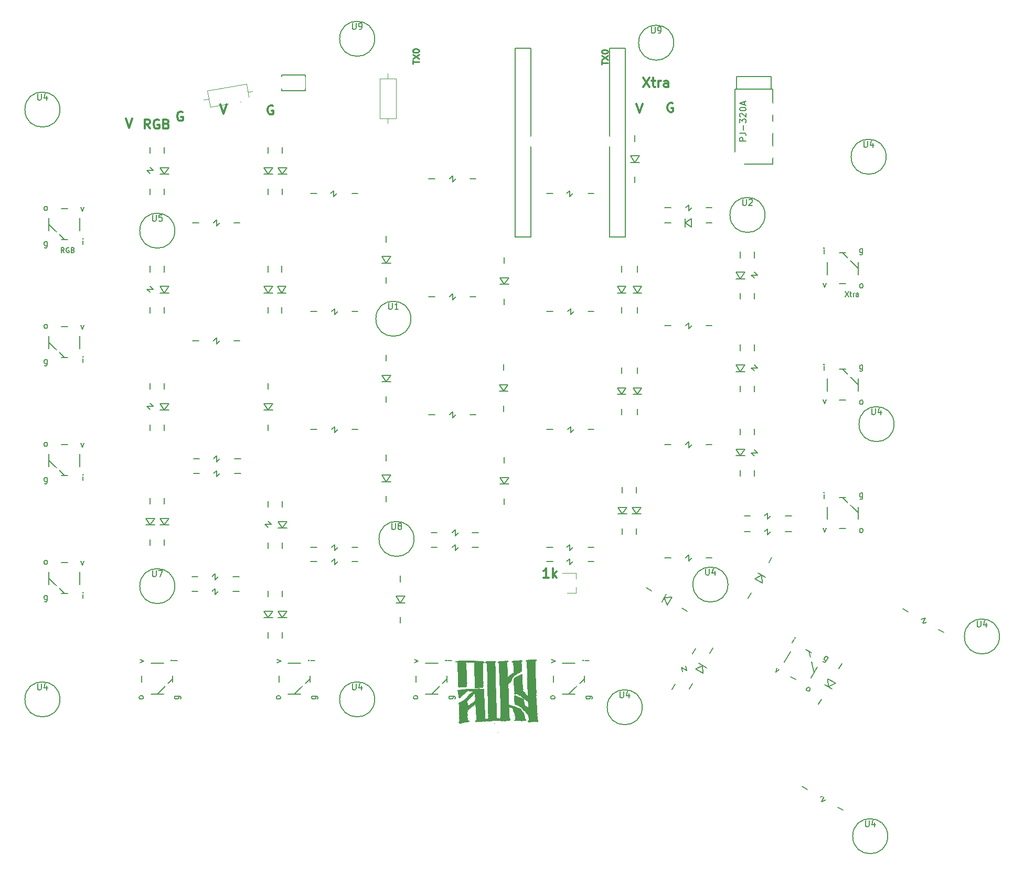
<source format=gto>
G04 #@! TF.FileFunction,Legend,Top*
%FSLAX46Y46*%
G04 Gerber Fmt 4.6, Leading zero omitted, Abs format (unit mm)*
G04 Created by KiCad (PCBNEW 4.0.7) date 07/12/18 18:39:29*
%MOMM*%
%LPD*%
G01*
G04 APERTURE LIST*
%ADD10C,0.100000*%
%ADD11C,0.300000*%
%ADD12C,0.200000*%
%ADD13C,0.250000*%
%ADD14C,0.150000*%
%ADD15C,0.120000*%
%ADD16C,0.010000*%
%ADD17C,2.400000*%
%ADD18C,4.400000*%
%ADD19C,2.300000*%
%ADD20C,2.800000*%
%ADD21O,2.700000X3.737000*%
%ADD22C,2.100000*%
%ADD23C,1.924000*%
%ADD24C,2.000000*%
%ADD25C,2.000000*%
%ADD26O,2.000000X2.000000*%
%ADD27R,1.924000X1.924000*%
%ADD28C,1.900000*%
%ADD29R,1.600000X2.000000*%
%ADD30R,2.000000X1.600000*%
%ADD31C,2.305000*%
%ADD32R,2.305000X2.305000*%
%ADD33R,1.300000X1.200000*%
%ADD34C,2.700000*%
%ADD35R,2.000000X2.000000*%
%ADD36R,1.800000X2.200000*%
%ADD37R,2.200000X1.800000*%
%ADD38O,2.000000X2.600000*%
G04 APERTURE END LIST*
D10*
D11*
X159714429Y-123614571D02*
X158857286Y-123614571D01*
X159285858Y-123614571D02*
X159285858Y-122114571D01*
X159143001Y-122328857D01*
X159000143Y-122471714D01*
X158857286Y-122543143D01*
X160357286Y-123614571D02*
X160357286Y-122114571D01*
X160500143Y-123043143D02*
X160928714Y-123614571D01*
X160928714Y-122614571D02*
X160357286Y-123186000D01*
D12*
X207556238Y-77412905D02*
X208089571Y-78212905D01*
X208089571Y-77412905D02*
X207556238Y-78212905D01*
X208280047Y-77679571D02*
X208584809Y-77679571D01*
X208394333Y-77412905D02*
X208394333Y-78098619D01*
X208432428Y-78174810D01*
X208508619Y-78212905D01*
X208584809Y-78212905D01*
X208851476Y-78212905D02*
X208851476Y-77679571D01*
X208851476Y-77831952D02*
X208889571Y-77755762D01*
X208927667Y-77717667D01*
X209003857Y-77679571D01*
X209080048Y-77679571D01*
X209689571Y-78212905D02*
X209689571Y-77793857D01*
X209651476Y-77717667D01*
X209575286Y-77679571D01*
X209422905Y-77679571D01*
X209346714Y-77717667D01*
X209689571Y-78174810D02*
X209613381Y-78212905D01*
X209422905Y-78212905D01*
X209346714Y-78174810D01*
X209308619Y-78098619D01*
X209308619Y-78022429D01*
X209346714Y-77946238D01*
X209422905Y-77908143D01*
X209613381Y-77908143D01*
X209689571Y-77870048D01*
X81489619Y-71100905D02*
X81222952Y-70719952D01*
X81032476Y-71100905D02*
X81032476Y-70300905D01*
X81337238Y-70300905D01*
X81413429Y-70339000D01*
X81451524Y-70377095D01*
X81489619Y-70453286D01*
X81489619Y-70567571D01*
X81451524Y-70643762D01*
X81413429Y-70681857D01*
X81337238Y-70719952D01*
X81032476Y-70719952D01*
X82251524Y-70339000D02*
X82175333Y-70300905D01*
X82061048Y-70300905D01*
X81946762Y-70339000D01*
X81870571Y-70415190D01*
X81832476Y-70491381D01*
X81794381Y-70643762D01*
X81794381Y-70758048D01*
X81832476Y-70910429D01*
X81870571Y-70986619D01*
X81946762Y-71062810D01*
X82061048Y-71100905D01*
X82137238Y-71100905D01*
X82251524Y-71062810D01*
X82289619Y-71024714D01*
X82289619Y-70758048D01*
X82137238Y-70758048D01*
X82899143Y-70681857D02*
X83013429Y-70719952D01*
X83051524Y-70758048D01*
X83089619Y-70834238D01*
X83089619Y-70948524D01*
X83051524Y-71024714D01*
X83013429Y-71062810D01*
X82937238Y-71100905D01*
X82632476Y-71100905D01*
X82632476Y-70300905D01*
X82899143Y-70300905D01*
X82975333Y-70339000D01*
X83013429Y-70377095D01*
X83051524Y-70453286D01*
X83051524Y-70529476D01*
X83013429Y-70605667D01*
X82975333Y-70643762D01*
X82899143Y-70681857D01*
X82632476Y-70681857D01*
D11*
X95357286Y-51097571D02*
X94857286Y-50383286D01*
X94500143Y-51097571D02*
X94500143Y-49597571D01*
X95071571Y-49597571D01*
X95214429Y-49669000D01*
X95285857Y-49740429D01*
X95357286Y-49883286D01*
X95357286Y-50097571D01*
X95285857Y-50240429D01*
X95214429Y-50311857D01*
X95071571Y-50383286D01*
X94500143Y-50383286D01*
X96785857Y-49669000D02*
X96643000Y-49597571D01*
X96428714Y-49597571D01*
X96214429Y-49669000D01*
X96071571Y-49811857D01*
X96000143Y-49954714D01*
X95928714Y-50240429D01*
X95928714Y-50454714D01*
X96000143Y-50740429D01*
X96071571Y-50883286D01*
X96214429Y-51026143D01*
X96428714Y-51097571D01*
X96571571Y-51097571D01*
X96785857Y-51026143D01*
X96857286Y-50954714D01*
X96857286Y-50454714D01*
X96571571Y-50454714D01*
X98000143Y-50311857D02*
X98214429Y-50383286D01*
X98285857Y-50454714D01*
X98357286Y-50597571D01*
X98357286Y-50811857D01*
X98285857Y-50954714D01*
X98214429Y-51026143D01*
X98071571Y-51097571D01*
X97500143Y-51097571D01*
X97500143Y-49597571D01*
X98000143Y-49597571D01*
X98143000Y-49669000D01*
X98214429Y-49740429D01*
X98285857Y-49883286D01*
X98285857Y-50026143D01*
X98214429Y-50169000D01*
X98143000Y-50240429D01*
X98000143Y-50311857D01*
X97500143Y-50311857D01*
X174966572Y-42866571D02*
X175966572Y-44366571D01*
X175966572Y-42866571D02*
X174966572Y-44366571D01*
X176323714Y-43366571D02*
X176895143Y-43366571D01*
X176538000Y-42866571D02*
X176538000Y-44152286D01*
X176609428Y-44295143D01*
X176752286Y-44366571D01*
X176895143Y-44366571D01*
X177395143Y-44366571D02*
X177395143Y-43366571D01*
X177395143Y-43652286D02*
X177466571Y-43509429D01*
X177538000Y-43438000D01*
X177680857Y-43366571D01*
X177823714Y-43366571D01*
X178966571Y-44366571D02*
X178966571Y-43580857D01*
X178895142Y-43438000D01*
X178752285Y-43366571D01*
X178466571Y-43366571D01*
X178323714Y-43438000D01*
X178966571Y-44295143D02*
X178823714Y-44366571D01*
X178466571Y-44366571D01*
X178323714Y-44295143D01*
X178252285Y-44152286D01*
X178252285Y-44009429D01*
X178323714Y-43866571D01*
X178466571Y-43795143D01*
X178823714Y-43795143D01*
X178966571Y-43723714D01*
X179716857Y-47002000D02*
X179574000Y-46930571D01*
X179359714Y-46930571D01*
X179145429Y-47002000D01*
X179002571Y-47144857D01*
X178931143Y-47287714D01*
X178859714Y-47573429D01*
X178859714Y-47787714D01*
X178931143Y-48073429D01*
X179002571Y-48216286D01*
X179145429Y-48359143D01*
X179359714Y-48430571D01*
X179502571Y-48430571D01*
X179716857Y-48359143D01*
X179788286Y-48287714D01*
X179788286Y-47787714D01*
X179502571Y-47787714D01*
X173871000Y-47057571D02*
X174371000Y-48557571D01*
X174871000Y-47057571D01*
X100595857Y-48399000D02*
X100453000Y-48327571D01*
X100238714Y-48327571D01*
X100024429Y-48399000D01*
X99881571Y-48541857D01*
X99810143Y-48684714D01*
X99738714Y-48970429D01*
X99738714Y-49184714D01*
X99810143Y-49470429D01*
X99881571Y-49613286D01*
X100024429Y-49756143D01*
X100238714Y-49827571D01*
X100381571Y-49827571D01*
X100595857Y-49756143D01*
X100667286Y-49684714D01*
X100667286Y-49184714D01*
X100381571Y-49184714D01*
X92448000Y-49470571D02*
X91948000Y-50970571D01*
X91448000Y-49470571D01*
D13*
X168235381Y-40735095D02*
X168235381Y-40163666D01*
X169235381Y-40449381D02*
X168235381Y-40449381D01*
X168235381Y-39925571D02*
X169235381Y-39258904D01*
X168235381Y-39258904D02*
X169235381Y-39925571D01*
X168235381Y-38687476D02*
X168235381Y-38592237D01*
X168283000Y-38496999D01*
X168330619Y-38449380D01*
X168425857Y-38401761D01*
X168616333Y-38354142D01*
X168854429Y-38354142D01*
X169044905Y-38401761D01*
X169140143Y-38449380D01*
X169187762Y-38496999D01*
X169235381Y-38592237D01*
X169235381Y-38687476D01*
X169187762Y-38782714D01*
X169140143Y-38830333D01*
X169044905Y-38877952D01*
X168854429Y-38925571D01*
X168616333Y-38925571D01*
X168425857Y-38877952D01*
X168330619Y-38830333D01*
X168283000Y-38782714D01*
X168235381Y-38687476D01*
X137755381Y-40608095D02*
X137755381Y-40036666D01*
X138755381Y-40322381D02*
X137755381Y-40322381D01*
X137755381Y-39798571D02*
X138755381Y-39131904D01*
X137755381Y-39131904D02*
X138755381Y-39798571D01*
X137755381Y-38560476D02*
X137755381Y-38465237D01*
X137803000Y-38369999D01*
X137850619Y-38322380D01*
X137945857Y-38274761D01*
X138136333Y-38227142D01*
X138374429Y-38227142D01*
X138564905Y-38274761D01*
X138660143Y-38322380D01*
X138707762Y-38369999D01*
X138755381Y-38465237D01*
X138755381Y-38560476D01*
X138707762Y-38655714D01*
X138660143Y-38703333D01*
X138564905Y-38750952D01*
X138374429Y-38798571D01*
X138136333Y-38798571D01*
X137945857Y-38750952D01*
X137850619Y-38703333D01*
X137803000Y-38655714D01*
X137755381Y-38560476D01*
D11*
X115200857Y-47383000D02*
X115058000Y-47311571D01*
X114843714Y-47311571D01*
X114629429Y-47383000D01*
X114486571Y-47525857D01*
X114415143Y-47668714D01*
X114343714Y-47954429D01*
X114343714Y-48168714D01*
X114415143Y-48454429D01*
X114486571Y-48597286D01*
X114629429Y-48740143D01*
X114843714Y-48811571D01*
X114986571Y-48811571D01*
X115200857Y-48740143D01*
X115272286Y-48668714D01*
X115272286Y-48168714D01*
X114986571Y-48168714D01*
X106688000Y-47184571D02*
X107188000Y-48684571D01*
X107688000Y-47184571D01*
D14*
X179866427Y-37211000D02*
G75*
G03X179866427Y-37211000I-2828427J0D01*
G01*
X80806427Y-48006000D02*
G75*
G03X80806427Y-48006000I-2828427J0D01*
G01*
X214156427Y-55626000D02*
G75*
G03X214156427Y-55626000I-2828427J0D01*
G01*
X80806427Y-143256000D02*
G75*
G03X80806427Y-143256000I-2828427J0D01*
G01*
X131606427Y-143256000D02*
G75*
G03X131606427Y-143256000I-2828427J0D01*
G01*
X174786427Y-144526000D02*
G75*
G03X174786427Y-144526000I-2828427J0D01*
G01*
X215426427Y-98806000D02*
G75*
G03X215426427Y-98806000I-2828427J0D01*
G01*
X214410427Y-165354000D02*
G75*
G03X214410427Y-165354000I-2828427J0D01*
G01*
X232444427Y-133096000D02*
G75*
G03X232444427Y-133096000I-2828427J0D01*
G01*
X156845000Y-38100000D02*
X154305000Y-38100000D01*
X154305000Y-38100000D02*
X154305000Y-68580000D01*
X154305000Y-68580000D02*
X156845000Y-68580000D01*
X156845000Y-68580000D02*
X156845000Y-38100000D01*
X172085000Y-38100000D02*
X169545000Y-38100000D01*
X169545000Y-38100000D02*
X169545000Y-68580000D01*
X169545000Y-68580000D02*
X172085000Y-68580000D01*
X172085000Y-68580000D02*
X172085000Y-38100000D01*
D15*
X104611111Y-44994180D02*
X105066070Y-47574376D01*
X105066070Y-47574376D02*
X111388535Y-46459555D01*
X111388535Y-46459555D02*
X110933577Y-43879358D01*
X110933577Y-43879358D02*
X104611111Y-44994180D01*
X103962112Y-46438825D02*
X104838590Y-46284278D01*
X112037535Y-45014910D02*
X111161056Y-45169457D01*
X135041000Y-43018000D02*
X132421000Y-43018000D01*
X132421000Y-43018000D02*
X132421000Y-49438000D01*
X132421000Y-49438000D02*
X135041000Y-49438000D01*
X135041000Y-49438000D02*
X135041000Y-43018000D01*
X133731000Y-42128000D02*
X133731000Y-43018000D01*
X133731000Y-50328000D02*
X133731000Y-49438000D01*
D14*
X120396000Y-44958000D02*
X120396000Y-42418000D01*
X120396000Y-42418000D02*
X116586000Y-42418000D01*
X116586000Y-42418000D02*
X116586000Y-44958000D01*
X116586000Y-44958000D02*
X120396000Y-44958000D01*
X95377000Y-57332000D02*
X95877000Y-57832000D01*
X95877000Y-57832000D02*
X94877000Y-57832000D01*
X94877000Y-57832000D02*
X95377000Y-58332000D01*
X95377000Y-60752000D02*
X95377000Y-61722000D01*
X95377000Y-54102000D02*
X95377000Y-55072000D01*
X106625000Y-66294000D02*
X106125000Y-66794000D01*
X106125000Y-66794000D02*
X106125000Y-65794000D01*
X106125000Y-65794000D02*
X105625000Y-66294000D01*
X103205000Y-66294000D02*
X102235000Y-66294000D01*
X109855000Y-66294000D02*
X108885000Y-66294000D01*
X124515000Y-61595000D02*
X125015000Y-61095000D01*
X125015000Y-61095000D02*
X125015000Y-62095000D01*
X125015000Y-62095000D02*
X125515000Y-61595000D01*
X127935000Y-61595000D02*
X128905000Y-61595000D01*
X121285000Y-61595000D02*
X122255000Y-61595000D01*
X144725000Y-59182000D02*
X144225000Y-59682000D01*
X144225000Y-59682000D02*
X144225000Y-58682000D01*
X144225000Y-58682000D02*
X143725000Y-59182000D01*
X141305000Y-59182000D02*
X140335000Y-59182000D01*
X147955000Y-59182000D02*
X146985000Y-59182000D01*
X162615000Y-61595000D02*
X163115000Y-61095000D01*
X163115000Y-61095000D02*
X163115000Y-62095000D01*
X163115000Y-62095000D02*
X163615000Y-61595000D01*
X166035000Y-61595000D02*
X167005000Y-61595000D01*
X159385000Y-61595000D02*
X160355000Y-61595000D01*
X182825000Y-63881000D02*
X182325000Y-64381000D01*
X182325000Y-64381000D02*
X182325000Y-63381000D01*
X182325000Y-63381000D02*
X181825000Y-63881000D01*
X179405000Y-63881000D02*
X178435000Y-63881000D01*
X186055000Y-63881000D02*
X185085000Y-63881000D01*
X192913000Y-74223000D02*
X193413000Y-74723000D01*
X193413000Y-74723000D02*
X192413000Y-74723000D01*
X192413000Y-74723000D02*
X192913000Y-75223000D01*
X192913000Y-77643000D02*
X192913000Y-78613000D01*
X192913000Y-70993000D02*
X192913000Y-71963000D01*
X95377000Y-76509000D02*
X95877000Y-77009000D01*
X95877000Y-77009000D02*
X94877000Y-77009000D01*
X94877000Y-77009000D02*
X95377000Y-77509000D01*
X95377000Y-79929000D02*
X95377000Y-80899000D01*
X95377000Y-73279000D02*
X95377000Y-74249000D01*
X106625000Y-85344000D02*
X106125000Y-85844000D01*
X106125000Y-85844000D02*
X106125000Y-84844000D01*
X106125000Y-84844000D02*
X105625000Y-85344000D01*
X103205000Y-85344000D02*
X102235000Y-85344000D01*
X109855000Y-85344000D02*
X108885000Y-85344000D01*
X125675000Y-80645000D02*
X125175000Y-81145000D01*
X125175000Y-81145000D02*
X125175000Y-80145000D01*
X125175000Y-80145000D02*
X124675000Y-80645000D01*
X122255000Y-80645000D02*
X121285000Y-80645000D01*
X128905000Y-80645000D02*
X127935000Y-80645000D01*
X162615000Y-121031000D02*
X163115000Y-120531000D01*
X163115000Y-120531000D02*
X163115000Y-121531000D01*
X163115000Y-121531000D02*
X163615000Y-121031000D01*
X166035000Y-121031000D02*
X167005000Y-121031000D01*
X159385000Y-121031000D02*
X160355000Y-121031000D01*
X144725000Y-78232000D02*
X144225000Y-78732000D01*
X144225000Y-78732000D02*
X144225000Y-77732000D01*
X144225000Y-77732000D02*
X143725000Y-78232000D01*
X141305000Y-78232000D02*
X140335000Y-78232000D01*
X147955000Y-78232000D02*
X146985000Y-78232000D01*
X163775000Y-80645000D02*
X163275000Y-81145000D01*
X163275000Y-81145000D02*
X163275000Y-80145000D01*
X163275000Y-80145000D02*
X162775000Y-80645000D01*
X160355000Y-80645000D02*
X159385000Y-80645000D01*
X167005000Y-80645000D02*
X166035000Y-80645000D01*
X182825000Y-82931000D02*
X182325000Y-83431000D01*
X182325000Y-83431000D02*
X182325000Y-82431000D01*
X182325000Y-82431000D02*
X181825000Y-82931000D01*
X179405000Y-82931000D02*
X178435000Y-82931000D01*
X186055000Y-82931000D02*
X185085000Y-82931000D01*
X192913000Y-89209000D02*
X193413000Y-89709000D01*
X193413000Y-89709000D02*
X192413000Y-89709000D01*
X192413000Y-89709000D02*
X192913000Y-90209000D01*
X192913000Y-92629000D02*
X192913000Y-93599000D01*
X192913000Y-85979000D02*
X192913000Y-86949000D01*
X95377000Y-95432000D02*
X95877000Y-95932000D01*
X95877000Y-95932000D02*
X94877000Y-95932000D01*
X94877000Y-95932000D02*
X95377000Y-96432000D01*
X95377000Y-98852000D02*
X95377000Y-99822000D01*
X95377000Y-92202000D02*
X95377000Y-93172000D01*
X105592000Y-104394000D02*
X106092000Y-103894000D01*
X106092000Y-103894000D02*
X106092000Y-104894000D01*
X106092000Y-104894000D02*
X106592000Y-104394000D01*
X109012000Y-104394000D02*
X109982000Y-104394000D01*
X102362000Y-104394000D02*
X103332000Y-104394000D01*
X125675000Y-99695000D02*
X125175000Y-100195000D01*
X125175000Y-100195000D02*
X125175000Y-99195000D01*
X125175000Y-99195000D02*
X124675000Y-99695000D01*
X122255000Y-99695000D02*
X121285000Y-99695000D01*
X128905000Y-99695000D02*
X127935000Y-99695000D01*
X144725000Y-97282000D02*
X144225000Y-97782000D01*
X144225000Y-97782000D02*
X144225000Y-96782000D01*
X144225000Y-96782000D02*
X143725000Y-97282000D01*
X141305000Y-97282000D02*
X140335000Y-97282000D01*
X147955000Y-97282000D02*
X146985000Y-97282000D01*
X163775000Y-99695000D02*
X163275000Y-100195000D01*
X163275000Y-100195000D02*
X163275000Y-99195000D01*
X163275000Y-99195000D02*
X162775000Y-99695000D01*
X160355000Y-99695000D02*
X159385000Y-99695000D01*
X167005000Y-99695000D02*
X166035000Y-99695000D01*
X182825000Y-102108000D02*
X182325000Y-102608000D01*
X182325000Y-102608000D02*
X182325000Y-101608000D01*
X182325000Y-101608000D02*
X181825000Y-102108000D01*
X179405000Y-102108000D02*
X178435000Y-102108000D01*
X186055000Y-102108000D02*
X185085000Y-102108000D01*
X192913000Y-103958000D02*
X192413000Y-103458000D01*
X192413000Y-103458000D02*
X193413000Y-103458000D01*
X193413000Y-103458000D02*
X192913000Y-102958000D01*
X192913000Y-100538000D02*
X192913000Y-99568000D01*
X192913000Y-107188000D02*
X192913000Y-106218000D01*
X105592000Y-106807000D02*
X106092000Y-106307000D01*
X106092000Y-106307000D02*
X106092000Y-107307000D01*
X106092000Y-107307000D02*
X106592000Y-106807000D01*
X109012000Y-106807000D02*
X109982000Y-106807000D01*
X102362000Y-106807000D02*
X103332000Y-106807000D01*
X114427000Y-114482000D02*
X114927000Y-114982000D01*
X114927000Y-114982000D02*
X113927000Y-114982000D01*
X113927000Y-114982000D02*
X114427000Y-115482000D01*
X114427000Y-117902000D02*
X114427000Y-118872000D01*
X114427000Y-111252000D02*
X114427000Y-112222000D01*
X125675000Y-118745000D02*
X125175000Y-119245000D01*
X125175000Y-119245000D02*
X125175000Y-118245000D01*
X125175000Y-118245000D02*
X124675000Y-118745000D01*
X122255000Y-118745000D02*
X121285000Y-118745000D01*
X128905000Y-118745000D02*
X127935000Y-118745000D01*
X145106000Y-116332000D02*
X144606000Y-116832000D01*
X144606000Y-116832000D02*
X144606000Y-115832000D01*
X144606000Y-115832000D02*
X144106000Y-116332000D01*
X141686000Y-116332000D02*
X140716000Y-116332000D01*
X148336000Y-116332000D02*
X147366000Y-116332000D01*
X162615000Y-118745000D02*
X163115000Y-118245000D01*
X163115000Y-118245000D02*
X163115000Y-119245000D01*
X163115000Y-119245000D02*
X163615000Y-118745000D01*
X166035000Y-118745000D02*
X167005000Y-118745000D01*
X159385000Y-118745000D02*
X160355000Y-118745000D01*
X182825000Y-120396000D02*
X182325000Y-120896000D01*
X182325000Y-120896000D02*
X182325000Y-119896000D01*
X182325000Y-119896000D02*
X181825000Y-120396000D01*
X179405000Y-120396000D02*
X178435000Y-120396000D01*
X186055000Y-120396000D02*
X185085000Y-120396000D01*
X181773000Y-137882114D02*
X181956013Y-138565127D01*
X181956013Y-138565127D02*
X181089987Y-138065127D01*
X181089987Y-138065127D02*
X181273000Y-138748140D01*
X180063000Y-140843921D02*
X179578000Y-141683966D01*
X183388000Y-135084852D02*
X182903000Y-135924897D01*
X105338000Y-123444000D02*
X105838000Y-122944000D01*
X105838000Y-122944000D02*
X105838000Y-123944000D01*
X105838000Y-123944000D02*
X106338000Y-123444000D01*
X108758000Y-123444000D02*
X109728000Y-123444000D01*
X102108000Y-123444000D02*
X103078000Y-123444000D01*
X105338000Y-125857000D02*
X105838000Y-125357000D01*
X105838000Y-125357000D02*
X105838000Y-126357000D01*
X105838000Y-126357000D02*
X106338000Y-125857000D01*
X108758000Y-125857000D02*
X109728000Y-125857000D01*
X102108000Y-125857000D02*
X103078000Y-125857000D01*
X125675000Y-121031000D02*
X125175000Y-121531000D01*
X125175000Y-121531000D02*
X125175000Y-120531000D01*
X125175000Y-120531000D02*
X124675000Y-121031000D01*
X122255000Y-121031000D02*
X121285000Y-121031000D01*
X128905000Y-121031000D02*
X127935000Y-121031000D01*
X145106000Y-118745000D02*
X144606000Y-119245000D01*
X144606000Y-119245000D02*
X144606000Y-118245000D01*
X144606000Y-118245000D02*
X144106000Y-118745000D01*
X141686000Y-118745000D02*
X140716000Y-118745000D01*
X148336000Y-118745000D02*
X147366000Y-118745000D01*
X204845000Y-141211924D02*
X204758782Y-139961258D01*
X204758782Y-139961258D02*
X205971218Y-140661258D01*
X205971218Y-140661258D02*
X204845000Y-141211924D01*
X205451218Y-141561924D02*
X204238782Y-140861924D01*
X206525000Y-138302079D02*
X207010000Y-137462034D01*
X203200000Y-144061148D02*
X203685000Y-143221103D01*
D15*
X164082000Y-126040000D02*
X164082000Y-125110000D01*
X164082000Y-122880000D02*
X164082000Y-123810000D01*
X164082000Y-122880000D02*
X161922000Y-122880000D01*
X164082000Y-126040000D02*
X162622000Y-126040000D01*
D14*
X194492000Y-113665000D02*
X194992000Y-113165000D01*
X194992000Y-113165000D02*
X194992000Y-114165000D01*
X194992000Y-114165000D02*
X195492000Y-113665000D01*
X197912000Y-113665000D02*
X198882000Y-113665000D01*
X191262000Y-113665000D02*
X192232000Y-113665000D01*
X220638886Y-130846000D02*
X219955873Y-131029013D01*
X219955873Y-131029013D02*
X220455873Y-130162987D01*
X220455873Y-130162987D02*
X219772860Y-130346000D01*
X217677079Y-129136000D02*
X216837034Y-128651000D01*
X223436148Y-132461000D02*
X222596103Y-131976000D01*
X194492000Y-116205000D02*
X194992000Y-115705000D01*
X194992000Y-115705000D02*
X194992000Y-116705000D01*
X194992000Y-116705000D02*
X195492000Y-116205000D01*
X197912000Y-116205000D02*
X198882000Y-116205000D01*
X191262000Y-116205000D02*
X192232000Y-116205000D01*
X204382886Y-159548000D02*
X203699873Y-159731013D01*
X203699873Y-159731013D02*
X204199873Y-158864987D01*
X204199873Y-158864987D02*
X203516860Y-159048000D01*
X201421079Y-157838000D02*
X200581034Y-157353000D01*
X207180148Y-161163000D02*
X206340103Y-160678000D01*
X97663000Y-58432000D02*
X96963000Y-57392000D01*
X96963000Y-57392000D02*
X98363000Y-57392000D01*
X98363000Y-57392000D02*
X97663000Y-58432000D01*
X98363000Y-58432000D02*
X96963000Y-58432000D01*
X97663000Y-55072000D02*
X97663000Y-54102000D01*
X97663000Y-61722000D02*
X97663000Y-60752000D01*
X97663000Y-77609000D02*
X96963000Y-76569000D01*
X96963000Y-76569000D02*
X98363000Y-76569000D01*
X98363000Y-76569000D02*
X97663000Y-77609000D01*
X98363000Y-77609000D02*
X96963000Y-77609000D01*
X97663000Y-74249000D02*
X97663000Y-73279000D01*
X97663000Y-80899000D02*
X97663000Y-79929000D01*
X97663000Y-96532000D02*
X96963000Y-95492000D01*
X96963000Y-95492000D02*
X98363000Y-95492000D01*
X98363000Y-95492000D02*
X97663000Y-96532000D01*
X98363000Y-96532000D02*
X96963000Y-96532000D01*
X97663000Y-93172000D02*
X97663000Y-92202000D01*
X97663000Y-99822000D02*
X97663000Y-98852000D01*
X95377000Y-115074000D02*
X94677000Y-114034000D01*
X94677000Y-114034000D02*
X96077000Y-114034000D01*
X96077000Y-114034000D02*
X95377000Y-115074000D01*
X96077000Y-115074000D02*
X94677000Y-115074000D01*
X95377000Y-111714000D02*
X95377000Y-110744000D01*
X95377000Y-118364000D02*
X95377000Y-117394000D01*
X114427000Y-58432000D02*
X113727000Y-57392000D01*
X113727000Y-57392000D02*
X115127000Y-57392000D01*
X115127000Y-57392000D02*
X114427000Y-58432000D01*
X115127000Y-58432000D02*
X113727000Y-58432000D01*
X114427000Y-55072000D02*
X114427000Y-54102000D01*
X114427000Y-61722000D02*
X114427000Y-60752000D01*
X114427000Y-77609000D02*
X113727000Y-76569000D01*
X113727000Y-76569000D02*
X115127000Y-76569000D01*
X115127000Y-76569000D02*
X114427000Y-77609000D01*
X115127000Y-77609000D02*
X113727000Y-77609000D01*
X114427000Y-74249000D02*
X114427000Y-73279000D01*
X114427000Y-80899000D02*
X114427000Y-79929000D01*
X114427000Y-96532000D02*
X113727000Y-95492000D01*
X113727000Y-95492000D02*
X115127000Y-95492000D01*
X115127000Y-95492000D02*
X114427000Y-96532000D01*
X115127000Y-96532000D02*
X113727000Y-96532000D01*
X114427000Y-93172000D02*
X114427000Y-92202000D01*
X114427000Y-99822000D02*
X114427000Y-98852000D01*
X116713000Y-115582000D02*
X116013000Y-114542000D01*
X116013000Y-114542000D02*
X117413000Y-114542000D01*
X117413000Y-114542000D02*
X116713000Y-115582000D01*
X117413000Y-115582000D02*
X116013000Y-115582000D01*
X116713000Y-112222000D02*
X116713000Y-111252000D01*
X116713000Y-118872000D02*
X116713000Y-117902000D01*
X116713000Y-58432000D02*
X116013000Y-57392000D01*
X116013000Y-57392000D02*
X117413000Y-57392000D01*
X117413000Y-57392000D02*
X116713000Y-58432000D01*
X117413000Y-58432000D02*
X116013000Y-58432000D01*
X116713000Y-55072000D02*
X116713000Y-54102000D01*
X116713000Y-61722000D02*
X116713000Y-60752000D01*
X116586000Y-77609000D02*
X115886000Y-76569000D01*
X115886000Y-76569000D02*
X117286000Y-76569000D01*
X117286000Y-76569000D02*
X116586000Y-77609000D01*
X117286000Y-77609000D02*
X115886000Y-77609000D01*
X116586000Y-74249000D02*
X116586000Y-73279000D01*
X116586000Y-80899000D02*
X116586000Y-79929000D01*
X133477000Y-91960000D02*
X132777000Y-90920000D01*
X132777000Y-90920000D02*
X134177000Y-90920000D01*
X134177000Y-90920000D02*
X133477000Y-91960000D01*
X134177000Y-91960000D02*
X132777000Y-91960000D01*
X133477000Y-88600000D02*
X133477000Y-87630000D01*
X133477000Y-95250000D02*
X133477000Y-94280000D01*
X133477000Y-108089000D02*
X132777000Y-107049000D01*
X132777000Y-107049000D02*
X134177000Y-107049000D01*
X134177000Y-107049000D02*
X133477000Y-108089000D01*
X134177000Y-108089000D02*
X132777000Y-108089000D01*
X133477000Y-104729000D02*
X133477000Y-103759000D01*
X133477000Y-111379000D02*
X133477000Y-110409000D01*
X133477000Y-72783000D02*
X132777000Y-71743000D01*
X132777000Y-71743000D02*
X134177000Y-71743000D01*
X134177000Y-71743000D02*
X133477000Y-72783000D01*
X134177000Y-72783000D02*
X132777000Y-72783000D01*
X133477000Y-69423000D02*
X133477000Y-68453000D01*
X133477000Y-76073000D02*
X133477000Y-75103000D01*
X152527000Y-76212000D02*
X151827000Y-75172000D01*
X151827000Y-75172000D02*
X153227000Y-75172000D01*
X153227000Y-75172000D02*
X152527000Y-76212000D01*
X153227000Y-76212000D02*
X151827000Y-76212000D01*
X152527000Y-72852000D02*
X152527000Y-71882000D01*
X152527000Y-79502000D02*
X152527000Y-78532000D01*
X152400000Y-93484000D02*
X151700000Y-92444000D01*
X151700000Y-92444000D02*
X153100000Y-92444000D01*
X153100000Y-92444000D02*
X152400000Y-93484000D01*
X153100000Y-93484000D02*
X151700000Y-93484000D01*
X152400000Y-90124000D02*
X152400000Y-89154000D01*
X152400000Y-96774000D02*
X152400000Y-95804000D01*
X152527000Y-108470000D02*
X151827000Y-107430000D01*
X151827000Y-107430000D02*
X153227000Y-107430000D01*
X153227000Y-107430000D02*
X152527000Y-108470000D01*
X153227000Y-108470000D02*
X151827000Y-108470000D01*
X152527000Y-105110000D02*
X152527000Y-104140000D01*
X152527000Y-111760000D02*
X152527000Y-110790000D01*
X173609000Y-56527000D02*
X172909000Y-55487000D01*
X172909000Y-55487000D02*
X174309000Y-55487000D01*
X174309000Y-55487000D02*
X173609000Y-56527000D01*
X174309000Y-56527000D02*
X172909000Y-56527000D01*
X173609000Y-53167000D02*
X173609000Y-52197000D01*
X173609000Y-59817000D02*
X173609000Y-58847000D01*
X171450000Y-77609000D02*
X170750000Y-76569000D01*
X170750000Y-76569000D02*
X172150000Y-76569000D01*
X172150000Y-76569000D02*
X171450000Y-77609000D01*
X172150000Y-77609000D02*
X170750000Y-77609000D01*
X171450000Y-74249000D02*
X171450000Y-73279000D01*
X171450000Y-80899000D02*
X171450000Y-79929000D01*
X171450000Y-93992000D02*
X170750000Y-92952000D01*
X170750000Y-92952000D02*
X172150000Y-92952000D01*
X172150000Y-92952000D02*
X171450000Y-93992000D01*
X172150000Y-93992000D02*
X170750000Y-93992000D01*
X171450000Y-90632000D02*
X171450000Y-89662000D01*
X171450000Y-97282000D02*
X171450000Y-96312000D01*
X171577000Y-113296000D02*
X170877000Y-112256000D01*
X170877000Y-112256000D02*
X172277000Y-112256000D01*
X172277000Y-112256000D02*
X171577000Y-113296000D01*
X172277000Y-113296000D02*
X170877000Y-113296000D01*
X171577000Y-109936000D02*
X171577000Y-108966000D01*
X171577000Y-116586000D02*
X171577000Y-115616000D01*
X181725000Y-66294000D02*
X182765000Y-65594000D01*
X182765000Y-65594000D02*
X182765000Y-66994000D01*
X182765000Y-66994000D02*
X181725000Y-66294000D01*
X181725000Y-66994000D02*
X181725000Y-65594000D01*
X185085000Y-66294000D02*
X186055000Y-66294000D01*
X178435000Y-66294000D02*
X179405000Y-66294000D01*
X173990000Y-77609000D02*
X173290000Y-76569000D01*
X173290000Y-76569000D02*
X174690000Y-76569000D01*
X174690000Y-76569000D02*
X173990000Y-77609000D01*
X174690000Y-77609000D02*
X173290000Y-77609000D01*
X173990000Y-74249000D02*
X173990000Y-73279000D01*
X173990000Y-80899000D02*
X173990000Y-79929000D01*
X173990000Y-93992000D02*
X173290000Y-92952000D01*
X173290000Y-92952000D02*
X174690000Y-92952000D01*
X174690000Y-92952000D02*
X173990000Y-93992000D01*
X174690000Y-93992000D02*
X173290000Y-93992000D01*
X173990000Y-90632000D02*
X173990000Y-89662000D01*
X173990000Y-97282000D02*
X173990000Y-96312000D01*
X173863000Y-113296000D02*
X173163000Y-112256000D01*
X173163000Y-112256000D02*
X174563000Y-112256000D01*
X174563000Y-112256000D02*
X173863000Y-113296000D01*
X174563000Y-113296000D02*
X173163000Y-113296000D01*
X173863000Y-109936000D02*
X173863000Y-108966000D01*
X173863000Y-116586000D02*
X173863000Y-115616000D01*
X190627000Y-75323000D02*
X189927000Y-74283000D01*
X189927000Y-74283000D02*
X191327000Y-74283000D01*
X191327000Y-74283000D02*
X190627000Y-75323000D01*
X191327000Y-75323000D02*
X189927000Y-75323000D01*
X190627000Y-71963000D02*
X190627000Y-70993000D01*
X190627000Y-78613000D02*
X190627000Y-77643000D01*
X190627000Y-90309000D02*
X189927000Y-89269000D01*
X189927000Y-89269000D02*
X191327000Y-89269000D01*
X191327000Y-89269000D02*
X190627000Y-90309000D01*
X191327000Y-90309000D02*
X189927000Y-90309000D01*
X190627000Y-86949000D02*
X190627000Y-85979000D01*
X190627000Y-93599000D02*
X190627000Y-92629000D01*
X190627000Y-103898000D02*
X189927000Y-102858000D01*
X189927000Y-102858000D02*
X191327000Y-102858000D01*
X191327000Y-102858000D02*
X190627000Y-103898000D01*
X191327000Y-103898000D02*
X189927000Y-103898000D01*
X190627000Y-100538000D02*
X190627000Y-99568000D01*
X190627000Y-107188000D02*
X190627000Y-106218000D01*
X194062000Y-123202076D02*
X194148218Y-124452742D01*
X194148218Y-124452742D02*
X192935782Y-123752742D01*
X192935782Y-123752742D02*
X194062000Y-123202076D01*
X193455782Y-122852076D02*
X194668218Y-123552076D01*
X192382000Y-126111921D02*
X191897000Y-126951966D01*
X195707000Y-120352852D02*
X195222000Y-121192897D01*
X97663000Y-115074000D02*
X96963000Y-114034000D01*
X96963000Y-114034000D02*
X98363000Y-114034000D01*
X98363000Y-114034000D02*
X97663000Y-115074000D01*
X98363000Y-115074000D02*
X96963000Y-115074000D01*
X97663000Y-111714000D02*
X97663000Y-110744000D01*
X97663000Y-118364000D02*
X97663000Y-117394000D01*
X114427000Y-130060000D02*
X113727000Y-129020000D01*
X113727000Y-129020000D02*
X115127000Y-129020000D01*
X115127000Y-129020000D02*
X114427000Y-130060000D01*
X115127000Y-130060000D02*
X113727000Y-130060000D01*
X114427000Y-126700000D02*
X114427000Y-125730000D01*
X114427000Y-133350000D02*
X114427000Y-132380000D01*
X116713000Y-130060000D02*
X116013000Y-129020000D01*
X116013000Y-129020000D02*
X117413000Y-129020000D01*
X117413000Y-129020000D02*
X116713000Y-130060000D01*
X117413000Y-130060000D02*
X116013000Y-130060000D01*
X116713000Y-126700000D02*
X116713000Y-125730000D01*
X116713000Y-133350000D02*
X116713000Y-132380000D01*
X135763000Y-127647000D02*
X135063000Y-126607000D01*
X135063000Y-126607000D02*
X136463000Y-126607000D01*
X136463000Y-126607000D02*
X135763000Y-127647000D01*
X136463000Y-127647000D02*
X135063000Y-127647000D01*
X135763000Y-124287000D02*
X135763000Y-123317000D01*
X135763000Y-130937000D02*
X135763000Y-129967000D01*
X178320076Y-126867000D02*
X179570742Y-126780782D01*
X179570742Y-126780782D02*
X178870742Y-127993218D01*
X178870742Y-127993218D02*
X178320076Y-126867000D01*
X177970076Y-127473218D02*
X178670076Y-126260782D01*
X181229921Y-128547000D02*
X182069966Y-129032000D01*
X175470852Y-125222000D02*
X176310897Y-125707000D01*
X184537000Y-137807076D02*
X184623218Y-139057742D01*
X184623218Y-139057742D02*
X183410782Y-138357742D01*
X183410782Y-138357742D02*
X184537000Y-137807076D01*
X183930782Y-137457076D02*
X185143218Y-138157076D01*
X182857000Y-140716921D02*
X182372000Y-141556966D01*
X186182000Y-134957852D02*
X185697000Y-135797897D01*
X81534000Y-69048000D02*
X79034000Y-66548000D01*
X84034000Y-67548000D02*
X84034000Y-65548000D01*
X81034000Y-69048000D02*
X82034000Y-69048000D01*
X81034000Y-64048000D02*
X82034000Y-64048000D01*
X79034000Y-67548000D02*
X79034000Y-65548000D01*
X81534000Y-88098000D02*
X79034000Y-85598000D01*
X84034000Y-86598000D02*
X84034000Y-84598000D01*
X81034000Y-88098000D02*
X82034000Y-88098000D01*
X81034000Y-83098000D02*
X82034000Y-83098000D01*
X79034000Y-86598000D02*
X79034000Y-84598000D01*
X81534000Y-107148000D02*
X79034000Y-104648000D01*
X84034000Y-105648000D02*
X84034000Y-103648000D01*
X81034000Y-107148000D02*
X82034000Y-107148000D01*
X81034000Y-102148000D02*
X82034000Y-102148000D01*
X79034000Y-105648000D02*
X79034000Y-103648000D01*
X81534000Y-126198000D02*
X79034000Y-123698000D01*
X84034000Y-124698000D02*
X84034000Y-122698000D01*
X81034000Y-126198000D02*
X82034000Y-126198000D01*
X81034000Y-121198000D02*
X82034000Y-121198000D01*
X79034000Y-124698000D02*
X79034000Y-122698000D01*
X99020000Y-139954000D02*
X96520000Y-142454000D01*
X97520000Y-137454000D02*
X95520000Y-137454000D01*
X99020000Y-140454000D02*
X99020000Y-139454000D01*
X94020000Y-140454000D02*
X94020000Y-139454000D01*
X97520000Y-142454000D02*
X95520000Y-142454000D01*
X121160333Y-139954000D02*
X118660333Y-142454000D01*
X119660333Y-137454000D02*
X117660333Y-137454000D01*
X121160333Y-140454000D02*
X121160333Y-139454000D01*
X116160333Y-140454000D02*
X116160333Y-139454000D01*
X119660333Y-142454000D02*
X117660333Y-142454000D01*
X143300667Y-139954000D02*
X140800667Y-142454000D01*
X141800667Y-137454000D02*
X139800667Y-137454000D01*
X143300667Y-140454000D02*
X143300667Y-139454000D01*
X138300667Y-140454000D02*
X138300667Y-139454000D01*
X141800667Y-142454000D02*
X139800667Y-142454000D01*
X165441000Y-139954000D02*
X162941000Y-142454000D01*
X163941000Y-137454000D02*
X161941000Y-137454000D01*
X165441000Y-140454000D02*
X165441000Y-139454000D01*
X160441000Y-140454000D02*
X160441000Y-139454000D01*
X163941000Y-142454000D02*
X161941000Y-142454000D01*
X201656000Y-135502936D02*
X202571064Y-138918000D01*
X198740936Y-135551975D02*
X197740936Y-137284025D01*
X202089013Y-135752936D02*
X201222987Y-135252936D01*
X199589013Y-140083064D02*
X198722987Y-139583064D01*
X203071064Y-138051975D02*
X202071064Y-139784025D01*
X207137000Y-110657000D02*
X209637000Y-113157000D01*
X204637000Y-112157000D02*
X204637000Y-114157000D01*
X207637000Y-110657000D02*
X206637000Y-110657000D01*
X207637000Y-115657000D02*
X206637000Y-115657000D01*
X209637000Y-112157000D02*
X209637000Y-114157000D01*
X207137000Y-89956000D02*
X209637000Y-92456000D01*
X204637000Y-91456000D02*
X204637000Y-93456000D01*
X207637000Y-89956000D02*
X206637000Y-89956000D01*
X207637000Y-94956000D02*
X206637000Y-94956000D01*
X209637000Y-91456000D02*
X209637000Y-93456000D01*
X207137000Y-71160000D02*
X209637000Y-73660000D01*
X204637000Y-72660000D02*
X204637000Y-74660000D01*
X207637000Y-71160000D02*
X206637000Y-71160000D01*
X207637000Y-76160000D02*
X206637000Y-76160000D01*
X209637000Y-72660000D02*
X209637000Y-74660000D01*
X195572000Y-42704000D02*
X189972000Y-42704000D01*
X189972000Y-44704000D02*
X189972000Y-42704000D01*
X195572000Y-44704000D02*
X195572000Y-42704000D01*
X189722000Y-44704000D02*
X189722000Y-56804000D01*
X195822000Y-44704000D02*
X195822000Y-56804000D01*
X195822000Y-56804000D02*
X189722000Y-56804000D01*
X195822000Y-44704000D02*
X189722000Y-44704000D01*
X131606427Y-36576000D02*
G75*
G03X131606427Y-36576000I-2828427J0D01*
G01*
X137956427Y-117348000D02*
G75*
G03X137956427Y-117348000I-2828427J0D01*
G01*
X99348427Y-124968000D02*
G75*
G03X99348427Y-124968000I-2828427J0D01*
G01*
X99348427Y-67564000D02*
G75*
G03X99348427Y-67564000I-2828427J0D01*
G01*
X188629427Y-124714000D02*
G75*
G03X188629427Y-124714000I-2828427J0D01*
G01*
X194598427Y-65024000D02*
G75*
G03X194598427Y-65024000I-2828427J0D01*
G01*
X137448427Y-81788000D02*
G75*
G03X137448427Y-81788000I-2828427J0D01*
G01*
D16*
G36*
X151491397Y-148561526D02*
X151499604Y-148572260D01*
X151507184Y-148589401D01*
X151506455Y-148599088D01*
X151492958Y-148606891D01*
X151474191Y-148606924D01*
X151461369Y-148599495D01*
X151462595Y-148586972D01*
X151471590Y-148572668D01*
X151483579Y-148560217D01*
X151491397Y-148561526D01*
X151491397Y-148561526D01*
G37*
X151491397Y-148561526D02*
X151499604Y-148572260D01*
X151507184Y-148589401D01*
X151506455Y-148599088D01*
X151492958Y-148606891D01*
X151474191Y-148606924D01*
X151461369Y-148599495D01*
X151462595Y-148586972D01*
X151471590Y-148572668D01*
X151483579Y-148560217D01*
X151491397Y-148561526D01*
G36*
X155161681Y-136930753D02*
X155166653Y-136933000D01*
X155179503Y-136940012D01*
X155207225Y-136946617D01*
X155246551Y-136952161D01*
X155275085Y-136954758D01*
X155297656Y-136959841D01*
X155309907Y-136969222D01*
X155310235Y-136970094D01*
X155318870Y-136985420D01*
X155334419Y-137004859D01*
X155335496Y-137006029D01*
X155350238Y-137027327D01*
X155351229Y-137048008D01*
X155350240Y-137051886D01*
X155334415Y-137086207D01*
X155311113Y-137111327D01*
X155284337Y-137123256D01*
X155278187Y-137123715D01*
X155249282Y-137131487D01*
X155232346Y-137144201D01*
X155224420Y-137153056D01*
X155219297Y-137161886D01*
X155216927Y-137173926D01*
X155217262Y-137192414D01*
X155220251Y-137220583D01*
X155225846Y-137261670D01*
X155230100Y-137291536D01*
X155242634Y-137384238D01*
X155254846Y-137484923D01*
X155267128Y-137596982D01*
X155279735Y-137722429D01*
X155281464Y-137745983D01*
X155283556Y-137783275D01*
X155285792Y-137829908D01*
X155287951Y-137881488D01*
X155288794Y-137903857D01*
X155291004Y-137958232D01*
X155293586Y-138011482D01*
X155296267Y-138058540D01*
X155298773Y-138094339D01*
X155299573Y-138103429D01*
X155302869Y-138144623D01*
X155305744Y-138192550D01*
X155307346Y-138230429D01*
X155308573Y-138264392D01*
X155310506Y-138311116D01*
X155312912Y-138365244D01*
X155315558Y-138421419D01*
X155316502Y-138440663D01*
X155323560Y-138582861D01*
X155280357Y-138633431D01*
X155257684Y-138658138D01*
X155238174Y-138676152D01*
X155225710Y-138683923D01*
X155224968Y-138684000D01*
X155211259Y-138691156D01*
X155203582Y-138701189D01*
X155188615Y-138716529D01*
X155167753Y-138727661D01*
X155146291Y-138739228D01*
X155119757Y-138758967D01*
X155102967Y-138773973D01*
X155081253Y-138793899D01*
X155064345Y-138807341D01*
X155057349Y-138811000D01*
X155046546Y-138817458D01*
X155038033Y-138826913D01*
X155025067Y-138838888D01*
X155002070Y-138855747D01*
X154973879Y-138874427D01*
X154945328Y-138891862D01*
X154921254Y-138904986D01*
X154906490Y-138910735D01*
X154905726Y-138910786D01*
X154892907Y-138917011D01*
X154886479Y-138923300D01*
X154871167Y-138933305D01*
X154846827Y-138942545D01*
X154822445Y-138948071D01*
X154810556Y-138948226D01*
X154800311Y-138953077D01*
X154782174Y-138966839D01*
X154771415Y-138976219D01*
X154736531Y-139001282D01*
X154690453Y-139025101D01*
X154640011Y-139044355D01*
X154618932Y-139050341D01*
X154599558Y-139058905D01*
X154571458Y-139075787D01*
X154539896Y-139097750D01*
X154531565Y-139104053D01*
X154499214Y-139128216D01*
X154468471Y-139149853D01*
X154444988Y-139165015D01*
X154441281Y-139167131D01*
X154420499Y-139182445D01*
X154408121Y-139198870D01*
X154407496Y-139200761D01*
X154395933Y-139215773D01*
X154373589Y-139228076D01*
X154371668Y-139228737D01*
X154345916Y-139241337D01*
X154322431Y-139259521D01*
X154305527Y-139279061D01*
X154299520Y-139295730D01*
X154300166Y-139298800D01*
X154300073Y-139305799D01*
X154288268Y-139301602D01*
X154286653Y-139300748D01*
X154272827Y-139296368D01*
X154268715Y-139299438D01*
X154261163Y-139308013D01*
X154242644Y-139318199D01*
X154239232Y-139319632D01*
X154206548Y-139337348D01*
X154165288Y-139366679D01*
X154118300Y-139405145D01*
X154068434Y-139450265D01*
X154018537Y-139499559D01*
X153971458Y-139550547D01*
X153963508Y-139559708D01*
X153945105Y-139578383D01*
X153929748Y-139589355D01*
X153925946Y-139590504D01*
X153915717Y-139598545D01*
X153903232Y-139618161D01*
X153897703Y-139629825D01*
X153884053Y-139656479D01*
X153869539Y-139677308D01*
X153864894Y-139681975D01*
X153845167Y-139702072D01*
X153822386Y-139730889D01*
X153799064Y-139764448D01*
X153777711Y-139798771D01*
X153760839Y-139829880D01*
X153750957Y-139853797D01*
X153749633Y-139864580D01*
X153745004Y-139874482D01*
X153731885Y-139890992D01*
X153729796Y-139893282D01*
X153712797Y-139919074D01*
X153702890Y-139946582D01*
X153694659Y-139974779D01*
X153681545Y-140005918D01*
X153678400Y-140012051D01*
X153665380Y-140044734D01*
X153657063Y-140080981D01*
X153656286Y-140087992D01*
X153652247Y-140114931D01*
X153646016Y-140134467D01*
X153643334Y-140138510D01*
X153635659Y-140154672D01*
X153633715Y-140169406D01*
X153627494Y-140190928D01*
X153613304Y-140211241D01*
X153594907Y-140233481D01*
X153579653Y-140261684D01*
X153564781Y-140301208D01*
X153561169Y-140312322D01*
X153549300Y-140342311D01*
X153535055Y-140369153D01*
X153532697Y-140372686D01*
X153520885Y-140392333D01*
X153515791Y-140406411D01*
X153515786Y-140406647D01*
X153509000Y-140417322D01*
X153491734Y-140433391D01*
X153479805Y-140442594D01*
X153460201Y-140458601D01*
X153449861Y-140470702D01*
X153449567Y-140474401D01*
X153447476Y-140479249D01*
X153440410Y-140480143D01*
X153423167Y-140484666D01*
X153399975Y-140495796D01*
X153395809Y-140498252D01*
X153372193Y-140510229D01*
X153352577Y-140516234D01*
X153350233Y-140516395D01*
X153336640Y-140523810D01*
X153334264Y-140532304D01*
X153328271Y-140546249D01*
X153312534Y-140568429D01*
X153290271Y-140594384D01*
X153286810Y-140598072D01*
X153255738Y-140629603D01*
X153230939Y-140651150D01*
X153207189Y-140666766D01*
X153182248Y-140679162D01*
X153163823Y-140694391D01*
X153152162Y-140713570D01*
X153138398Y-140739530D01*
X153123484Y-140759137D01*
X153112155Y-140780531D01*
X153104121Y-140813506D01*
X153099676Y-140852494D01*
X153099113Y-140891930D01*
X153102727Y-140926246D01*
X153110812Y-140949875D01*
X153113241Y-140953110D01*
X153122830Y-140967713D01*
X153123293Y-140984985D01*
X153118526Y-141003343D01*
X153112927Y-141026380D01*
X153111915Y-141041541D01*
X153112465Y-141043150D01*
X153114092Y-141054011D01*
X153115998Y-141079877D01*
X153118010Y-141117618D01*
X153119956Y-141164102D01*
X153121264Y-141202671D01*
X153123529Y-141264490D01*
X153126565Y-141330308D01*
X153130030Y-141393569D01*
X153133584Y-141447716D01*
X153134874Y-141464393D01*
X153138349Y-141507433D01*
X153141202Y-141544028D01*
X153143136Y-141570293D01*
X153143856Y-141582322D01*
X153143873Y-141594008D01*
X153143884Y-141620656D01*
X153143889Y-141659085D01*
X153143886Y-141706114D01*
X153143880Y-141745607D01*
X153144148Y-141823694D01*
X153144937Y-141909028D01*
X153146174Y-141998203D01*
X153147788Y-142087813D01*
X153149707Y-142174453D01*
X153151861Y-142254718D01*
X153154177Y-142325201D01*
X153156584Y-142382498D01*
X153157690Y-142403286D01*
X153161053Y-142465401D01*
X153164023Y-142530557D01*
X153166701Y-142601686D01*
X153169184Y-142681721D01*
X153171571Y-142773595D01*
X153173961Y-142880239D01*
X153174325Y-142897679D01*
X153175768Y-142956671D01*
X153177489Y-143009997D01*
X153179362Y-143054827D01*
X153181263Y-143088330D01*
X153183067Y-143107679D01*
X153183747Y-143110858D01*
X153185245Y-143123135D01*
X153186881Y-143151141D01*
X153188571Y-143192462D01*
X153190231Y-143244685D01*
X153191777Y-143305397D01*
X153193124Y-143372186D01*
X153193387Y-143387536D01*
X153194829Y-143465682D01*
X153196601Y-143547647D01*
X153198588Y-143628866D01*
X153200671Y-143704772D01*
X153202734Y-143770800D01*
X153204310Y-143813893D01*
X153206461Y-143870376D01*
X153208290Y-143924123D01*
X153209673Y-143971050D01*
X153210489Y-144007074D01*
X153210652Y-144024804D01*
X153211565Y-144053254D01*
X153215534Y-144067735D01*
X153223883Y-144072334D01*
X153226065Y-144072429D01*
X153242258Y-144079232D01*
X153246861Y-144085873D01*
X153258407Y-144095705D01*
X153280819Y-144103649D01*
X153288482Y-144105148D01*
X153314286Y-144111808D01*
X153332754Y-144121047D01*
X153335297Y-144123454D01*
X153352505Y-144134408D01*
X153361171Y-144135929D01*
X153378244Y-144139344D01*
X153383178Y-144142416D01*
X153395622Y-144148518D01*
X153419275Y-144156325D01*
X153447551Y-144164021D01*
X153473862Y-144169788D01*
X153489732Y-144171814D01*
X153507140Y-144175500D01*
X153532225Y-144184179D01*
X153539625Y-144187217D01*
X153567232Y-144197172D01*
X153591466Y-144202972D01*
X153595691Y-144203415D01*
X153614776Y-144207804D01*
X153622906Y-144213359D01*
X153642378Y-144229466D01*
X153674086Y-144244352D01*
X153712167Y-144255562D01*
X153731902Y-144259037D01*
X153759501Y-144263970D01*
X153778868Y-144269797D01*
X153784132Y-144273196D01*
X153795651Y-144278512D01*
X153817324Y-144281039D01*
X153820214Y-144281072D01*
X153840994Y-144282823D01*
X153851211Y-144287119D01*
X153851429Y-144287929D01*
X153859372Y-144296024D01*
X153879884Y-144306767D01*
X153907987Y-144318191D01*
X153938702Y-144328330D01*
X153967051Y-144335218D01*
X153973893Y-144336298D01*
X153986952Y-144342003D01*
X154006514Y-144354276D01*
X154008306Y-144355539D01*
X154033997Y-144367572D01*
X154071980Y-144377478D01*
X154098464Y-144381723D01*
X154130964Y-144386728D01*
X154155831Y-144392286D01*
X154168071Y-144397261D01*
X154168373Y-144397626D01*
X154184144Y-144409844D01*
X154213349Y-144422474D01*
X154251391Y-144433889D01*
X154293675Y-144442467D01*
X154296350Y-144442871D01*
X154346086Y-144454577D01*
X154394815Y-144473228D01*
X154406566Y-144479152D01*
X154433554Y-144492556D01*
X154453936Y-144500459D01*
X154462783Y-144501265D01*
X154471919Y-144503112D01*
X154484104Y-144513782D01*
X154533156Y-144557554D01*
X154593373Y-144593546D01*
X154658228Y-144617988D01*
X154669314Y-144620739D01*
X154704894Y-144627621D01*
X154735485Y-144631331D01*
X154755305Y-144631210D01*
X154757208Y-144630755D01*
X154775818Y-144631575D01*
X154784495Y-144641516D01*
X154803080Y-144660944D01*
X154833753Y-144678208D01*
X154870464Y-144690764D01*
X154907162Y-144696073D01*
X154914290Y-144696030D01*
X154944082Y-144697651D01*
X154966455Y-144703871D01*
X154970673Y-144706534D01*
X154990437Y-144714278D01*
X155008272Y-144714235D01*
X155030492Y-144716004D01*
X155048551Y-144731778D01*
X155061422Y-144746261D01*
X155068776Y-144751064D01*
X155068887Y-144750986D01*
X155076806Y-144754568D01*
X155092019Y-144766956D01*
X155093870Y-144768661D01*
X155126105Y-144787785D01*
X155160657Y-144789921D01*
X155164033Y-144794356D01*
X155162350Y-144797983D01*
X155164182Y-144808539D01*
X155170747Y-144812785D01*
X155183167Y-144824556D01*
X155184929Y-144831732D01*
X155188923Y-144849318D01*
X155197410Y-144869315D01*
X155208545Y-144891686D01*
X155222984Y-144921803D01*
X155230808Y-144938508D01*
X155250672Y-144977827D01*
X155270210Y-145010351D01*
X155287155Y-145032637D01*
X155298322Y-145041097D01*
X155306581Y-145050632D01*
X155307497Y-145056466D01*
X155314009Y-145072926D01*
X155321550Y-145081311D01*
X155335671Y-145094916D01*
X155347627Y-145109186D01*
X155354305Y-145119808D01*
X155352592Y-145122471D01*
X155350482Y-145121385D01*
X155340416Y-145118337D01*
X155341868Y-145127045D01*
X155354481Y-145145550D01*
X155355018Y-145146224D01*
X155371372Y-145159883D01*
X155385252Y-145163157D01*
X155394882Y-145164941D01*
X155396650Y-145178563D01*
X155395509Y-145188202D01*
X155395085Y-145208589D01*
X155402394Y-145213588D01*
X155402695Y-145213522D01*
X155415333Y-145218159D01*
X155418561Y-145223495D01*
X155418094Y-145231538D01*
X155412891Y-145229763D01*
X155403664Y-145228472D01*
X155402643Y-145231222D01*
X155410122Y-145246279D01*
X155426942Y-145258103D01*
X155438723Y-145260786D01*
X155453422Y-145267178D01*
X155472306Y-145283083D01*
X155477504Y-145288675D01*
X155494535Y-145304944D01*
X155507559Y-145311932D01*
X155510128Y-145311527D01*
X155515801Y-145316614D01*
X155521454Y-145335126D01*
X155524225Y-145351300D01*
X155529337Y-145378297D01*
X155535732Y-145397098D01*
X155539126Y-145401647D01*
X155544080Y-145412534D01*
X155542863Y-145415627D01*
X155544200Y-145423527D01*
X155547251Y-145424072D01*
X155555099Y-145431781D01*
X155557762Y-145444482D01*
X155558848Y-145457969D01*
X155561602Y-145455120D01*
X155565929Y-145442215D01*
X155571330Y-145427775D01*
X155574084Y-145429913D01*
X155575171Y-145437679D01*
X155576229Y-145458127D01*
X155575835Y-145466477D01*
X155581245Y-145480416D01*
X155585233Y-145483754D01*
X155591610Y-145485142D01*
X155588608Y-145478500D01*
X155586223Y-145470900D01*
X155591890Y-145473190D01*
X155598470Y-145484085D01*
X155597249Y-145488268D01*
X155598632Y-145500562D01*
X155606172Y-145510968D01*
X155617738Y-145528238D01*
X155620357Y-145538648D01*
X155625308Y-145547275D01*
X155630831Y-145545670D01*
X155637012Y-145544570D01*
X155634585Y-145550068D01*
X155633968Y-145565276D01*
X155638790Y-145574099D01*
X155645757Y-145593252D01*
X155644953Y-145605465D01*
X155644295Y-145618097D01*
X155650686Y-145617115D01*
X155673840Y-145610464D01*
X155693040Y-145618927D01*
X155705883Y-145639540D01*
X155709966Y-145669340D01*
X155707817Y-145687543D01*
X155706689Y-145709842D01*
X155715694Y-145720182D01*
X155715765Y-145720209D01*
X155725558Y-145730314D01*
X155729131Y-145745473D01*
X155725573Y-145757457D01*
X155720143Y-145759715D01*
X155712519Y-145767194D01*
X155711211Y-145775590D01*
X155713199Y-145785396D01*
X155718749Y-145779802D01*
X155725446Y-145778953D01*
X155733091Y-145792559D01*
X155740666Y-145817043D01*
X155747151Y-145848824D01*
X155751527Y-145884323D01*
X155752425Y-145898054D01*
X155754614Y-145936755D01*
X155757077Y-145960640D01*
X155760425Y-145973032D01*
X155765268Y-145977257D01*
X155767012Y-145977429D01*
X155773158Y-145985040D01*
X155774572Y-145995572D01*
X155780729Y-146015320D01*
X155792715Y-146031857D01*
X155803294Y-146050134D01*
X155809823Y-146075682D01*
X155811526Y-146101611D01*
X155807626Y-146121033D01*
X155803342Y-146126146D01*
X155800509Y-146135815D01*
X155798636Y-146156602D01*
X155797826Y-146182255D01*
X155798184Y-146206519D01*
X155799813Y-146223143D01*
X155801669Y-146226893D01*
X155804101Y-146234642D01*
X155806489Y-146249572D01*
X155811604Y-146277164D01*
X155816153Y-146294929D01*
X155820880Y-146319792D01*
X155823214Y-146349504D01*
X155823247Y-146351625D01*
X155825170Y-146373504D01*
X155829519Y-146385090D01*
X155830826Y-146385643D01*
X155836766Y-146391711D01*
X155836655Y-146392447D01*
X155838897Y-146405039D01*
X155845151Y-146421929D01*
X155852305Y-146434597D01*
X155855637Y-146433321D01*
X155855640Y-146433268D01*
X155861058Y-146429875D01*
X155874357Y-146440072D01*
X155897241Y-146453728D01*
X155919715Y-146458215D01*
X155938825Y-146460666D01*
X155946927Y-146466572D01*
X155946929Y-146466675D01*
X155954416Y-146475887D01*
X155965072Y-146480893D01*
X155979814Y-146492691D01*
X155983215Y-146503648D01*
X155986923Y-146520350D01*
X155991082Y-146525506D01*
X155995616Y-146537306D01*
X155996177Y-146559784D01*
X155993493Y-146586092D01*
X155988290Y-146609385D01*
X155981296Y-146622815D01*
X155980703Y-146623244D01*
X155961024Y-146629662D01*
X155931124Y-146632957D01*
X155913009Y-146633025D01*
X155905978Y-146637784D01*
X155907224Y-146641450D01*
X155904200Y-146647208D01*
X155891252Y-146647509D01*
X155869509Y-146648206D01*
X155858085Y-146652043D01*
X155841841Y-146652926D01*
X155831397Y-146647228D01*
X155821467Y-146640561D01*
X155823259Y-146646447D01*
X155823213Y-146656133D01*
X155815929Y-146657786D01*
X155803532Y-146652166D01*
X155801786Y-146646981D01*
X155797588Y-146644590D01*
X155789555Y-146652902D01*
X155776365Y-146663651D01*
X155767503Y-146663560D01*
X155754897Y-146663667D01*
X155751973Y-146666729D01*
X155740085Y-146671688D01*
X155718022Y-146672146D01*
X155712792Y-146671579D01*
X155681157Y-146667579D01*
X155645820Y-146663312D01*
X155639321Y-146662552D01*
X155614101Y-146658802D01*
X155597549Y-146654802D01*
X155594798Y-146653393D01*
X155584794Y-146653765D01*
X155580371Y-146656457D01*
X155564123Y-146666156D01*
X155549708Y-146670911D01*
X155542860Y-146669248D01*
X155543874Y-146665849D01*
X155544325Y-146660492D01*
X155531931Y-146665633D01*
X155515520Y-146671029D01*
X155508157Y-146669562D01*
X155502998Y-146671029D01*
X155502429Y-146675528D01*
X155499723Y-146682623D01*
X155488945Y-146676032D01*
X155488905Y-146675998D01*
X155470580Y-146669119D01*
X155448083Y-146668780D01*
X155429061Y-146669796D01*
X155420797Y-146666719D01*
X155420786Y-146666544D01*
X155413841Y-146662453D01*
X155397430Y-146664796D01*
X155378192Y-146671653D01*
X155362764Y-146681102D01*
X155359842Y-146684191D01*
X155351147Y-146693516D01*
X155348496Y-146687835D01*
X155348364Y-146685000D01*
X155346421Y-146676376D01*
X155340085Y-146683788D01*
X155329043Y-146691426D01*
X155315283Y-146686697D01*
X155296902Y-146682591D01*
X155283506Y-146690630D01*
X155268155Y-146698662D01*
X155244105Y-146700086D01*
X155222268Y-146697891D01*
X155196086Y-146692854D01*
X155179256Y-146686612D01*
X155175857Y-146682822D01*
X155167978Y-146678126D01*
X155147487Y-146679261D01*
X155144724Y-146679751D01*
X155121080Y-146681615D01*
X155107664Y-146674540D01*
X155105454Y-146671393D01*
X155112357Y-146671393D01*
X155116893Y-146675929D01*
X155121429Y-146671393D01*
X155116893Y-146666857D01*
X155112357Y-146671393D01*
X155105454Y-146671393D01*
X155104068Y-146669421D01*
X155093868Y-146659395D01*
X155087577Y-146663256D01*
X155073905Y-146668710D01*
X155044089Y-146670559D01*
X154999768Y-146668802D01*
X154942580Y-146663437D01*
X154942098Y-146663382D01*
X154919174Y-146662322D01*
X155067000Y-146662322D01*
X155071536Y-146666857D01*
X155076072Y-146662322D01*
X155071536Y-146657786D01*
X155067000Y-146662322D01*
X154919174Y-146662322D01*
X154916946Y-146662219D01*
X154908459Y-146666259D01*
X154909175Y-146668354D01*
X154907479Y-146672145D01*
X154895158Y-146667133D01*
X154875495Y-146661192D01*
X154863121Y-146666668D01*
X154850558Y-146672031D01*
X154844687Y-146666755D01*
X154835441Y-146663961D01*
X154826025Y-146673118D01*
X154816491Y-146682273D01*
X154813289Y-146680127D01*
X154805690Y-146672030D01*
X154789343Y-146669367D01*
X154772938Y-146672573D01*
X154766493Y-146677791D01*
X154755212Y-146681276D01*
X154736107Y-146677848D01*
X154716839Y-146670036D01*
X154705073Y-146660373D01*
X154704143Y-146657190D01*
X154696414Y-146653435D01*
X154677461Y-146653398D01*
X154653641Y-146656300D01*
X154631307Y-146661364D01*
X154616814Y-146667813D01*
X154616724Y-146667887D01*
X154604153Y-146671154D01*
X154599640Y-146666563D01*
X154587003Y-146660593D01*
X154572174Y-146661620D01*
X154553632Y-146662112D01*
X154544960Y-146657084D01*
X154536436Y-146653250D01*
X154985357Y-146653250D01*
X154989893Y-146657786D01*
X154994429Y-146653250D01*
X154989893Y-146648715D01*
X154985357Y-146653250D01*
X154536436Y-146653250D01*
X154532558Y-146651506D01*
X154517189Y-146652688D01*
X154500919Y-146653873D01*
X154495500Y-146649619D01*
X154488084Y-146646571D01*
X154470026Y-146648591D01*
X154447610Y-146654220D01*
X154427123Y-146661998D01*
X154417559Y-146667722D01*
X154404777Y-146671216D01*
X154401083Y-146669202D01*
X154387342Y-146663944D01*
X154359242Y-146659007D01*
X154320565Y-146654751D01*
X154275096Y-146651534D01*
X154226618Y-146649713D01*
X154192548Y-146649464D01*
X154149653Y-146648922D01*
X154121726Y-146645662D01*
X154105641Y-146638305D01*
X154098271Y-146625471D01*
X154096496Y-146607083D01*
X154102812Y-146589735D01*
X154118875Y-146568351D01*
X154127203Y-146560061D01*
X154144232Y-146546189D01*
X154161977Y-146536857D01*
X154185456Y-146530417D01*
X154219683Y-146525222D01*
X154240748Y-146522759D01*
X154285371Y-146517436D01*
X154314473Y-146512595D01*
X154330601Y-146507097D01*
X154336303Y-146499806D01*
X154334129Y-146489584D01*
X154330667Y-146482611D01*
X154325956Y-146464753D01*
X154322171Y-146432511D01*
X154319660Y-146389634D01*
X154318850Y-146355550D01*
X154317826Y-146305931D01*
X154315282Y-146271639D01*
X154310132Y-146249866D01*
X154301291Y-146237802D01*
X154296449Y-146235965D01*
X155783643Y-146235965D01*
X155788179Y-146240500D01*
X155792715Y-146235965D01*
X155788179Y-146231429D01*
X155783643Y-146235965D01*
X154296449Y-146235965D01*
X154287675Y-146232637D01*
X154270982Y-146231568D01*
X154253825Y-146228129D01*
X154253053Y-146219618D01*
X154268427Y-146208222D01*
X154273838Y-146205597D01*
X154290556Y-146193617D01*
X154291730Y-146178068D01*
X154291619Y-146177712D01*
X154288940Y-146160847D01*
X154286703Y-146131426D01*
X154285299Y-146095039D01*
X154285114Y-146084804D01*
X154282819Y-146037350D01*
X154277784Y-146009179D01*
X155756429Y-146009179D01*
X155760965Y-146013715D01*
X155765500Y-146009179D01*
X155760965Y-146004643D01*
X155756429Y-146009179D01*
X154277784Y-146009179D01*
X154277330Y-146006641D01*
X154271015Y-145993913D01*
X154262168Y-145970561D01*
X154264127Y-145950452D01*
X154265939Y-145927370D01*
X154264764Y-145923000D01*
X155729215Y-145923000D01*
X155732534Y-145930467D01*
X155735262Y-145929048D01*
X155736348Y-145918282D01*
X155735262Y-145916953D01*
X155729869Y-145918198D01*
X155729215Y-145923000D01*
X154264764Y-145923000D01*
X154261625Y-145911334D01*
X154261590Y-145911290D01*
X154254476Y-145893876D01*
X154247101Y-145859031D01*
X154243851Y-145836822D01*
X155702000Y-145836822D01*
X155706536Y-145841357D01*
X155711072Y-145836822D01*
X155706536Y-145832286D01*
X155702000Y-145836822D01*
X154243851Y-145836822D01*
X154239406Y-145806457D01*
X154236459Y-145782393D01*
X154230218Y-145733857D01*
X154224688Y-145701547D01*
X154219467Y-145683580D01*
X154214202Y-145678072D01*
X154211427Y-145670687D01*
X154214533Y-145655393D01*
X154223357Y-145655393D01*
X154227893Y-145659929D01*
X154232429Y-145655393D01*
X154227893Y-145650857D01*
X154223357Y-145655393D01*
X154214533Y-145655393D01*
X154215108Y-145652564D01*
X154216261Y-145649091D01*
X154219307Y-145637250D01*
X155647572Y-145637250D01*
X155652107Y-145641786D01*
X155656643Y-145637250D01*
X155652107Y-145632715D01*
X155647572Y-145637250D01*
X154219307Y-145637250D01*
X154221785Y-145627624D01*
X154218326Y-145617799D01*
X154215789Y-145616585D01*
X154206637Y-145605739D01*
X154205215Y-145597487D01*
X154199955Y-145578367D01*
X154195572Y-145572272D01*
X154192642Y-145565888D01*
X155611286Y-145565888D01*
X155615759Y-145579190D01*
X155624721Y-145584371D01*
X155628068Y-145582671D01*
X155626816Y-145573351D01*
X155622021Y-145567249D01*
X155612888Y-145562135D01*
X155611286Y-145565888D01*
X154192642Y-145565888D01*
X154188549Y-145556975D01*
X154185104Y-145533607D01*
X154185096Y-145533336D01*
X154180246Y-145505372D01*
X154169444Y-145475156D01*
X154167525Y-145471210D01*
X154156825Y-145447506D01*
X154151092Y-145429511D01*
X154150786Y-145426689D01*
X154145202Y-145415904D01*
X154141715Y-145415000D01*
X154133590Y-145407687D01*
X154132643Y-145401861D01*
X154126857Y-145386874D01*
X154112661Y-145367252D01*
X154109965Y-145364250D01*
X154094623Y-145341959D01*
X154090260Y-145328822D01*
X155493357Y-145328822D01*
X155497893Y-145333357D01*
X155502429Y-145328822D01*
X155497893Y-145324286D01*
X155493357Y-145328822D01*
X154090260Y-145328822D01*
X154087373Y-145320132D01*
X154087286Y-145318141D01*
X154082204Y-145299357D01*
X154073679Y-145291281D01*
X154061623Y-145279859D01*
X154060072Y-145273423D01*
X154055194Y-145261982D01*
X154051612Y-145260786D01*
X154042693Y-145253229D01*
X154036778Y-145240375D01*
X154025896Y-145220123D01*
X154008049Y-145198453D01*
X154006490Y-145196921D01*
X153989860Y-145175691D01*
X153981207Y-145154657D01*
X153980989Y-145152806D01*
X153978127Y-145134602D01*
X153969808Y-145125510D01*
X153951029Y-145122130D01*
X153934942Y-145121487D01*
X153910144Y-145118070D01*
X153899919Y-145110146D01*
X153899810Y-145109033D01*
X153906902Y-145098943D01*
X153928805Y-145098147D01*
X153929790Y-145098275D01*
X153939339Y-145092051D01*
X153948193Y-145077000D01*
X153951076Y-145064748D01*
X153946408Y-145051512D01*
X153934541Y-145030416D01*
X153929177Y-145022201D01*
X153916119Y-144998991D01*
X153915991Y-144987186D01*
X153917731Y-144986197D01*
X153923658Y-144979180D01*
X153919119Y-144962578D01*
X153917406Y-144958707D01*
X153912093Y-144939324D01*
X153906902Y-144907217D01*
X153902621Y-144867794D01*
X153901006Y-144846034D01*
X153898167Y-144804911D01*
X153894918Y-144777619D01*
X153889986Y-144759864D01*
X153882098Y-144747355D01*
X153869983Y-144735798D01*
X153867774Y-144733925D01*
X153846385Y-144710728D01*
X153826195Y-144680774D01*
X153820781Y-144670517D01*
X153804661Y-144644375D01*
X153786252Y-144624725D01*
X153778858Y-144619947D01*
X153745160Y-144604502D01*
X153723282Y-144595748D01*
X153708651Y-144592609D01*
X153696690Y-144594010D01*
X153685274Y-144597938D01*
X153666600Y-144602781D01*
X153656095Y-144596178D01*
X153650428Y-144585449D01*
X153634977Y-144566810D01*
X153612127Y-144553022D01*
X153583606Y-144541211D01*
X153559906Y-144529827D01*
X153541378Y-144522040D01*
X153530256Y-144524815D01*
X153525806Y-144529393D01*
X153510937Y-144537512D01*
X153484964Y-144544175D01*
X153454517Y-144548527D01*
X153426225Y-144549716D01*
X153406718Y-144546887D01*
X153403572Y-144545129D01*
X153389010Y-144539439D01*
X153363549Y-144534556D01*
X153348315Y-144532861D01*
X153320695Y-144529397D01*
X153304001Y-144521793D01*
X153291107Y-144505330D01*
X153282102Y-144488993D01*
X153270041Y-144465103D01*
X153262714Y-144448485D01*
X153261623Y-144444358D01*
X153254452Y-144439986D01*
X153239708Y-144436982D01*
X153217066Y-144434142D01*
X153220131Y-144582125D01*
X153221288Y-144632059D01*
X153222524Y-144675363D01*
X153223731Y-144708908D01*
X153224802Y-144729562D01*
X153225394Y-144734643D01*
X153229048Y-144746840D01*
X153229333Y-144748250D01*
X153234297Y-144763604D01*
X153238680Y-144774112D01*
X153240403Y-144791837D01*
X153234780Y-144798014D01*
X153230567Y-144804660D01*
X153227923Y-144819849D01*
X153226781Y-144845768D01*
X153227073Y-144884605D01*
X153228731Y-144938547D01*
X153229673Y-144962652D01*
X153231990Y-145017176D01*
X153234337Y-145067979D01*
X153236522Y-145111185D01*
X153238350Y-145142921D01*
X153239335Y-145156465D01*
X153240860Y-145178856D01*
X153242758Y-145214852D01*
X153244812Y-145259927D01*
X153246806Y-145309553D01*
X153247274Y-145322267D01*
X153249437Y-145369545D01*
X153252174Y-145410707D01*
X153255183Y-145442165D01*
X153258161Y-145460327D01*
X153259136Y-145462874D01*
X153262431Y-145476356D01*
X153265314Y-145503335D01*
X153267364Y-145539167D01*
X153267968Y-145560143D01*
X153268941Y-145604734D01*
X153270103Y-145648734D01*
X153271252Y-145684689D01*
X153271617Y-145694078D01*
X153271895Y-145721825D01*
X153270443Y-145741324D01*
X153268760Y-145746693D01*
X153267479Y-145757826D01*
X153270430Y-145779268D01*
X153271699Y-145785115D01*
X153276425Y-145814881D01*
X153279317Y-145851123D01*
X153279713Y-145866304D01*
X153281132Y-145892916D01*
X153284545Y-145910202D01*
X153287484Y-145913929D01*
X153292739Y-145921558D01*
X153293367Y-145934340D01*
X153294590Y-145961009D01*
X153303556Y-145972293D01*
X153312430Y-145971350D01*
X153323063Y-145973603D01*
X153325286Y-145984559D01*
X153318683Y-146002129D01*
X153310351Y-146008433D01*
X153304807Y-146012187D01*
X153301130Y-146020066D01*
X153299306Y-146034458D01*
X153299319Y-146057753D01*
X153301155Y-146092339D01*
X153304798Y-146140606D01*
X153309192Y-146192875D01*
X153317380Y-146203277D01*
X153322262Y-146204215D01*
X153333205Y-146209831D01*
X153331422Y-146221342D01*
X153325286Y-146226893D01*
X153320240Y-146238410D01*
X153316946Y-146262036D01*
X153316215Y-146281857D01*
X153317112Y-146310697D01*
X153320753Y-146325642D01*
X153328563Y-146330889D01*
X153332964Y-146331215D01*
X153351442Y-146334869D01*
X153374168Y-146343732D01*
X153394591Y-146354656D01*
X153406163Y-146364491D01*
X153406929Y-146366777D01*
X153412318Y-146378018D01*
X153424662Y-146394242D01*
X153437894Y-146420158D01*
X153437273Y-146440299D01*
X153439348Y-146472042D01*
X153446754Y-146486759D01*
X153457745Y-146507829D01*
X153461358Y-146523271D01*
X153454144Y-146538707D01*
X153436405Y-146557166D01*
X153413998Y-146573870D01*
X153392775Y-146584040D01*
X153385467Y-146585215D01*
X153370703Y-146592684D01*
X153360149Y-146607394D01*
X153348696Y-146624954D01*
X153336186Y-146634612D01*
X153327152Y-146633815D01*
X153325286Y-146627028D01*
X153317095Y-146619057D01*
X153296041Y-146611996D01*
X153267401Y-146606541D01*
X153236454Y-146603383D01*
X153208479Y-146603216D01*
X153188753Y-146606733D01*
X153185205Y-146608630D01*
X153167242Y-146614411D01*
X153137101Y-146616764D01*
X153116490Y-146616315D01*
X153086246Y-146615186D01*
X153069346Y-146617062D01*
X153061043Y-146623535D01*
X153056595Y-146636197D01*
X153056535Y-146636434D01*
X153050823Y-146651197D01*
X153044352Y-146649259D01*
X153043011Y-146647309D01*
X153036808Y-146641124D01*
X153035139Y-146651177D01*
X153027326Y-146669335D01*
X153007622Y-146679454D01*
X152981065Y-146680011D01*
X152960615Y-146673677D01*
X152924069Y-146662581D01*
X152891173Y-146666695D01*
X152874579Y-146674218D01*
X152856223Y-146683140D01*
X152844989Y-146682436D01*
X152832198Y-146671402D01*
X152831515Y-146670719D01*
X152820013Y-146661225D01*
X152813967Y-146665466D01*
X152811754Y-146670719D01*
X152799146Y-146682785D01*
X152789178Y-146685000D01*
X152771193Y-146692108D01*
X152760752Y-146703143D01*
X152747798Y-146717372D01*
X152738753Y-146721286D01*
X152726432Y-146727067D01*
X152725060Y-146729492D01*
X152715891Y-146736666D01*
X152693565Y-146740257D01*
X152655813Y-146740602D01*
X152651197Y-146740474D01*
X152630522Y-146737989D01*
X152621369Y-146733077D01*
X152621642Y-146731341D01*
X152617181Y-146725162D01*
X152599791Y-146720223D01*
X152594963Y-146719556D01*
X152573212Y-146719422D01*
X152563296Y-146724440D01*
X152563147Y-146725375D01*
X152560214Y-146729750D01*
X152556344Y-146725255D01*
X152543432Y-146716480D01*
X152519386Y-146706689D01*
X152490311Y-146697648D01*
X152462312Y-146691127D01*
X152441496Y-146688894D01*
X152435241Y-146690182D01*
X152422082Y-146689075D01*
X152411873Y-146679627D01*
X152399570Y-146669013D01*
X152392839Y-146671904D01*
X152380567Y-146677479D01*
X152357167Y-146680429D01*
X152345572Y-146680575D01*
X152312061Y-146682832D01*
X152280092Y-146689462D01*
X152273807Y-146691595D01*
X152248378Y-146698160D01*
X152227416Y-146698448D01*
X152225747Y-146698006D01*
X152205157Y-146698511D01*
X152195458Y-146703504D01*
X152184539Y-146709403D01*
X152182286Y-146704254D01*
X152174866Y-146695928D01*
X152156154Y-146694927D01*
X152131472Y-146701289D01*
X152125360Y-146703865D01*
X152107329Y-146708342D01*
X152083275Y-146706151D01*
X152050094Y-146697524D01*
X152020606Y-146688949D01*
X151998159Y-146682921D01*
X151988787Y-146680928D01*
X151977938Y-146674031D01*
X151969644Y-146664590D01*
X151950787Y-146650311D01*
X151930145Y-146652512D01*
X151921936Y-146658693D01*
X151910180Y-146662340D01*
X151894118Y-146650832D01*
X151894041Y-146650756D01*
X151879312Y-146633420D01*
X151872290Y-146621333D01*
X151865336Y-146614444D01*
X151849856Y-146619782D01*
X151849373Y-146620040D01*
X151827610Y-146625711D01*
X151801207Y-146620113D01*
X151778427Y-146614564D01*
X151766878Y-146618666D01*
X151765918Y-146620016D01*
X151753381Y-146625957D01*
X151735142Y-146625601D01*
X151716317Y-146625421D01*
X151710572Y-146631452D01*
X151703005Y-146637986D01*
X151688168Y-146637475D01*
X151672743Y-146637015D01*
X151671513Y-146642495D01*
X151670354Y-146647852D01*
X151661425Y-146645721D01*
X151640485Y-146640380D01*
X151632187Y-146639643D01*
X151623384Y-146635050D01*
X151624393Y-146630572D01*
X151622767Y-146622001D01*
X151618125Y-146620740D01*
X151565909Y-146617866D01*
X151526077Y-146617065D01*
X151492974Y-146618483D01*
X151460943Y-146622267D01*
X151442516Y-146625273D01*
X151407613Y-146629935D01*
X151377596Y-146631458D01*
X151358787Y-146629531D01*
X151358420Y-146629401D01*
X151339889Y-146628006D01*
X151330086Y-146637756D01*
X151322742Y-146646273D01*
X151320776Y-146641263D01*
X151317539Y-146634983D01*
X151306649Y-146643129D01*
X151306245Y-146643531D01*
X151287097Y-146656741D01*
X151273378Y-146652706D01*
X151271359Y-146649931D01*
X151259791Y-146645416D01*
X151244626Y-146646259D01*
X151219241Y-146645460D01*
X151203681Y-146640237D01*
X151185351Y-146635056D01*
X151165850Y-146642426D01*
X151161610Y-146645105D01*
X151144261Y-146654752D01*
X151132266Y-146653199D01*
X151120189Y-146643509D01*
X151103887Y-146632527D01*
X151089143Y-146634982D01*
X151083927Y-146637985D01*
X151060655Y-146644080D01*
X151050416Y-146640923D01*
X151032006Y-146637608D01*
X151011536Y-146641633D01*
X150996791Y-146650715D01*
X150993929Y-146657494D01*
X150985955Y-146663683D01*
X150966349Y-146666777D01*
X150962179Y-146666857D01*
X150941193Y-146664579D01*
X150930703Y-146658977D01*
X150930429Y-146657786D01*
X150925553Y-146653250D01*
X150975786Y-146653250D01*
X150980322Y-146657786D01*
X150984857Y-146653250D01*
X150980322Y-146648715D01*
X150975786Y-146653250D01*
X150925553Y-146653250D01*
X150923079Y-146650949D01*
X150906609Y-146648945D01*
X150889388Y-146651779D01*
X150880564Y-146657741D01*
X150869481Y-146662851D01*
X150849826Y-146664492D01*
X150829117Y-146662954D01*
X150814874Y-146658530D01*
X150812519Y-146655107D01*
X150805079Y-146651297D01*
X150787095Y-146652485D01*
X150765016Y-146657321D01*
X150745292Y-146664451D01*
X150735187Y-146671318D01*
X150719848Y-146678550D01*
X150695051Y-146680564D01*
X150668643Y-146677597D01*
X150648470Y-146669884D01*
X150646848Y-146668657D01*
X150632620Y-146663345D01*
X150615444Y-146663860D01*
X150602285Y-146668909D01*
X150600108Y-146677199D01*
X150600184Y-146677324D01*
X150596041Y-146680514D01*
X150581678Y-146679828D01*
X150564339Y-146676301D01*
X150551270Y-146670967D01*
X150550264Y-146670196D01*
X150541280Y-146672408D01*
X150533697Y-146677692D01*
X150521091Y-146683413D01*
X150513143Y-146675929D01*
X150504034Y-146668195D01*
X150491836Y-146674791D01*
X150471917Y-146684881D01*
X150456686Y-146688389D01*
X150436034Y-146693646D01*
X150407685Y-146704440D01*
X150392320Y-146711420D01*
X150365384Y-146722291D01*
X150343484Y-146727346D01*
X150335593Y-146726825D01*
X150326384Y-146726293D01*
X150327242Y-146730460D01*
X150321743Y-146734877D01*
X150299471Y-146737327D01*
X150261702Y-146737689D01*
X150252874Y-146737511D01*
X150189937Y-146737014D01*
X150144129Y-146738926D01*
X150115730Y-146743223D01*
X150105017Y-146749880D01*
X150104929Y-146750665D01*
X150096988Y-146755344D01*
X150077329Y-146756462D01*
X150071636Y-146756093D01*
X150046438Y-146756956D01*
X150034668Y-146764260D01*
X150034594Y-146764470D01*
X150023501Y-146774720D01*
X150004374Y-146772882D01*
X149981842Y-146759860D01*
X149973806Y-146752624D01*
X149958432Y-146734902D01*
X149950875Y-146721583D01*
X149950715Y-146720338D01*
X149945133Y-146715305D01*
X149941643Y-146716750D01*
X149933790Y-146714801D01*
X149932572Y-146708776D01*
X149932092Y-146707679D01*
X150368000Y-146707679D01*
X150372536Y-146712215D01*
X150377072Y-146707679D01*
X150372536Y-146703143D01*
X150368000Y-146707679D01*
X149932092Y-146707679D01*
X149929395Y-146701519D01*
X149917448Y-146698208D01*
X149893106Y-146698273D01*
X149873635Y-146699503D01*
X149835626Y-146700323D01*
X149806406Y-146697148D01*
X149795433Y-146693501D01*
X149782158Y-146687994D01*
X149782334Y-146693167D01*
X149779122Y-146700504D01*
X149758765Y-146704241D01*
X149753946Y-146704486D01*
X149726000Y-146705660D01*
X149703257Y-146706758D01*
X149701250Y-146706869D01*
X149681733Y-146705328D01*
X149674036Y-146702702D01*
X149657832Y-146698951D01*
X149634890Y-146705470D01*
X149630835Y-146707208D01*
X149610311Y-146711090D01*
X149587746Y-146710263D01*
X149568822Y-146709630D01*
X149560651Y-146713606D01*
X149560643Y-146713786D01*
X149552373Y-146717624D01*
X149530755Y-146720328D01*
X149502327Y-146721286D01*
X149461339Y-146723560D01*
X149436370Y-146730579D01*
X149430334Y-146734963D01*
X149416836Y-146742793D01*
X149411008Y-146739499D01*
X149398158Y-146730869D01*
X149380964Y-146739741D01*
X149372574Y-146748500D01*
X149356258Y-146762280D01*
X149344181Y-146766643D01*
X149328726Y-146773262D01*
X149319271Y-146782518D01*
X149309743Y-146791201D01*
X149306932Y-146787054D01*
X149299513Y-146776542D01*
X149295218Y-146775715D01*
X149281694Y-146768791D01*
X149273218Y-146758781D01*
X149262667Y-146748821D01*
X149244817Y-146744534D01*
X149216248Y-146745672D01*
X149175107Y-146751718D01*
X149126363Y-146759728D01*
X149093270Y-146764114D01*
X149073724Y-146764987D01*
X149065622Y-146762459D01*
X149066312Y-146757472D01*
X149067660Y-146750311D01*
X149056000Y-146750946D01*
X149047193Y-146753221D01*
X149019522Y-146758533D01*
X148998215Y-146759880D01*
X148975340Y-146763383D01*
X148962498Y-146769712D01*
X148953519Y-146775017D01*
X148954340Y-146766265D01*
X148955717Y-146762107D01*
X148959319Y-146749802D01*
X148954789Y-146753301D01*
X148949881Y-146759471D01*
X148939081Y-146767585D01*
X148919303Y-146773360D01*
X148887217Y-146777502D01*
X148853016Y-146779963D01*
X148815701Y-146782570D01*
X148785758Y-146785438D01*
X148767429Y-146788122D01*
X148763867Y-146789324D01*
X148754323Y-146788087D01*
X148745576Y-146782440D01*
X148735973Y-146775730D01*
X148737812Y-146781405D01*
X148738473Y-146782518D01*
X148740388Y-146792291D01*
X148732008Y-146792355D01*
X148718815Y-146782972D01*
X148709780Y-146776825D01*
X148707929Y-146782745D01*
X148700151Y-146789487D01*
X148681164Y-146788051D01*
X148653155Y-146787319D01*
X148625040Y-146792933D01*
X148598626Y-146798372D01*
X148586491Y-146793977D01*
X148570786Y-146786727D01*
X148555466Y-146784786D01*
X148539897Y-146787741D01*
X148538874Y-146798384D01*
X148539345Y-146799676D01*
X148541596Y-146809458D01*
X148533642Y-146805069D01*
X148531674Y-146803458D01*
X148519040Y-146797819D01*
X148504780Y-146805195D01*
X148499090Y-146810236D01*
X148488073Y-146818452D01*
X148473705Y-146823609D01*
X148452001Y-146826297D01*
X148418976Y-146827106D01*
X148386660Y-146826865D01*
X148334886Y-146825003D01*
X148299870Y-146820945D01*
X148286450Y-146816536D01*
X148326929Y-146816536D01*
X148331465Y-146821072D01*
X148336000Y-146816536D01*
X148331465Y-146812000D01*
X148326929Y-146816536D01*
X148286450Y-146816536D01*
X148280343Y-146814530D01*
X148278429Y-146813157D01*
X148266752Y-146806426D01*
X148263431Y-146808622D01*
X148255096Y-146812170D01*
X148232993Y-146814482D01*
X148201478Y-146815158D01*
X148193127Y-146815035D01*
X148151331Y-146814105D01*
X148124406Y-146813109D01*
X148109087Y-146811516D01*
X148102108Y-146808794D01*
X148100205Y-146804412D01*
X148100143Y-146799905D01*
X148093300Y-146788188D01*
X148088804Y-146786784D01*
X148073233Y-146784774D01*
X148047976Y-146780987D01*
X148038606Y-146779501D01*
X147999748Y-146773244D01*
X148005727Y-146810636D01*
X148008411Y-146834929D01*
X148004799Y-146847720D01*
X147992787Y-146855159D01*
X147990157Y-146856184D01*
X147966383Y-146859059D01*
X147950125Y-146845997D01*
X147942110Y-146825235D01*
X147934635Y-146808416D01*
X147927078Y-146802929D01*
X147921821Y-146797361D01*
X147923250Y-146793857D01*
X147919186Y-146787886D01*
X147900071Y-146784947D01*
X147892389Y-146784786D01*
X147859322Y-146779834D01*
X147837425Y-146764933D01*
X147821272Y-146738547D01*
X147821204Y-146709999D01*
X147837522Y-146677609D01*
X147857483Y-146653238D01*
X147880963Y-146629382D01*
X147899960Y-146616237D01*
X147921125Y-146610194D01*
X147940253Y-146608290D01*
X147943037Y-146607893D01*
X151810358Y-146607893D01*
X151814893Y-146612429D01*
X151819429Y-146607893D01*
X151814893Y-146603357D01*
X151810358Y-146607893D01*
X147943037Y-146607893D01*
X147967468Y-146604410D01*
X147986742Y-146597905D01*
X147991400Y-146594102D01*
X148002906Y-146587371D01*
X148007960Y-146588842D01*
X148018859Y-146586565D01*
X148028053Y-146575244D01*
X148033858Y-146558461D01*
X148027020Y-146548421D01*
X148026241Y-146547914D01*
X148020449Y-146541300D01*
X148023980Y-146539996D01*
X148028253Y-146531736D01*
X148031217Y-146510462D01*
X148032845Y-146481231D01*
X148033112Y-146449100D01*
X148031992Y-146419127D01*
X148029459Y-146396367D01*
X148025487Y-146385879D01*
X148024769Y-146385676D01*
X148021479Y-146379951D01*
X148023036Y-146376572D01*
X148020805Y-146368951D01*
X148013529Y-146367500D01*
X148002737Y-146362075D01*
X148003350Y-146354644D01*
X148000634Y-146341065D01*
X147993732Y-146336204D01*
X147984590Y-146328550D01*
X147989119Y-146320682D01*
X147994089Y-146305824D01*
X147989734Y-146295815D01*
X147985371Y-146276743D01*
X147990562Y-146246343D01*
X147992265Y-146240283D01*
X148000181Y-146208835D01*
X148005548Y-146179622D01*
X148006354Y-146172465D01*
X148008390Y-146148093D01*
X148009812Y-146131643D01*
X148009521Y-146115205D01*
X148007433Y-146088199D01*
X148005577Y-146070411D01*
X148003896Y-146043278D01*
X148005665Y-146026215D01*
X148008461Y-146022786D01*
X148013173Y-146015624D01*
X148009578Y-145996634D01*
X147998681Y-145969560D01*
X147989379Y-145951573D01*
X147978996Y-145928678D01*
X147979480Y-145913928D01*
X147982970Y-145908484D01*
X147988211Y-145897991D01*
X147985593Y-145895647D01*
X147984528Y-145891894D01*
X147989400Y-145888072D01*
X147996258Y-145877680D01*
X147995495Y-145857160D01*
X147992803Y-145843615D01*
X147988213Y-145810424D01*
X147986971Y-145773084D01*
X147987399Y-145762994D01*
X147987959Y-145737447D01*
X147985025Y-145729620D01*
X147981970Y-145732752D01*
X147976977Y-145733894D01*
X147974037Y-145717700D01*
X147973102Y-145691679D01*
X147972101Y-145653380D01*
X147969430Y-145617933D01*
X147964373Y-145577863D01*
X147958499Y-145539776D01*
X147956612Y-145513086D01*
X147959134Y-145491991D01*
X147959905Y-145489883D01*
X147962379Y-145475512D01*
X147964294Y-145448800D01*
X147965518Y-145415545D01*
X147965920Y-145381545D01*
X147965368Y-145352597D01*
X147963730Y-145334500D01*
X147963461Y-145333357D01*
X147963083Y-145322067D01*
X147963810Y-145300649D01*
X147963936Y-145298320D01*
X147963449Y-145278258D01*
X147957987Y-145273196D01*
X147953515Y-145275115D01*
X147946022Y-145278435D01*
X147951019Y-145270544D01*
X147952857Y-145268252D01*
X147961349Y-145244794D01*
X147956599Y-145217419D01*
X147952441Y-145209444D01*
X147948862Y-145191750D01*
X147949839Y-145186765D01*
X147954822Y-145165178D01*
X147958242Y-145138739D01*
X147959823Y-145112780D01*
X147959292Y-145092633D01*
X147956375Y-145083632D01*
X147955127Y-145083815D01*
X147949237Y-145079592D01*
X147946213Y-145059543D01*
X147945929Y-145047607D01*
X147946857Y-145029465D01*
X147955000Y-145029465D01*
X147959536Y-145034000D01*
X147964072Y-145029465D01*
X147959536Y-145024929D01*
X147955000Y-145029465D01*
X147946857Y-145029465D01*
X147947249Y-145021811D01*
X147951724Y-145011605D01*
X147957268Y-145012528D01*
X147962845Y-145013857D01*
X147956240Y-145004091D01*
X147948001Y-144979702D01*
X147949876Y-144956838D01*
X147952231Y-144932645D01*
X147950074Y-144915659D01*
X147949446Y-144914424D01*
X147946386Y-144900389D01*
X147944866Y-144874290D01*
X147945096Y-144846543D01*
X147945203Y-144813025D01*
X147942166Y-144794731D01*
X147935519Y-144788942D01*
X147935215Y-144788933D01*
X147928750Y-144786236D01*
X147933205Y-144782129D01*
X147938512Y-144770043D01*
X147941753Y-144745861D01*
X147942276Y-144724167D01*
X147942873Y-144697292D01*
X147945326Y-144680387D01*
X147948197Y-144677078D01*
X147954728Y-144674740D01*
X147955000Y-144672435D01*
X147947917Y-144661602D01*
X147945037Y-144660262D01*
X147938411Y-144650072D01*
X147932546Y-144627752D01*
X147930243Y-144611882D01*
X147925655Y-144583255D01*
X147919452Y-144561419D01*
X147916219Y-144555244D01*
X147911716Y-144540702D01*
X147908914Y-144513979D01*
X147908409Y-144482672D01*
X147908326Y-144450012D01*
X147906074Y-144434267D01*
X147901473Y-144434318D01*
X147900786Y-144435286D01*
X147896248Y-144440976D01*
X147893126Y-144439919D01*
X147890939Y-144429427D01*
X147889205Y-144406811D01*
X147887442Y-144369381D01*
X147886973Y-144358179D01*
X147883903Y-144309211D01*
X147879013Y-144259274D01*
X147872971Y-144213742D01*
X147866446Y-144177987D01*
X147862861Y-144164333D01*
X147858342Y-144142465D01*
X147860106Y-144128921D01*
X147860959Y-144128048D01*
X147864466Y-144117103D01*
X147867674Y-144092130D01*
X147870153Y-144057246D01*
X147871216Y-144029495D01*
X147871990Y-143987060D01*
X147871325Y-143959080D01*
X147868677Y-143941889D01*
X147863503Y-143931822D01*
X147855802Y-143925548D01*
X147843983Y-143913973D01*
X147844080Y-143913679D01*
X147873358Y-143913679D01*
X147877893Y-143918215D01*
X147882429Y-143913679D01*
X147877893Y-143909143D01*
X147873358Y-143913679D01*
X147844080Y-143913679D01*
X147847715Y-143902713D01*
X147852085Y-143892734D01*
X147848660Y-143891000D01*
X147835296Y-143898122D01*
X147819873Y-143915177D01*
X147808094Y-143935701D01*
X147807248Y-143937940D01*
X147796070Y-143951275D01*
X147774890Y-143965680D01*
X147767971Y-143969221D01*
X147746877Y-143982766D01*
X147718194Y-144005868D01*
X147686539Y-144034665D01*
X147669519Y-144051549D01*
X147641317Y-144079362D01*
X147616850Y-144101423D01*
X147599355Y-144114925D01*
X147593129Y-144117786D01*
X147579873Y-144123957D01*
X147561415Y-144139330D01*
X147555857Y-144145000D01*
X147537494Y-144162165D01*
X147522878Y-144171592D01*
X147520101Y-144172215D01*
X147518725Y-144177837D01*
X147528135Y-144191812D01*
X147532326Y-144196545D01*
X147546119Y-144213954D01*
X147551361Y-144225864D01*
X147551037Y-144227103D01*
X147540431Y-144232333D01*
X147518682Y-144237758D01*
X147510735Y-144239161D01*
X147486877Y-144245565D01*
X147476576Y-144254139D01*
X147476516Y-144256227D01*
X147471797Y-144264647D01*
X147465939Y-144264706D01*
X147449582Y-144265864D01*
X147428502Y-144272363D01*
X147410072Y-144281290D01*
X147401668Y-144289731D01*
X147401643Y-144290110D01*
X147393872Y-144296694D01*
X147376697Y-144302202D01*
X147348962Y-144313954D01*
X147323473Y-144334240D01*
X147306470Y-144357530D01*
X147303294Y-144367250D01*
X147297541Y-144383362D01*
X147292794Y-144388137D01*
X147276844Y-144399030D01*
X147257954Y-144417973D01*
X147243159Y-144437858D01*
X147242587Y-144438868D01*
X147226543Y-144452339D01*
X147205674Y-144457967D01*
X147183522Y-144464953D01*
X147155379Y-144483800D01*
X147122070Y-144513049D01*
X147096465Y-144538501D01*
X147076996Y-144560306D01*
X147066799Y-144574856D01*
X147066000Y-144577560D01*
X147058276Y-144588197D01*
X147043322Y-144594847D01*
X147026340Y-144601851D01*
X147020643Y-144608627D01*
X147013437Y-144616108D01*
X147009039Y-144616715D01*
X146994953Y-144623397D01*
X146985397Y-144633415D01*
X146966188Y-144646158D01*
X146953141Y-144646251D01*
X146943169Y-144645335D01*
X146933415Y-144648274D01*
X146921098Y-144657283D01*
X146903435Y-144674576D01*
X146877646Y-144702369D01*
X146864532Y-144716812D01*
X146840793Y-144735617D01*
X146812511Y-144748993D01*
X146811979Y-144749152D01*
X146790451Y-144757901D01*
X146782616Y-144769583D01*
X146782625Y-144779532D01*
X146779268Y-144805249D01*
X146762763Y-144818632D01*
X146741639Y-144819879D01*
X146728742Y-144819176D01*
X146731388Y-144821482D01*
X146732123Y-144821716D01*
X146742876Y-144831316D01*
X146742808Y-144838708D01*
X146741977Y-144855071D01*
X146746036Y-144879364D01*
X146747115Y-144883497D01*
X146750375Y-144906498D01*
X146745041Y-144915604D01*
X146733420Y-144911424D01*
X146717820Y-144894566D01*
X146703880Y-144872092D01*
X146690753Y-144857505D01*
X146679769Y-144856119D01*
X146668443Y-144854840D01*
X146666616Y-144850019D01*
X146662527Y-144849023D01*
X146652798Y-144860953D01*
X146650866Y-144863980D01*
X146634609Y-144883417D01*
X146617787Y-144894572D01*
X146594388Y-144906216D01*
X146577306Y-144926092D01*
X146564601Y-144957522D01*
X146554512Y-145002798D01*
X146548062Y-145047222D01*
X146543505Y-145094340D01*
X146541832Y-145133786D01*
X146540446Y-145171650D01*
X146536708Y-145208189D01*
X146532882Y-145229036D01*
X146530842Y-145245969D01*
X146529161Y-145276718D01*
X146527860Y-145317683D01*
X146526960Y-145365261D01*
X146526480Y-145415850D01*
X146526442Y-145465848D01*
X146526867Y-145511653D01*
X146527774Y-145549663D01*
X146529184Y-145576276D01*
X146530837Y-145587357D01*
X146531972Y-145597859D01*
X146533470Y-145622142D01*
X146535079Y-145655859D01*
X146535796Y-145673536D01*
X146537321Y-145712271D01*
X146538706Y-145745674D01*
X146539729Y-145768411D01*
X146539985Y-145773322D01*
X146538739Y-145793810D01*
X146534317Y-145821549D01*
X146532987Y-145827883D01*
X146530490Y-145848624D01*
X146528506Y-145883820D01*
X146527151Y-145929788D01*
X146526535Y-145982845D01*
X146526702Y-146033101D01*
X146527442Y-146092655D01*
X146528434Y-146136787D01*
X146529985Y-146168215D01*
X146532397Y-146189659D01*
X146535977Y-146203838D01*
X146541028Y-146213473D01*
X146547772Y-146221200D01*
X146563412Y-146246116D01*
X146565736Y-146272459D01*
X146554343Y-146294111D01*
X146552670Y-146295589D01*
X146546109Y-146303832D01*
X146542442Y-146317513D01*
X146541358Y-146340243D01*
X146542551Y-146375637D01*
X146543877Y-146398753D01*
X146546348Y-146442497D01*
X146548304Y-146483876D01*
X146549465Y-146516629D01*
X146549662Y-146528051D01*
X146551764Y-146554044D01*
X146559243Y-146567450D01*
X146568185Y-146571961D01*
X146580036Y-146578740D01*
X146583171Y-146592359D01*
X146580921Y-146610981D01*
X146575309Y-146644179D01*
X146620685Y-146643423D01*
X146646397Y-146644475D01*
X146659957Y-146648165D01*
X146660787Y-146651198D01*
X146663366Y-146655677D01*
X146675175Y-146653489D01*
X146694457Y-146650872D01*
X146718492Y-146651911D01*
X146741532Y-146655674D01*
X146757825Y-146661228D01*
X146761697Y-146667522D01*
X146765022Y-146677253D01*
X146779821Y-146690202D01*
X146782069Y-146691664D01*
X146803304Y-146711708D01*
X146809431Y-146737031D01*
X146800762Y-146770086D01*
X146793961Y-146784584D01*
X146777118Y-146810826D01*
X146756069Y-146827319D01*
X146726231Y-146836371D01*
X146683402Y-146840274D01*
X146655350Y-146842798D01*
X146635438Y-146847098D01*
X146629744Y-146850297D01*
X146618736Y-146854564D01*
X146594364Y-146858688D01*
X146561400Y-146861914D01*
X146553002Y-146862455D01*
X146518227Y-146865412D01*
X146490451Y-146869502D01*
X146474695Y-146873943D01*
X146473349Y-146874881D01*
X146458356Y-146878996D01*
X146439822Y-146872704D01*
X146429228Y-146862821D01*
X146416760Y-146858337D01*
X146392517Y-146864348D01*
X146363889Y-146872560D01*
X146329539Y-146879641D01*
X146319450Y-146881190D01*
X146294507Y-146886200D01*
X146279143Y-146892350D01*
X146276786Y-146895412D01*
X146271290Y-146899937D01*
X146268665Y-146898766D01*
X146259198Y-146901366D01*
X146254893Y-146908475D01*
X146246357Y-146917968D01*
X146227954Y-146919901D01*
X146213960Y-146918470D01*
X146189049Y-146917606D01*
X146171637Y-146921410D01*
X146169445Y-146922970D01*
X146153745Y-146927766D01*
X146126832Y-146925525D01*
X146125517Y-146925268D01*
X146085594Y-146918520D01*
X146058661Y-146917586D01*
X146040434Y-146922739D01*
X146029236Y-146931434D01*
X146010287Y-146944361D01*
X145995974Y-146948072D01*
X145980082Y-146952779D01*
X145975534Y-146958294D01*
X145965589Y-146965376D01*
X145945033Y-146970668D01*
X145919978Y-146973646D01*
X145896538Y-146973790D01*
X145880824Y-146970578D01*
X145877643Y-146966648D01*
X145870276Y-146961466D01*
X145852976Y-146961275D01*
X145832946Y-146965105D01*
X145817389Y-146971984D01*
X145814143Y-146975203D01*
X145802708Y-146982940D01*
X145789197Y-146988282D01*
X145773365Y-146996557D01*
X145768786Y-147003647D01*
X145763192Y-147008494D01*
X145759715Y-147007036D01*
X145751337Y-147007340D01*
X145750643Y-147010308D01*
X145742388Y-147014862D01*
X145720794Y-147017441D01*
X145697254Y-147017647D01*
X145665378Y-147017801D01*
X145644751Y-147021909D01*
X145628582Y-147032001D01*
X145618910Y-147041054D01*
X145599766Y-147057223D01*
X145583988Y-147065653D01*
X145581585Y-147066000D01*
X145570338Y-147071915D01*
X145569215Y-147076115D01*
X145562993Y-147079463D01*
X145546632Y-147071433D01*
X145514908Y-147060697D01*
X145496739Y-147061448D01*
X145477782Y-147062471D01*
X145469447Y-147058337D01*
X145469429Y-147058042D01*
X145461545Y-147049267D01*
X145442464Y-147043747D01*
X145419041Y-147042928D01*
X145407156Y-147044908D01*
X145393815Y-147050641D01*
X145397465Y-147057294D01*
X145398104Y-147057699D01*
X145404157Y-147064929D01*
X145394335Y-147071019D01*
X145381073Y-147082088D01*
X145378715Y-147089649D01*
X145373492Y-147101085D01*
X145369643Y-147102286D01*
X145361042Y-147109346D01*
X145360572Y-147112625D01*
X145353319Y-147126617D01*
X145336797Y-147140275D01*
X145318858Y-147147269D01*
X145317482Y-147147355D01*
X145307411Y-147140117D01*
X145305171Y-147131768D01*
X145302641Y-147096488D01*
X145299800Y-147073328D01*
X145295811Y-147056273D01*
X145293815Y-147050125D01*
X145284892Y-147034327D01*
X145277347Y-147029715D01*
X145271718Y-147023125D01*
X145272976Y-147016529D01*
X145272229Y-147008944D01*
X145260739Y-147004226D01*
X145235392Y-147001411D01*
X145221786Y-147000654D01*
X145190586Y-146998474D01*
X145173175Y-146994597D01*
X145165202Y-146987338D01*
X145162672Y-146977815D01*
X145166535Y-146956666D01*
X145178547Y-146937551D01*
X145192816Y-146913377D01*
X145198332Y-146889665D01*
X145199694Y-146865044D01*
X145202633Y-146846315D01*
X145208953Y-146822648D01*
X145210229Y-146818263D01*
X145219881Y-146799702D01*
X145230626Y-146797748D01*
X145239445Y-146798319D01*
X145238888Y-146795120D01*
X145241733Y-146784676D01*
X145254974Y-146769478D01*
X145256560Y-146768070D01*
X145266322Y-146758787D01*
X145272935Y-146748663D01*
X145277050Y-146734157D01*
X145279314Y-146711724D01*
X145280150Y-146685000D01*
X146440072Y-146685000D01*
X146446975Y-146693808D01*
X146449143Y-146694072D01*
X146457951Y-146687169D01*
X146458215Y-146685000D01*
X146451312Y-146676193D01*
X146449143Y-146675929D01*
X146440335Y-146682832D01*
X146440072Y-146685000D01*
X145280150Y-146685000D01*
X145280375Y-146677824D01*
X145280830Y-146635472D01*
X145278692Y-146611924D01*
X145273017Y-146597608D01*
X145270951Y-146596162D01*
X145262954Y-146585459D01*
X145261206Y-146566848D01*
X145265738Y-146549466D01*
X145270771Y-146543828D01*
X145276509Y-146531111D01*
X145275534Y-146511543D01*
X145274445Y-146492638D01*
X145279468Y-146485429D01*
X145283180Y-146477522D01*
X145283856Y-146457751D01*
X145282023Y-146432044D01*
X145278206Y-146406325D01*
X145272930Y-146386523D01*
X145270211Y-146381107D01*
X145266911Y-146368033D01*
X145264210Y-146342270D01*
X145262670Y-146309269D01*
X145262636Y-146307618D01*
X145260596Y-146272250D01*
X145269857Y-146272250D01*
X145274393Y-146276786D01*
X145278929Y-146272250D01*
X145274393Y-146267715D01*
X145269857Y-146272250D01*
X145260596Y-146272250D01*
X145260523Y-146270999D01*
X145256240Y-146238069D01*
X145251008Y-146216904D01*
X145245682Y-146194064D01*
X145242845Y-146162643D01*
X145242390Y-146127960D01*
X145244207Y-146095333D01*
X145248188Y-146070080D01*
X145254224Y-146057521D01*
X145254260Y-146057499D01*
X145260057Y-146047667D01*
X145258169Y-146027333D01*
X145254981Y-146014208D01*
X145250534Y-145991725D01*
X145250969Y-145978718D01*
X145252564Y-145977429D01*
X145259728Y-145969296D01*
X145266005Y-145948648D01*
X145270680Y-145921112D01*
X145273040Y-145892316D01*
X145272372Y-145867886D01*
X145268244Y-145853800D01*
X145265449Y-145838022D01*
X145270014Y-145818267D01*
X145274621Y-145798769D01*
X145272173Y-145787682D01*
X145265623Y-145774934D01*
X145265103Y-145768786D01*
X145256889Y-145757352D01*
X145233905Y-145750643D01*
X145213511Y-145745933D01*
X145202648Y-145735738D01*
X145196118Y-145714381D01*
X145194808Y-145707935D01*
X145191573Y-145678495D01*
X145196965Y-145656459D01*
X145203567Y-145644932D01*
X145214214Y-145622699D01*
X145217092Y-145603908D01*
X145217073Y-145603794D01*
X145219935Y-145584349D01*
X145228477Y-145567260D01*
X145239400Y-145544398D01*
X145242643Y-145527131D01*
X145247188Y-145509576D01*
X145253982Y-145503120D01*
X145260694Y-145495681D01*
X145255319Y-145481948D01*
X145249863Y-145459893D01*
X145250469Y-145425732D01*
X145251424Y-145417263D01*
X145253587Y-145390795D01*
X145252634Y-145373505D01*
X145250274Y-145369643D01*
X145246939Y-145361610D01*
X145246729Y-145341227D01*
X145247897Y-145328125D01*
X145248876Y-145298263D01*
X145244652Y-145277604D01*
X145242735Y-145274504D01*
X145237992Y-145261774D01*
X145240883Y-145257338D01*
X145245139Y-145245697D01*
X145247012Y-145220617D01*
X145246742Y-145186608D01*
X145244569Y-145148184D01*
X145240735Y-145109857D01*
X145235480Y-145076138D01*
X145230056Y-145054411D01*
X145227988Y-145038002D01*
X145232960Y-145034000D01*
X145239684Y-145026171D01*
X145242301Y-145006686D01*
X145240863Y-144981548D01*
X145235421Y-144956762D01*
X145232225Y-144948488D01*
X145228707Y-144935191D01*
X145226791Y-144912894D01*
X145226480Y-144879564D01*
X145227777Y-144833164D01*
X145230685Y-144771661D01*
X145232556Y-144737890D01*
X145236160Y-144669803D01*
X145238176Y-144618170D01*
X145238608Y-144581374D01*
X145237460Y-144557799D01*
X145234736Y-144545825D01*
X145233089Y-144543845D01*
X145228068Y-144534680D01*
X145228108Y-144514418D01*
X145233220Y-144479910D01*
X145233275Y-144479605D01*
X145239215Y-144436341D01*
X145243107Y-144388595D01*
X145243944Y-144362715D01*
X145245848Y-144322051D01*
X145250544Y-144274681D01*
X145256225Y-144235715D01*
X145261992Y-144201063D01*
X145266127Y-144172380D01*
X145267839Y-144155218D01*
X145267841Y-144154072D01*
X145268955Y-144137336D01*
X145272232Y-144110720D01*
X145274216Y-144097375D01*
X145277494Y-144071309D01*
X145275932Y-144058494D01*
X145268558Y-144054455D01*
X145264840Y-144054286D01*
X145254102Y-144051720D01*
X145254591Y-144048386D01*
X145254586Y-144038185D01*
X145243003Y-144025264D01*
X145225183Y-144013448D01*
X145206469Y-144006563D01*
X145196218Y-144006580D01*
X145182350Y-144007825D01*
X145182796Y-144001286D01*
X145183329Y-143991939D01*
X145179679Y-143990786D01*
X145171708Y-143983247D01*
X145170072Y-143973784D01*
X145169183Y-143968108D01*
X145179143Y-143968108D01*
X145183679Y-143972643D01*
X145188215Y-143968108D01*
X145183679Y-143963572D01*
X145179143Y-143968108D01*
X145169183Y-143968108D01*
X145167132Y-143955026D01*
X145159748Y-143928094D01*
X145156175Y-143917393D01*
X145146743Y-143879424D01*
X145150366Y-143849986D01*
X145168646Y-143824628D01*
X145197518Y-143802554D01*
X145223311Y-143786672D01*
X145243751Y-143775968D01*
X145252505Y-143773072D01*
X145264581Y-143766943D01*
X145282349Y-143751659D01*
X145288000Y-143745858D01*
X145308520Y-143728466D01*
X145327843Y-143719142D01*
X145331813Y-143718643D01*
X145353163Y-143712444D01*
X145364460Y-143704388D01*
X145375480Y-143696125D01*
X145378854Y-143697585D01*
X145382719Y-143697808D01*
X145387623Y-143691429D01*
X145401051Y-143679157D01*
X145407895Y-143676968D01*
X145424303Y-143673075D01*
X145445073Y-143665629D01*
X145467279Y-143658037D01*
X145482516Y-143655143D01*
X145497833Y-143648767D01*
X145505871Y-143641348D01*
X145521405Y-143630719D01*
X145546737Y-143620496D01*
X145557110Y-143617533D01*
X145586282Y-143606280D01*
X145592709Y-143601948D01*
X146492068Y-143601948D01*
X146492255Y-143629359D01*
X146495816Y-143653577D01*
X146501164Y-143665999D01*
X146506768Y-143680712D01*
X146511902Y-143707546D01*
X146515238Y-143738229D01*
X146518446Y-143770758D01*
X146522533Y-143796600D01*
X146526353Y-143809523D01*
X146530595Y-143824405D01*
X146533943Y-143850272D01*
X146535032Y-143867045D01*
X146538308Y-143947790D01*
X146540662Y-144012175D01*
X146542109Y-144061959D01*
X146542668Y-144098898D01*
X146542354Y-144124753D01*
X146541185Y-144141281D01*
X146539176Y-144150242D01*
X146537740Y-144152561D01*
X146534715Y-144166687D01*
X146538691Y-144192593D01*
X146540800Y-144200543D01*
X146547205Y-144226268D01*
X146550121Y-144244771D01*
X146549970Y-144248737D01*
X146550162Y-144264622D01*
X146554937Y-144283547D01*
X146561759Y-144297091D01*
X146565178Y-144299215D01*
X146575767Y-144293938D01*
X146594485Y-144280633D01*
X146603558Y-144273443D01*
X146630895Y-144255588D01*
X146659611Y-144243253D01*
X146666196Y-144241599D01*
X146694343Y-144230708D01*
X146720196Y-144212584D01*
X146721414Y-144211396D01*
X146752084Y-144191030D01*
X146782319Y-144184963D01*
X146810184Y-144179739D01*
X146834593Y-144165495D01*
X146853211Y-144148542D01*
X146884395Y-144121568D01*
X146917785Y-144099393D01*
X146948144Y-144085131D01*
X146965951Y-144081500D01*
X146981409Y-144074480D01*
X146991324Y-144063358D01*
X147010632Y-144048320D01*
X147028568Y-144045215D01*
X147049325Y-144040951D01*
X147071427Y-144030471D01*
X147089567Y-144017246D01*
X147098439Y-144004743D01*
X147097807Y-143999950D01*
X147096602Y-143983760D01*
X147106449Y-143968676D01*
X147119132Y-143963459D01*
X147134260Y-143956067D01*
X147150023Y-143938342D01*
X147162362Y-143916659D01*
X147167218Y-143897391D01*
X147165533Y-143890591D01*
X147161477Y-143875241D01*
X147162917Y-143870161D01*
X147169095Y-143872586D01*
X147179074Y-143887951D01*
X147184553Y-143899210D01*
X147197207Y-143923006D01*
X147210233Y-143933874D01*
X147227732Y-143936358D01*
X147250885Y-143931958D01*
X147265572Y-143922750D01*
X147281136Y-143911217D01*
X147289586Y-143909143D01*
X147301929Y-143901575D01*
X147310929Y-143886465D01*
X147320453Y-143869640D01*
X147328994Y-143863786D01*
X147338589Y-143856358D01*
X147350607Y-143837922D01*
X147353577Y-143832036D01*
X147364983Y-143811726D01*
X147374440Y-143800858D01*
X147376109Y-143800286D01*
X147382769Y-143792964D01*
X147383500Y-143787382D01*
X147391295Y-143776466D01*
X147410588Y-143765728D01*
X147416146Y-143763705D01*
X147450054Y-143743348D01*
X147466935Y-143722180D01*
X147480435Y-143702578D01*
X147491474Y-143692019D01*
X147493453Y-143691429D01*
X147503397Y-143685376D01*
X147522123Y-143669353D01*
X147545939Y-143646564D01*
X147550931Y-143641536D01*
X147575736Y-143617722D01*
X147596711Y-143600090D01*
X147609946Y-143591873D01*
X147611248Y-143591643D01*
X147629456Y-143584360D01*
X147646614Y-143567479D01*
X147655477Y-143548453D01*
X147655643Y-143545991D01*
X147662174Y-143527239D01*
X147669250Y-143519072D01*
X147680654Y-143513202D01*
X147682858Y-143517676D01*
X147688022Y-143524889D01*
X147701116Y-143521001D01*
X147718541Y-143508918D01*
X147736699Y-143491548D01*
X147751990Y-143471800D01*
X147760047Y-143455311D01*
X147772506Y-143437802D01*
X147790234Y-143425950D01*
X147813722Y-143412958D01*
X147828980Y-143401050D01*
X147838663Y-143385697D01*
X147845956Y-143364625D01*
X147849494Y-143344182D01*
X147847912Y-143330713D01*
X147844572Y-143328572D01*
X147838863Y-143320822D01*
X147837072Y-143306635D01*
X147833865Y-143278637D01*
X147825495Y-143260394D01*
X147817310Y-143256000D01*
X147804261Y-143250214D01*
X147795533Y-143242972D01*
X147787333Y-143228897D01*
X147791502Y-143210281D01*
X147792774Y-143207404D01*
X147803744Y-143192315D01*
X147814036Y-143189083D01*
X147822204Y-143185482D01*
X147823221Y-143172490D01*
X147825230Y-143148593D01*
X147829513Y-143135896D01*
X147831156Y-143115211D01*
X147821970Y-143096243D01*
X147811971Y-143079037D01*
X147812777Y-143069110D01*
X147823435Y-143059865D01*
X147832570Y-143050523D01*
X147829734Y-143047358D01*
X147822181Y-143039352D01*
X147818810Y-143019397D01*
X147818790Y-143017875D01*
X147816641Y-142993881D01*
X147811665Y-142977399D01*
X147811625Y-142977336D01*
X147808684Y-142962873D01*
X147808252Y-142936709D01*
X147809831Y-142911568D01*
X147811506Y-142882868D01*
X147810621Y-142863058D01*
X147807924Y-142856858D01*
X147803843Y-142848698D01*
X147801259Y-142827848D01*
X147800786Y-142811733D01*
X147799659Y-142783903D01*
X147794328Y-142767809D01*
X147781868Y-142757088D01*
X147773572Y-142752536D01*
X147751554Y-142737518D01*
X147747482Y-142724438D01*
X147755574Y-142716161D01*
X147759429Y-142704689D01*
X147759650Y-142681487D01*
X147756899Y-142652452D01*
X147751834Y-142623482D01*
X147745115Y-142600474D01*
X147741897Y-142593907D01*
X147741673Y-142579395D01*
X147746340Y-142571128D01*
X147751606Y-142558408D01*
X147752141Y-142536157D01*
X147747984Y-142500613D01*
X147747121Y-142494949D01*
X147741962Y-142455539D01*
X147738400Y-142416566D01*
X147737286Y-142390418D01*
X147735267Y-142362196D01*
X147727426Y-142345062D01*
X147715392Y-142334930D01*
X147700579Y-142322040D01*
X147698250Y-142306450D01*
X147701404Y-142293021D01*
X147709441Y-142270128D01*
X147717164Y-142254996D01*
X147722598Y-142239863D01*
X147726605Y-142214810D01*
X147727310Y-142205982D01*
X147727752Y-142181749D01*
X147723619Y-142170634D01*
X147712504Y-142167744D01*
X147708498Y-142167731D01*
X147681484Y-142175782D01*
X147656911Y-142195241D01*
X147643207Y-142217828D01*
X147633815Y-142233981D01*
X147615842Y-142256480D01*
X147601660Y-142271750D01*
X147581588Y-142295468D01*
X147568382Y-142317567D01*
X147565374Y-142328325D01*
X147559508Y-142344319D01*
X147544281Y-142369148D01*
X147522592Y-142398269D01*
X147514596Y-142407945D01*
X147488407Y-142439449D01*
X147464271Y-142469578D01*
X147446605Y-142492793D01*
X147443962Y-142496514D01*
X147427503Y-142516834D01*
X147402048Y-142544418D01*
X147370983Y-142576001D01*
X147337695Y-142608316D01*
X147305569Y-142638097D01*
X147277993Y-142662079D01*
X147258352Y-142676996D01*
X147254531Y-142679206D01*
X147237544Y-142693883D01*
X147231171Y-142707782D01*
X147223665Y-142722958D01*
X147206411Y-142745666D01*
X147183033Y-142771176D01*
X147181278Y-142772927D01*
X147129845Y-142823803D01*
X147089561Y-142863270D01*
X147058806Y-142892807D01*
X147035960Y-142913897D01*
X147019405Y-142928018D01*
X147007522Y-142936652D01*
X146998690Y-142941280D01*
X146996161Y-142942183D01*
X146977975Y-142954111D01*
X146970843Y-142965422D01*
X146961584Y-142979794D01*
X146942519Y-143001096D01*
X146918218Y-143024306D01*
X146877281Y-143061063D01*
X146848711Y-143087763D01*
X146830942Y-143105972D01*
X146822410Y-143117254D01*
X146821072Y-143121441D01*
X146813830Y-143128392D01*
X146809162Y-143129000D01*
X146793707Y-143135586D01*
X146775654Y-143151571D01*
X146759888Y-143171298D01*
X146751296Y-143189107D01*
X146751360Y-143195940D01*
X146749629Y-143207131D01*
X146732817Y-143212357D01*
X146709903Y-143222851D01*
X146685066Y-143249783D01*
X146680607Y-143256000D01*
X146660865Y-143280830D01*
X146641470Y-143299715D01*
X146632293Y-143305776D01*
X146616892Y-143316802D01*
X146612429Y-143325760D01*
X146605853Y-143337333D01*
X146589040Y-143354838D01*
X146575847Y-143366187D01*
X146555902Y-143384852D01*
X146544624Y-143400671D01*
X146543635Y-143406973D01*
X146541914Y-143414431D01*
X146533402Y-143412758D01*
X146523132Y-143412026D01*
X146523285Y-143424213D01*
X146523862Y-143426517D01*
X146523100Y-143441213D01*
X146513136Y-143443001D01*
X146500540Y-143432893D01*
X146497217Y-143434452D01*
X146498356Y-143449592D01*
X146499471Y-143455572D01*
X146506570Y-143498880D01*
X146508906Y-143534083D01*
X146506408Y-143557728D01*
X146501672Y-143565603D01*
X146495219Y-143578359D01*
X146492068Y-143601948D01*
X145592709Y-143601948D01*
X145609541Y-143590604D01*
X145613845Y-143585971D01*
X145630151Y-143570486D01*
X145644249Y-143564429D01*
X145660905Y-143557986D01*
X145669343Y-143550409D01*
X145684370Y-143540943D01*
X145693476Y-143541185D01*
X145706974Y-143538516D01*
X145711136Y-143532526D01*
X145723228Y-143522073D01*
X145738007Y-143519072D01*
X145754585Y-143515841D01*
X145759715Y-143510000D01*
X145764826Y-143502022D01*
X145766518Y-143502003D01*
X145786046Y-143501634D01*
X145807926Y-143492976D01*
X145836381Y-143474063D01*
X145851512Y-143462428D01*
X145876470Y-143442130D01*
X145895081Y-143425849D01*
X145903336Y-143417092D01*
X145903346Y-143417071D01*
X145913690Y-143410254D01*
X145914581Y-143410215D01*
X145927001Y-143404842D01*
X145941334Y-143394340D01*
X145958269Y-143382022D01*
X145968652Y-143377331D01*
X145985888Y-143375243D01*
X145987471Y-143375063D01*
X145993542Y-143367404D01*
X145992291Y-143360322D01*
X145993746Y-143348645D01*
X146000864Y-143346715D01*
X146013145Y-143339008D01*
X146023833Y-143320376D01*
X146024145Y-143319500D01*
X146033050Y-143300270D01*
X146041531Y-143291207D01*
X146041816Y-143291152D01*
X146058221Y-143287959D01*
X146059072Y-143287750D01*
X146075553Y-143284460D01*
X146076327Y-143284349D01*
X146084817Y-143275875D01*
X146093473Y-143257508D01*
X146102872Y-143239704D01*
X146118709Y-143232116D01*
X146135609Y-143230554D01*
X146176639Y-143221946D01*
X146211448Y-143201485D01*
X146232986Y-143175089D01*
X146245486Y-143157028D01*
X146266757Y-143132028D01*
X146292235Y-143105451D01*
X146292661Y-143105033D01*
X146315780Y-143081627D01*
X146332709Y-143063037D01*
X146340180Y-143052876D01*
X146340286Y-143052370D01*
X146346363Y-143044033D01*
X146362938Y-143025677D01*
X146387526Y-142999958D01*
X146417642Y-142969532D01*
X146419707Y-142967480D01*
X146452140Y-142934534D01*
X146481107Y-142903762D01*
X146503370Y-142878690D01*
X146515436Y-142863248D01*
X146533579Y-142842144D01*
X146553037Y-142828188D01*
X146570198Y-142813923D01*
X146586647Y-142790383D01*
X146590351Y-142782953D01*
X146611294Y-142751574D01*
X146634472Y-142734087D01*
X146660451Y-142716013D01*
X146680135Y-142687431D01*
X146690199Y-142664090D01*
X146698928Y-142650738D01*
X146704201Y-142648215D01*
X146710086Y-142640402D01*
X146712215Y-142624024D01*
X146713986Y-142608363D01*
X146717957Y-142605576D01*
X146726043Y-142602855D01*
X146739026Y-142589244D01*
X146753303Y-142569884D01*
X146765275Y-142549913D01*
X146771340Y-142534471D01*
X146770959Y-142529930D01*
X146773726Y-142522887D01*
X146782822Y-142521215D01*
X146799528Y-142512768D01*
X146816355Y-142489386D01*
X146817375Y-142487430D01*
X146839477Y-142452911D01*
X146863417Y-142429994D01*
X146885434Y-142421731D01*
X146902011Y-142415196D01*
X146916611Y-142402966D01*
X146932498Y-142390747D01*
X146944343Y-142388733D01*
X146957480Y-142384680D01*
X146978166Y-142367138D01*
X147004404Y-142338046D01*
X147028777Y-142306774D01*
X147055892Y-142281964D01*
X147082914Y-142272999D01*
X147109754Y-142263918D01*
X147136265Y-142243585D01*
X147152255Y-142226709D01*
X147173442Y-142204815D01*
X147191395Y-142189913D01*
X147200409Y-142185645D01*
X147215198Y-142180045D01*
X147238586Y-142165589D01*
X147265752Y-142145632D01*
X147291876Y-142123528D01*
X147298041Y-142117709D01*
X147321939Y-142095869D01*
X147343670Y-142078305D01*
X147358724Y-142068560D01*
X147361793Y-142067643D01*
X147374116Y-142062597D01*
X147391057Y-142050684D01*
X147406793Y-142036743D01*
X147415496Y-142025612D01*
X147415641Y-142022919D01*
X147419523Y-142014934D01*
X147434526Y-142005476D01*
X147454250Y-141997790D01*
X147470517Y-141995072D01*
X147479261Y-141990534D01*
X147481310Y-141974355D01*
X147480475Y-141964445D01*
X147503876Y-141964445D01*
X147512549Y-141963011D01*
X147514136Y-141962412D01*
X147525501Y-141953031D01*
X147526192Y-141946896D01*
X147515456Y-141936194D01*
X147511974Y-141935087D01*
X147507210Y-141935616D01*
X147510652Y-141937670D01*
X147514976Y-141946591D01*
X147509596Y-141955340D01*
X147503876Y-141964445D01*
X147480475Y-141964445D01*
X147480154Y-141960642D01*
X147478929Y-141937862D01*
X147483738Y-141927607D01*
X147494796Y-141924811D01*
X147518829Y-141927924D01*
X147529885Y-141932237D01*
X147541686Y-141936572D01*
X147541666Y-141928842D01*
X147541076Y-141927246D01*
X147529949Y-141918340D01*
X147550722Y-141918340D01*
X147552286Y-141926278D01*
X147560697Y-141937675D01*
X147569707Y-141940277D01*
X147572698Y-141932872D01*
X147571921Y-141929871D01*
X147560819Y-141917005D01*
X147557552Y-141915506D01*
X147550722Y-141918340D01*
X147529949Y-141918340D01*
X147527911Y-141916709D01*
X147504994Y-141913429D01*
X147484397Y-141911084D01*
X147474395Y-141905340D01*
X147474215Y-141904357D01*
X147466135Y-141898806D01*
X147445816Y-141895570D01*
X147435661Y-141895235D01*
X147402058Y-141893030D01*
X147369635Y-141887679D01*
X147365357Y-141886604D01*
X147345539Y-141883419D01*
X147311490Y-141880209D01*
X147267121Y-141877252D01*
X147216342Y-141874828D01*
X147184670Y-141873751D01*
X147129506Y-141872250D01*
X147089374Y-141871612D01*
X147061174Y-141872153D01*
X147041802Y-141874190D01*
X147028157Y-141878038D01*
X147017138Y-141884012D01*
X147006325Y-141891908D01*
X146984701Y-141905260D01*
X146972142Y-141906074D01*
X146971031Y-141904812D01*
X146957974Y-141896802D01*
X146947536Y-141895286D01*
X146933093Y-141891157D01*
X146929929Y-141885679D01*
X146924173Y-141880730D01*
X146919204Y-141882701D01*
X146904377Y-141886836D01*
X146878632Y-141889947D01*
X146862657Y-141890837D01*
X146824411Y-141888048D01*
X146801261Y-141876886D01*
X146793857Y-141858665D01*
X146786446Y-141851961D01*
X146770754Y-141853761D01*
X146751482Y-141856380D01*
X146720600Y-141858237D01*
X146682706Y-141859319D01*
X146642395Y-141859615D01*
X146604263Y-141859112D01*
X146572906Y-141857796D01*
X146552921Y-141855657D01*
X146548769Y-141854366D01*
X146538470Y-141856366D01*
X146534307Y-141862909D01*
X146526110Y-141872782D01*
X146521495Y-141872472D01*
X146510048Y-141874338D01*
X146500415Y-141881596D01*
X146481347Y-141891940D01*
X146461130Y-141895425D01*
X146434685Y-141898983D01*
X146418338Y-141907852D01*
X146415871Y-141919819D01*
X146416719Y-141921410D01*
X146415300Y-141934037D01*
X146403536Y-141951343D01*
X146402007Y-141952965D01*
X146384097Y-141973621D01*
X146371515Y-141991595D01*
X146357692Y-142005882D01*
X146334325Y-142021531D01*
X146324219Y-142026822D01*
X146301641Y-142039438D01*
X146287897Y-142050485D01*
X146286010Y-142054036D01*
X146279453Y-142063803D01*
X146262347Y-142082237D01*
X146237809Y-142106072D01*
X146225344Y-142117536D01*
X146194360Y-142147554D01*
X146165732Y-142178727D01*
X146144577Y-142205394D01*
X146140941Y-142210879D01*
X146125847Y-142232244D01*
X146107972Y-142250168D01*
X146083519Y-142267475D01*
X146048688Y-142286989D01*
X146017133Y-142302964D01*
X145990230Y-142319979D01*
X145976829Y-142339409D01*
X145974349Y-142348382D01*
X145960027Y-142375948D01*
X145942268Y-142389097D01*
X145923044Y-142400560D01*
X145912687Y-142409608D01*
X145912481Y-142410013D01*
X145902747Y-142420757D01*
X145883214Y-142436094D01*
X145858752Y-142452856D01*
X145834231Y-142467876D01*
X145814522Y-142477986D01*
X145804660Y-142480139D01*
X145797811Y-142483105D01*
X145796000Y-142493256D01*
X145787483Y-142513219D01*
X145764122Y-142531251D01*
X145732500Y-142543839D01*
X145711330Y-142554319D01*
X145687558Y-142572215D01*
X145682608Y-142576827D01*
X145649219Y-142608671D01*
X145618141Y-142636856D01*
X145592230Y-142658921D01*
X145574340Y-142672409D01*
X145568102Y-142675429D01*
X145561505Y-142683306D01*
X145553307Y-142703173D01*
X145549955Y-142713983D01*
X145536599Y-142744243D01*
X145515291Y-142776288D01*
X145504234Y-142789165D01*
X145484763Y-142812971D01*
X145472131Y-142834777D01*
X145469429Y-142845034D01*
X145462611Y-142858749D01*
X145444477Y-142879774D01*
X145418508Y-142904918D01*
X145388186Y-142930994D01*
X145356992Y-142954812D01*
X145331418Y-142971468D01*
X145312377Y-142984371D01*
X145303565Y-142991878D01*
X145286808Y-143000108D01*
X145273114Y-143002000D01*
X145254379Y-143005994D01*
X145246646Y-143011933D01*
X145238834Y-143012362D01*
X145227629Y-143001628D01*
X145216844Y-142985220D01*
X145210292Y-142968626D01*
X145210329Y-142959662D01*
X145206818Y-142947875D01*
X145200308Y-142943710D01*
X145190741Y-142932252D01*
X145191656Y-142924473D01*
X145189540Y-142909798D01*
X145183294Y-142905348D01*
X145174620Y-142897899D01*
X145180022Y-142887548D01*
X145185028Y-142877499D01*
X145174660Y-142875000D01*
X145163203Y-142870000D01*
X145163626Y-142856867D01*
X145164400Y-142840236D01*
X145161012Y-142834186D01*
X145157400Y-142823146D01*
X145157590Y-142801389D01*
X145158347Y-142794667D01*
X145159242Y-142768216D01*
X145150985Y-142749447D01*
X145140404Y-142737973D01*
X145121932Y-142710816D01*
X145113286Y-142673161D01*
X145112252Y-142647912D01*
X145114729Y-142632467D01*
X145117302Y-142630072D01*
X145121554Y-142622342D01*
X145120527Y-142603276D01*
X145120035Y-142600590D01*
X145116061Y-142573312D01*
X145114816Y-142551146D01*
X145111634Y-142532880D01*
X145106433Y-142525665D01*
X145100760Y-142513848D01*
X145097683Y-142491266D01*
X145097500Y-142483858D01*
X145095686Y-142462497D01*
X145091128Y-142452597D01*
X145089077Y-142452778D01*
X145084234Y-142447710D01*
X145080984Y-142428647D01*
X145080132Y-142410225D01*
X145077314Y-142345319D01*
X145070577Y-142294735D01*
X145062859Y-142266755D01*
X145058168Y-142242626D01*
X145059310Y-142216398D01*
X145065489Y-142195865D01*
X145070701Y-142189851D01*
X145073698Y-142178924D01*
X145070626Y-142159542D01*
X145066842Y-142137569D01*
X145063972Y-142104525D01*
X145062626Y-142067476D01*
X145062618Y-142066682D01*
X145060460Y-142027454D01*
X145055408Y-141989989D01*
X145048834Y-141963322D01*
X145038942Y-141940254D01*
X145027310Y-141929602D01*
X145007290Y-141926319D01*
X144999746Y-141926045D01*
X144974412Y-141924056D01*
X144956789Y-141920372D01*
X144954604Y-141919353D01*
X144945303Y-141904854D01*
X144940743Y-141881128D01*
X144941655Y-141856642D01*
X144947838Y-141840857D01*
X144958693Y-141821548D01*
X144965494Y-141797597D01*
X144966945Y-141776050D01*
X144961960Y-141764079D01*
X144952936Y-141749629D01*
X144955456Y-141730580D01*
X144968219Y-141715149D01*
X144969843Y-141714209D01*
X144991464Y-141708965D01*
X145008922Y-141714924D01*
X145015857Y-141729465D01*
X145020632Y-141738541D01*
X145037475Y-141739670D01*
X145045340Y-141738652D01*
X145070916Y-141737941D01*
X145090739Y-141742499D01*
X145110276Y-141745379D01*
X145145448Y-141742339D01*
X145181453Y-141736187D01*
X145217099Y-141729217D01*
X145246311Y-141723520D01*
X145264179Y-141720051D01*
X145266675Y-141719573D01*
X145282328Y-141712413D01*
X145289825Y-141707036D01*
X145308227Y-141700678D01*
X145322598Y-141701716D01*
X145341840Y-141700633D01*
X145360239Y-141684573D01*
X145361338Y-141683194D01*
X145377887Y-141667929D01*
X145395076Y-141659955D01*
X145408199Y-141660087D01*
X145412553Y-141669137D01*
X145411128Y-141674579D01*
X145411713Y-141690975D01*
X145416961Y-141697118D01*
X145440228Y-141703933D01*
X145472859Y-141704325D01*
X145507504Y-141698930D01*
X145536813Y-141688386D01*
X145540232Y-141686439D01*
X145557901Y-141677244D01*
X145576389Y-141672509D01*
X145601201Y-141671580D01*
X145637842Y-141673806D01*
X145643167Y-141674243D01*
X145685304Y-141676495D01*
X145712177Y-141675063D01*
X145722042Y-141670933D01*
X145734500Y-141663958D01*
X145759417Y-141657481D01*
X145791119Y-141652539D01*
X145823930Y-141650170D01*
X145835621Y-141650164D01*
X145859058Y-141647243D01*
X145873937Y-141640598D01*
X145890803Y-141635436D01*
X145924748Y-141633358D01*
X145974924Y-141634411D01*
X146016480Y-141635258D01*
X146054059Y-141634175D01*
X146082040Y-141631407D01*
X146090822Y-141629417D01*
X146116445Y-141623642D01*
X146156448Y-141617921D01*
X146207072Y-141612584D01*
X146264555Y-141607963D01*
X146325137Y-141604387D01*
X146385058Y-141602185D01*
X146405550Y-141601795D01*
X146458412Y-141599912D01*
X146494347Y-141595981D01*
X146512832Y-141590064D01*
X146513953Y-141589125D01*
X146529186Y-141580868D01*
X146548047Y-141578021D01*
X146562984Y-141580905D01*
X146567072Y-141586857D01*
X146575028Y-141592593D01*
X146594942Y-141595379D01*
X146620879Y-141595277D01*
X146646905Y-141592351D01*
X146667088Y-141586664D01*
X146668878Y-141585776D01*
X146685210Y-141581605D01*
X146715268Y-141577930D01*
X146754635Y-141575170D01*
X146795028Y-141573804D01*
X146843755Y-141572471D01*
X146877642Y-141570110D01*
X146899984Y-141566269D01*
X146914073Y-141560494D01*
X146919050Y-141556743D01*
X146941821Y-141543429D01*
X146962689Y-141543529D01*
X146969991Y-141548304D01*
X146977978Y-141552809D01*
X146994137Y-141556151D01*
X147022810Y-141559124D01*
X147034250Y-141560042D01*
X147047705Y-141559393D01*
X147072835Y-141556979D01*
X147094478Y-141554492D01*
X147134946Y-141552345D01*
X147164317Y-141557914D01*
X147171585Y-141561058D01*
X147190530Y-141567840D01*
X147213065Y-141569375D01*
X147245311Y-141565879D01*
X147256639Y-141564074D01*
X147288924Y-141557936D01*
X147314804Y-141551596D01*
X147327721Y-141546871D01*
X147340781Y-141544214D01*
X147369387Y-141541742D01*
X147410980Y-141539488D01*
X147462996Y-141537483D01*
X147522876Y-141535760D01*
X147588058Y-141534350D01*
X147655980Y-141533285D01*
X147724083Y-141532597D01*
X147789803Y-141532319D01*
X147850581Y-141532481D01*
X147903855Y-141533117D01*
X147947063Y-141534257D01*
X147977645Y-141535934D01*
X147993040Y-141538180D01*
X147993880Y-141538568D01*
X148009391Y-141542276D01*
X148033725Y-141542893D01*
X148037735Y-141542654D01*
X148060848Y-141543109D01*
X148075077Y-141547316D01*
X148076184Y-141548500D01*
X148086946Y-141552625D01*
X148110470Y-141555728D01*
X148142168Y-141557753D01*
X148177454Y-141558638D01*
X148211740Y-141558326D01*
X148240440Y-141556756D01*
X148258965Y-141553869D01*
X148263429Y-141550919D01*
X148271023Y-141543268D01*
X148281572Y-141541500D01*
X148296309Y-141537480D01*
X148299715Y-141531894D01*
X148305253Y-141526434D01*
X148308646Y-141527807D01*
X148318610Y-141524576D01*
X148331867Y-141509573D01*
X148334701Y-141505171D01*
X148346879Y-141488013D01*
X148354272Y-141486045D01*
X148357176Y-141490962D01*
X148365049Y-141499601D01*
X148380745Y-141498871D01*
X148407588Y-141488448D01*
X148414022Y-141485441D01*
X148436690Y-141479515D01*
X148459190Y-141480596D01*
X148474689Y-141487781D01*
X148477741Y-141493875D01*
X148479686Y-141511204D01*
X148480009Y-141513722D01*
X148488548Y-141520744D01*
X148497018Y-141521765D01*
X148512643Y-141522582D01*
X148541362Y-141525160D01*
X148578262Y-141529035D01*
X148599072Y-141531410D01*
X148647610Y-141536579D01*
X148699570Y-141541282D01*
X148745464Y-141544678D01*
X148755110Y-141545236D01*
X148790134Y-141547964D01*
X148818736Y-141551772D01*
X148835505Y-141555908D01*
X148836753Y-141556566D01*
X148850349Y-141559820D01*
X148876542Y-141562169D01*
X148910611Y-141563585D01*
X148947836Y-141564042D01*
X148983496Y-141563513D01*
X149012873Y-141561971D01*
X149031246Y-141559391D01*
X149034846Y-141557682D01*
X149045333Y-141556837D01*
X149063947Y-141563754D01*
X149064712Y-141564146D01*
X149092060Y-141575188D01*
X149121162Y-141583011D01*
X149143568Y-141589064D01*
X149156919Y-141596095D01*
X149157600Y-141596957D01*
X149169865Y-141603842D01*
X149179102Y-141605000D01*
X149194349Y-141611786D01*
X149213230Y-141628863D01*
X149220472Y-141637567D01*
X149235689Y-141660211D01*
X149239901Y-141676479D01*
X149235846Y-141690908D01*
X149231328Y-141711418D01*
X149229873Y-141741827D01*
X149230868Y-141763518D01*
X149232296Y-141794695D01*
X149231214Y-141820009D01*
X149229079Y-141830373D01*
X149225805Y-141847728D01*
X149224361Y-141875506D01*
X149224583Y-141893535D01*
X149224078Y-141922801D01*
X149220842Y-141945177D01*
X149217849Y-141952500D01*
X149210188Y-141968829D01*
X149204734Y-141991989D01*
X149202187Y-142015771D01*
X149203247Y-142033964D01*
X149207945Y-142040429D01*
X149213863Y-142047128D01*
X149213062Y-142068405D01*
X149211339Y-142078982D01*
X149206269Y-142122628D01*
X149205256Y-142177288D01*
X149207119Y-142228304D01*
X149211957Y-142251996D01*
X149221373Y-142267968D01*
X149229603Y-142284040D01*
X149233536Y-142309871D01*
X149232943Y-142337542D01*
X149227599Y-142359133D01*
X149224136Y-142364236D01*
X149218924Y-142377210D01*
X149214489Y-142401972D01*
X149211088Y-142433828D01*
X149208976Y-142468086D01*
X149208410Y-142500050D01*
X149209646Y-142525030D01*
X149212938Y-142538330D01*
X149214589Y-142539358D01*
X149219676Y-142548097D01*
X149220858Y-142573813D01*
X149219403Y-142600590D01*
X149217072Y-142645438D01*
X149216328Y-142696176D01*
X149217004Y-142749270D01*
X149218934Y-142801186D01*
X149221950Y-142848389D01*
X149225885Y-142887346D01*
X149230572Y-142914522D01*
X149234744Y-142925397D01*
X149236382Y-142936007D01*
X149238178Y-142962487D01*
X149240077Y-143002564D01*
X149242026Y-143053968D01*
X149243968Y-143114425D01*
X149245851Y-143181665D01*
X149247618Y-143253415D01*
X149249216Y-143327403D01*
X149250591Y-143401358D01*
X149251686Y-143473007D01*
X149252449Y-143540079D01*
X149252825Y-143600301D01*
X149252758Y-143651403D01*
X149252595Y-143668750D01*
X149252308Y-143692098D01*
X149252083Y-143712458D01*
X149251928Y-143731940D01*
X149251849Y-143752653D01*
X149251854Y-143776706D01*
X149251949Y-143806209D01*
X149252141Y-143843271D01*
X149252436Y-143890002D01*
X149252842Y-143948511D01*
X149253366Y-144020906D01*
X149254014Y-144109299D01*
X149254026Y-144110983D01*
X149254757Y-144183457D01*
X149255809Y-144249810D01*
X149257120Y-144307950D01*
X149258626Y-144355786D01*
X149260265Y-144391229D01*
X149261973Y-144412187D01*
X149263262Y-144417143D01*
X149265896Y-144425503D01*
X149266986Y-144447847D01*
X149266411Y-144480072D01*
X149265624Y-144495893D01*
X149264383Y-144533442D01*
X149265313Y-144562202D01*
X149268226Y-144578172D01*
X149269533Y-144579919D01*
X149273474Y-144590729D01*
X149277024Y-144615407D01*
X149279668Y-144649683D01*
X149280552Y-144671210D01*
X149283516Y-144720328D01*
X149288986Y-144759254D01*
X149296378Y-144783974D01*
X149303958Y-144805365D01*
X149300075Y-144813940D01*
X149294352Y-144824809D01*
X149297388Y-144848986D01*
X149303997Y-144870715D01*
X149308505Y-144889891D01*
X149311213Y-144909343D01*
X149316803Y-144932877D01*
X149324339Y-144947284D01*
X149332261Y-144967712D01*
X149335221Y-145001475D01*
X149333818Y-145034000D01*
X149333925Y-145052600D01*
X149335918Y-145082498D01*
X149339263Y-145118847D01*
X149343425Y-145156800D01*
X149347870Y-145191512D01*
X149352065Y-145218135D01*
X149355475Y-145231822D01*
X149355654Y-145232144D01*
X149358605Y-145245019D01*
X149361671Y-145271998D01*
X149364479Y-145309048D01*
X149366542Y-145349326D01*
X149368532Y-145393676D01*
X149370683Y-145433230D01*
X149372720Y-145463369D01*
X149374210Y-145478500D01*
X149374906Y-145506904D01*
X149371287Y-145548848D01*
X149363886Y-145600391D01*
X149353236Y-145657590D01*
X149344759Y-145696215D01*
X149334089Y-145751648D01*
X149329022Y-145800604D01*
X149329702Y-145839667D01*
X149336279Y-145865423D01*
X149337382Y-145867318D01*
X149338946Y-145881716D01*
X149334078Y-145886579D01*
X149329878Y-145898623D01*
X149327688Y-145928369D01*
X149327510Y-145975884D01*
X149329344Y-146041234D01*
X149333191Y-146124488D01*
X149338283Y-146213286D01*
X149340034Y-146245441D01*
X149341554Y-146278924D01*
X149341580Y-146279589D01*
X149344221Y-146300294D01*
X149349148Y-146309500D01*
X149350852Y-146309246D01*
X149354680Y-146314918D01*
X149357124Y-146334488D01*
X149357660Y-146363734D01*
X149357655Y-146364009D01*
X149358027Y-146395017D01*
X149360091Y-146418035D01*
X149363236Y-146427806D01*
X149366174Y-146424606D01*
X149363962Y-146416376D01*
X149362082Y-146405831D01*
X149370869Y-146408822D01*
X149390418Y-146414492D01*
X149402135Y-146414462D01*
X149421988Y-146416364D01*
X149448618Y-146424031D01*
X149456052Y-146426936D01*
X149478749Y-146435693D01*
X149491712Y-146436217D01*
X149501908Y-146427356D01*
X149508754Y-146418212D01*
X149521111Y-146402648D01*
X149529333Y-146400733D01*
X149539864Y-146411379D01*
X149541016Y-146412760D01*
X149553066Y-146424146D01*
X149566678Y-146425830D01*
X149587857Y-146419527D01*
X149612048Y-146410047D01*
X149629545Y-146401756D01*
X149630947Y-146400909D01*
X149646467Y-146397540D01*
X149651256Y-146399188D01*
X149669991Y-146404008D01*
X149699943Y-146405184D01*
X149734645Y-146403126D01*
X149767632Y-146398249D01*
X149792437Y-146390962D01*
X149794311Y-146390071D01*
X149831839Y-146379615D01*
X149851379Y-146381206D01*
X149879846Y-146381345D01*
X149899017Y-146369166D01*
X149905357Y-146349003D01*
X149899896Y-146333261D01*
X149894018Y-146328910D01*
X149887288Y-146322717D01*
X149893594Y-146311861D01*
X149902535Y-146291679D01*
X149903560Y-146280904D01*
X149905355Y-146260924D01*
X149910995Y-146233647D01*
X149912795Y-146226893D01*
X149918708Y-146203062D01*
X149921159Y-146187416D01*
X149920971Y-146185198D01*
X149924408Y-146174754D01*
X149931317Y-146164905D01*
X149939349Y-146142290D01*
X149937757Y-146126465D01*
X149935428Y-146110403D01*
X149941057Y-146108607D01*
X149943547Y-146109946D01*
X149950257Y-146112559D01*
X149944569Y-146103820D01*
X149943162Y-146102070D01*
X149935598Y-146080331D01*
X149937230Y-146067757D01*
X149938648Y-146050945D01*
X149936923Y-146024722D01*
X149932923Y-145994417D01*
X149927516Y-145965359D01*
X149921570Y-145942878D01*
X149915952Y-145932303D01*
X149915136Y-145932072D01*
X149903752Y-145936986D01*
X149891216Y-145945390D01*
X149870943Y-145956678D01*
X149855944Y-145957926D01*
X149850929Y-145950241D01*
X149856583Y-145938854D01*
X149871060Y-145919552D01*
X149882794Y-145905925D01*
X149902839Y-145879652D01*
X149909825Y-145860378D01*
X149909127Y-145856239D01*
X149910796Y-145839270D01*
X149922892Y-145822611D01*
X149939392Y-145814221D01*
X149940995Y-145814143D01*
X149949979Y-145808538D01*
X149947384Y-145797046D01*
X149940666Y-145790861D01*
X149934876Y-145777328D01*
X149936104Y-145750398D01*
X149936400Y-145748490D01*
X149937924Y-145720233D01*
X149933090Y-145701480D01*
X149932331Y-145700460D01*
X149928654Y-145687804D01*
X149924624Y-145660023D01*
X149920553Y-145620120D01*
X149916754Y-145571102D01*
X149913949Y-145524042D01*
X149910217Y-145463106D01*
X149905915Y-145411566D01*
X149901309Y-145371887D01*
X149896661Y-145346536D01*
X149894200Y-145339622D01*
X149890690Y-145324885D01*
X149887318Y-145295448D01*
X149884250Y-145254756D01*
X149881653Y-145206253D01*
X149879693Y-145153383D01*
X149878536Y-145099588D01*
X149878350Y-145048315D01*
X149878768Y-145020393D01*
X149880769Y-144947124D01*
X149882879Y-144891693D01*
X149885114Y-144853797D01*
X149887489Y-144833131D01*
X149888593Y-144829397D01*
X149893137Y-144811685D01*
X149894958Y-144785780D01*
X149893999Y-144759888D01*
X149890203Y-144742212D01*
X149889206Y-144740526D01*
X149882651Y-144724529D01*
X149880076Y-144704193D01*
X149881714Y-144686953D01*
X149887316Y-144680215D01*
X149895942Y-144673238D01*
X149896286Y-144670608D01*
X149890424Y-144665726D01*
X149884947Y-144667813D01*
X149879775Y-144668659D01*
X149886308Y-144658976D01*
X149893754Y-144640987D01*
X149897152Y-144609121D01*
X149897175Y-144573324D01*
X149895591Y-144499892D01*
X149895089Y-144435540D01*
X149895730Y-144373211D01*
X149897577Y-144305849D01*
X149900146Y-144239291D01*
X149901923Y-144179801D01*
X149901882Y-144131474D01*
X149900074Y-144096654D01*
X149896784Y-144078273D01*
X149892605Y-144060769D01*
X149895907Y-144054286D01*
X149899216Y-144045875D01*
X149900780Y-144023145D01*
X149900420Y-143989854D01*
X149899724Y-143974911D01*
X149897255Y-143929154D01*
X149894811Y-143881459D01*
X149892872Y-143841182D01*
X149892664Y-143836572D01*
X149890942Y-143804769D01*
X149889051Y-143780035D01*
X149887548Y-143768536D01*
X149886424Y-143752339D01*
X149886583Y-143751334D01*
X149888487Y-143732938D01*
X149889910Y-143703462D01*
X149890837Y-143667089D01*
X149891250Y-143628001D01*
X149891134Y-143590380D01*
X149890471Y-143558409D01*
X149889245Y-143536270D01*
X149887471Y-143528143D01*
X149885037Y-143519576D01*
X149882761Y-143495895D01*
X149880821Y-143460127D01*
X149879396Y-143415301D01*
X149878826Y-143382228D01*
X149877760Y-143331080D01*
X149875940Y-143285060D01*
X149873574Y-143247798D01*
X149870871Y-143222923D01*
X149869216Y-143215559D01*
X149866101Y-143195206D01*
X149869853Y-143186276D01*
X149873794Y-143170636D01*
X149869943Y-143151106D01*
X149866067Y-143131608D01*
X149861898Y-143098724D01*
X149857958Y-143057193D01*
X149854997Y-143015608D01*
X149851402Y-142956655D01*
X149848586Y-142913553D01*
X149846364Y-142884036D01*
X149844556Y-142865837D01*
X149842980Y-142856689D01*
X149842057Y-142854590D01*
X149841058Y-142845195D01*
X149839825Y-142821188D01*
X149838508Y-142786094D01*
X149837258Y-142743440D01*
X149837143Y-142738929D01*
X149835637Y-142690972D01*
X149833676Y-142645591D01*
X149831520Y-142608079D01*
X149829549Y-142584715D01*
X149828189Y-142565498D01*
X149826626Y-142530765D01*
X149824942Y-142483137D01*
X149823220Y-142425239D01*
X149821541Y-142359694D01*
X149819987Y-142289126D01*
X149819468Y-142262679D01*
X149816969Y-142131448D01*
X149814761Y-142017089D01*
X149812816Y-141918332D01*
X149811103Y-141833911D01*
X149809593Y-141762555D01*
X149808255Y-141702997D01*
X149807060Y-141653969D01*
X149805978Y-141614201D01*
X149804979Y-141582426D01*
X149804032Y-141557375D01*
X149803109Y-141537779D01*
X149802179Y-141522371D01*
X149801927Y-141518822D01*
X149799867Y-141488110D01*
X149797237Y-141445058D01*
X149794378Y-141395446D01*
X149791708Y-141346465D01*
X149788650Y-141288676D01*
X149786322Y-141246361D01*
X149784480Y-141216877D01*
X149782876Y-141197583D01*
X149781266Y-141185835D01*
X149779405Y-141178991D01*
X149777046Y-141174408D01*
X149775491Y-141171962D01*
X149772695Y-141156031D01*
X149775618Y-141132668D01*
X149775999Y-141131140D01*
X149780754Y-141098641D01*
X149778390Y-141071050D01*
X149769884Y-141052697D01*
X149757163Y-141047739D01*
X149746034Y-141048591D01*
X149747256Y-141043263D01*
X149757163Y-141031859D01*
X149762613Y-141024425D01*
X149766735Y-141014163D01*
X149769712Y-140998657D01*
X149771726Y-140975495D01*
X149772959Y-140942263D01*
X149773593Y-140896547D01*
X149773810Y-140835934D01*
X149773822Y-140811163D01*
X149773520Y-140753535D01*
X149772675Y-140703218D01*
X149771374Y-140662610D01*
X149769709Y-140634107D01*
X149767767Y-140620108D01*
X149766682Y-140619350D01*
X149763288Y-140618681D01*
X149763728Y-140604007D01*
X149764564Y-140598072D01*
X149766525Y-140575942D01*
X149768154Y-140538006D01*
X149769445Y-140486599D01*
X149770395Y-140424054D01*
X149771000Y-140352705D01*
X149771258Y-140274886D01*
X149771164Y-140192932D01*
X149770715Y-140109176D01*
X149769907Y-140025953D01*
X149768736Y-139945596D01*
X149767199Y-139870440D01*
X149765774Y-139817929D01*
X149763780Y-139747866D01*
X149761962Y-139674194D01*
X149760349Y-139599137D01*
X149758968Y-139524917D01*
X149757850Y-139453758D01*
X149757022Y-139387883D01*
X149756514Y-139329515D01*
X149756355Y-139280877D01*
X149756572Y-139244193D01*
X149757195Y-139221685D01*
X149757982Y-139215398D01*
X149759123Y-139206009D01*
X149760669Y-139181819D01*
X149762443Y-139146162D01*
X149764267Y-139102371D01*
X149764842Y-139086887D01*
X149766609Y-139039950D01*
X149768289Y-138998876D01*
X149769720Y-138967402D01*
X149770738Y-138949266D01*
X149770929Y-138947072D01*
X149770800Y-138931687D01*
X149769058Y-138901925D01*
X149766032Y-138861449D01*
X149762046Y-138813921D01*
X149757427Y-138763004D01*
X149752501Y-138712361D01*
X149747595Y-138665653D01*
X149743033Y-138626544D01*
X149741045Y-138611429D01*
X149735859Y-138573160D01*
X149731247Y-138537542D01*
X149728189Y-138512128D01*
X149728136Y-138511643D01*
X149721702Y-138454114D01*
X149715377Y-138400236D01*
X149709596Y-138353503D01*
X149704792Y-138317409D01*
X149701399Y-138295446D01*
X149701108Y-138293929D01*
X149699449Y-138278635D01*
X149697344Y-138249056D01*
X149694978Y-138209042D01*
X149692535Y-138162438D01*
X149690200Y-138113095D01*
X149688156Y-138064858D01*
X149686590Y-138021576D01*
X149685685Y-137987097D01*
X149685549Y-137969625D01*
X149682714Y-137953692D01*
X149677837Y-137949215D01*
X149674596Y-137942113D01*
X149677997Y-137928048D01*
X149681064Y-137909653D01*
X149682760Y-137876560D01*
X149683140Y-137832157D01*
X149682257Y-137779833D01*
X149680167Y-137722978D01*
X149676922Y-137664979D01*
X149672969Y-137613572D01*
X149669851Y-137565199D01*
X149668204Y-137511825D01*
X149668373Y-137464824D01*
X149668402Y-137463893D01*
X149668961Y-137426090D01*
X149667157Y-137401488D01*
X149662107Y-137385206D01*
X149652930Y-137372362D01*
X149651595Y-137370911D01*
X149639685Y-137360514D01*
X149624837Y-137354358D01*
X149602258Y-137351379D01*
X149567159Y-137350514D01*
X149559642Y-137350500D01*
X149512349Y-137348574D01*
X149481328Y-137341753D01*
X149465014Y-137328473D01*
X149461844Y-137307170D01*
X149470255Y-137276282D01*
X149474586Y-137265430D01*
X149481278Y-137244865D01*
X149481312Y-137233416D01*
X149479733Y-137232572D01*
X149469634Y-137224692D01*
X149464135Y-137205282D01*
X149464719Y-137180682D01*
X149466070Y-137174140D01*
X149476067Y-137153338D01*
X149495730Y-137138794D01*
X149527944Y-137129095D01*
X149569715Y-137123374D01*
X149606478Y-137118048D01*
X149640893Y-137110114D01*
X149660429Y-137103365D01*
X149687596Y-137094080D01*
X149719596Y-137087286D01*
X149750538Y-137083730D01*
X149774530Y-137084157D01*
X149784532Y-137087641D01*
X149796776Y-137090841D01*
X149816841Y-137090321D01*
X149837044Y-137087012D01*
X149849705Y-137081845D01*
X149850941Y-137079596D01*
X149859408Y-137077500D01*
X149882389Y-137076181D01*
X149916264Y-137075758D01*
X149952995Y-137076239D01*
X149998395Y-137077152D01*
X150040872Y-137077722D01*
X150074873Y-137077887D01*
X150091322Y-137077715D01*
X150113165Y-137077211D01*
X150148908Y-137076456D01*
X150194312Y-137075536D01*
X150245139Y-137074539D01*
X150268215Y-137074096D01*
X150328772Y-137072371D01*
X150398933Y-137069447D01*
X150473784Y-137065610D01*
X150548415Y-137061148D01*
X150617912Y-137056346D01*
X150677363Y-137051490D01*
X150708179Y-137048454D01*
X150731274Y-137048848D01*
X150746335Y-137053635D01*
X150762867Y-137056853D01*
X150769008Y-137054526D01*
X150786315Y-137050010D01*
X150806148Y-137049941D01*
X150828912Y-137048738D01*
X150843042Y-137043075D01*
X150859723Y-137038130D01*
X150888339Y-137042884D01*
X150889894Y-137043309D01*
X150922693Y-137048354D01*
X150958508Y-137048344D01*
X150965024Y-137047624D01*
X151003574Y-137045093D01*
X151031634Y-137051869D01*
X151055596Y-137070624D01*
X151073963Y-137093126D01*
X151104104Y-137133772D01*
X151084562Y-137171263D01*
X151065504Y-137203331D01*
X151043148Y-137235104D01*
X151038546Y-137240873D01*
X151022591Y-137262350D01*
X151013162Y-137279141D01*
X151012072Y-137283421D01*
X151005774Y-137297668D01*
X150999469Y-137304310D01*
X150990455Y-137315211D01*
X150984574Y-137331984D01*
X150981648Y-137357222D01*
X150981500Y-137393520D01*
X150983951Y-137443471D01*
X150986980Y-137486148D01*
X150990686Y-137535596D01*
X150994060Y-137582282D01*
X150996756Y-137621298D01*
X150998428Y-137647733D01*
X150998544Y-137649857D01*
X151001124Y-137685320D01*
X151004931Y-137724535D01*
X151006260Y-137736036D01*
X151010545Y-137774386D01*
X151014628Y-137815934D01*
X151015739Y-137828626D01*
X151019946Y-137862828D01*
X151026030Y-137894794D01*
X151028940Y-137905733D01*
X151035792Y-137931507D01*
X151043573Y-137966030D01*
X151048357Y-137990036D01*
X151055400Y-138024770D01*
X151062769Y-138056555D01*
X151067046Y-138072323D01*
X151071770Y-138097594D01*
X151074554Y-138132215D01*
X151075344Y-138170043D01*
X151074086Y-138204937D01*
X151070726Y-138230755D01*
X151068490Y-138237829D01*
X151066146Y-138252432D01*
X151064934Y-138281078D01*
X151064922Y-138319697D01*
X151066181Y-138364219D01*
X151066277Y-138366500D01*
X151067688Y-138411012D01*
X151067982Y-138449625D01*
X151067193Y-138478340D01*
X151065352Y-138493162D01*
X151065219Y-138493500D01*
X151048081Y-138533698D01*
X151037776Y-138560841D01*
X151033436Y-138578304D01*
X151034195Y-138589460D01*
X151038605Y-138597001D01*
X151049358Y-138619569D01*
X151057878Y-138656249D01*
X151063923Y-138703121D01*
X151067254Y-138756263D01*
X151067630Y-138811755D01*
X151064808Y-138865675D01*
X151058549Y-138914102D01*
X151058203Y-138915979D01*
X151054446Y-138950875D01*
X151057686Y-138974517D01*
X151058618Y-138976507D01*
X151062624Y-138991310D01*
X151066391Y-139020698D01*
X151069962Y-139065363D01*
X151073382Y-139125993D01*
X151076695Y-139203278D01*
X151079947Y-139297907D01*
X151080457Y-139314465D01*
X151082235Y-139361666D01*
X151084525Y-139406399D01*
X151087013Y-139443173D01*
X151089056Y-139464143D01*
X151092009Y-139495083D01*
X151094937Y-139540319D01*
X151097697Y-139596007D01*
X151100147Y-139658302D01*
X151102144Y-139723357D01*
X151103545Y-139787328D01*
X151104207Y-139846369D01*
X151104219Y-139872357D01*
X151104105Y-139916476D01*
X151104053Y-139973037D01*
X151104059Y-140036982D01*
X151104118Y-140103251D01*
X151104225Y-140166784D01*
X151104377Y-140222523D01*
X151104567Y-140265408D01*
X151104577Y-140266965D01*
X151103548Y-140286531D01*
X151100811Y-140315450D01*
X151099068Y-140330465D01*
X151096746Y-140356445D01*
X151094341Y-140395677D01*
X151092108Y-140443272D01*
X151090299Y-140494342D01*
X151089981Y-140505666D01*
X151088526Y-140552188D01*
X151086886Y-140591801D01*
X151085228Y-140621186D01*
X151083721Y-140637024D01*
X151083219Y-140638806D01*
X151081843Y-140648940D01*
X151081843Y-140671438D01*
X151082634Y-140690390D01*
X151087196Y-140774710D01*
X151090583Y-140845631D01*
X151092937Y-140907848D01*
X151094399Y-140966057D01*
X151095111Y-141024952D01*
X151095215Y-141089230D01*
X151095165Y-141106072D01*
X151095418Y-141164287D01*
X151096508Y-141220694D01*
X151098290Y-141270996D01*
X151100619Y-141310894D01*
X151102779Y-141332437D01*
X151106521Y-141372184D01*
X151104530Y-141396526D01*
X151101878Y-141401988D01*
X151095328Y-141416827D01*
X151092737Y-141442229D01*
X151094103Y-141480349D01*
X151099428Y-141533342D01*
X151101923Y-141553438D01*
X151105985Y-141590038D01*
X151108107Y-141619817D01*
X151108013Y-141638193D01*
X151107225Y-141641443D01*
X151106236Y-141652747D01*
X151106723Y-141678092D01*
X151108403Y-141713464D01*
X151110995Y-141754847D01*
X151114219Y-141798225D01*
X151117792Y-141839582D01*
X151121434Y-141874903D01*
X151124864Y-141900172D01*
X151125637Y-141904357D01*
X151128690Y-141927772D01*
X151131886Y-141967404D01*
X151135161Y-142021329D01*
X151138457Y-142087620D01*
X151141711Y-142164354D01*
X151144863Y-142249607D01*
X151147851Y-142341452D01*
X151150615Y-142437966D01*
X151153094Y-142537223D01*
X151155226Y-142637299D01*
X151156951Y-142736269D01*
X151158208Y-142832209D01*
X151158935Y-142923193D01*
X151159067Y-142959016D01*
X151159800Y-142999229D01*
X151161614Y-143032287D01*
X151164217Y-143054255D01*
X151166644Y-143061186D01*
X151170306Y-143071851D01*
X151173097Y-143095717D01*
X151174463Y-143127844D01*
X151174501Y-143131384D01*
X151175013Y-143159759D01*
X151176170Y-143202620D01*
X151177853Y-143256329D01*
X151179947Y-143317246D01*
X151182335Y-143381730D01*
X151183445Y-143410215D01*
X151185887Y-143479491D01*
X151187871Y-143550876D01*
X151189303Y-143619641D01*
X151190089Y-143681057D01*
X151190136Y-143730393D01*
X151190005Y-143741322D01*
X151189935Y-143786840D01*
X151191097Y-143826584D01*
X151193289Y-143856608D01*
X151196310Y-143872967D01*
X151196761Y-143873897D01*
X151200754Y-143895874D01*
X151196377Y-143924099D01*
X151192205Y-143951457D01*
X151193322Y-143974070D01*
X151194350Y-143977488D01*
X151196841Y-143992630D01*
X151198944Y-144022163D01*
X151200485Y-144062337D01*
X151201291Y-144109402D01*
X151201369Y-144129036D01*
X151201688Y-144176742D01*
X151202553Y-144218022D01*
X151203845Y-144249461D01*
X151205449Y-144267646D01*
X151206209Y-144270546D01*
X151207924Y-144281608D01*
X151209918Y-144307960D01*
X151212041Y-144346759D01*
X151214141Y-144395158D01*
X151216066Y-144450311D01*
X151216443Y-144462801D01*
X151218512Y-144519738D01*
X151221131Y-144571193D01*
X151224085Y-144614143D01*
X151227162Y-144645566D01*
X151230145Y-144662438D01*
X151230677Y-144663737D01*
X151234734Y-144677633D01*
X151230536Y-144680215D01*
X151225652Y-144688017D01*
X151225967Y-144707400D01*
X151226310Y-144709697D01*
X151230922Y-144747670D01*
X151234512Y-144795486D01*
X151237045Y-144849453D01*
X151238484Y-144905879D01*
X151238792Y-144961071D01*
X151237932Y-145011337D01*
X151235867Y-145052985D01*
X151232561Y-145082323D01*
X151230120Y-145092086D01*
X151224776Y-145112579D01*
X151225519Y-145125149D01*
X151228655Y-145138768D01*
X151231824Y-145168088D01*
X151234852Y-145210668D01*
X151237568Y-145264066D01*
X151239798Y-145325843D01*
X151239863Y-145328032D01*
X151243155Y-145370184D01*
X151249922Y-145397349D01*
X151254708Y-145404932D01*
X151262867Y-145416353D01*
X151255851Y-145424479D01*
X151253093Y-145426078D01*
X151245207Y-145437884D01*
X151241173Y-145457979D01*
X151241047Y-145479826D01*
X151244882Y-145496889D01*
X151252465Y-145502681D01*
X151260132Y-145508781D01*
X151261370Y-145528330D01*
X151256150Y-145557803D01*
X151252973Y-145569215D01*
X151245041Y-145609388D01*
X151246891Y-145650824D01*
X151251930Y-145676965D01*
X151255854Y-145702540D01*
X151258804Y-145737818D01*
X151260673Y-145777898D01*
X151261354Y-145817884D01*
X151260739Y-145852875D01*
X151258721Y-145877973D01*
X151256531Y-145886814D01*
X151251884Y-145903429D01*
X151247714Y-145930589D01*
X151246060Y-145947733D01*
X151243168Y-145975352D01*
X151239627Y-145994719D01*
X151237536Y-145999917D01*
X151234761Y-146011978D01*
X151234238Y-146036296D01*
X151235562Y-146067180D01*
X151238326Y-146098940D01*
X151242126Y-146125884D01*
X151246556Y-146142323D01*
X151247821Y-146144236D01*
X151253574Y-146158488D01*
X151256769Y-146182911D01*
X151257000Y-146191666D01*
X151259520Y-146217377D01*
X151265965Y-146233323D01*
X151268340Y-146235209D01*
X151275011Y-146241166D01*
X151268340Y-146245792D01*
X151259253Y-146258124D01*
X151257139Y-146270738D01*
X151258585Y-146283549D01*
X151264060Y-146279777D01*
X151266072Y-146276786D01*
X151272689Y-146269662D01*
X151274903Y-146278672D01*
X151275004Y-146283590D01*
X151282433Y-146308741D01*
X151300603Y-146328269D01*
X151323882Y-146337209D01*
X151334894Y-146336364D01*
X151351268Y-146335021D01*
X151356786Y-146339055D01*
X151364624Y-146348255D01*
X151384116Y-146352262D01*
X151409229Y-146349924D01*
X151411215Y-146349450D01*
X151436158Y-146347117D01*
X151464950Y-146349348D01*
X151465683Y-146349477D01*
X151490250Y-146351368D01*
X151525688Y-146351088D01*
X151564863Y-146348720D01*
X151569875Y-146348262D01*
X151609302Y-146345324D01*
X151634817Y-146345795D01*
X151650375Y-146349936D01*
X151656190Y-146353935D01*
X151670284Y-146360550D01*
X151696193Y-146364174D01*
X151736578Y-146365105D01*
X151753188Y-146364880D01*
X151787977Y-146363501D01*
X151813224Y-146361147D01*
X151825578Y-146358209D01*
X151825585Y-146356435D01*
X151819946Y-146350594D01*
X151826233Y-146349496D01*
X151844536Y-146350660D01*
X151849463Y-146356135D01*
X151848911Y-146359336D01*
X151855494Y-146364336D01*
X151874725Y-146367221D01*
X151884441Y-146367500D01*
X151906332Y-146366402D01*
X151916969Y-146363636D01*
X151916947Y-146362209D01*
X151917953Y-146352807D01*
X151928695Y-146340062D01*
X151943066Y-146329469D01*
X151954956Y-146326523D01*
X151956053Y-146327020D01*
X151970637Y-146329186D01*
X151992007Y-146326630D01*
X152012042Y-146318547D01*
X152018817Y-146303429D01*
X152019000Y-146298744D01*
X152015902Y-146282042D01*
X152010214Y-146276786D01*
X152004763Y-146270336D01*
X152005773Y-146265447D01*
X152002977Y-146251986D01*
X151990537Y-146233194D01*
X151986978Y-146229161D01*
X151959978Y-146209961D01*
X151930440Y-146204337D01*
X151903845Y-146212941D01*
X151897184Y-146218470D01*
X151886255Y-146226283D01*
X151882929Y-146224063D01*
X151875371Y-146215064D01*
X151864786Y-146210658D01*
X151850141Y-146199334D01*
X151847280Y-146179583D01*
X151855957Y-146156556D01*
X151868085Y-146141877D01*
X151879705Y-146127919D01*
X151887296Y-146109616D01*
X151891589Y-146083209D01*
X151893311Y-146044943D01*
X151893395Y-146011447D01*
X151892830Y-145974454D01*
X151891334Y-145951157D01*
X151888311Y-145937110D01*
X151883163Y-145927870D01*
X151881962Y-145926371D01*
X151878878Y-145911193D01*
X151887404Y-145885221D01*
X151890343Y-145878932D01*
X151901117Y-145848592D01*
X151906780Y-145810349D01*
X151908233Y-145769390D01*
X151907694Y-145735521D01*
X151905981Y-145709944D01*
X151903425Y-145696940D01*
X151902544Y-145696130D01*
X151899523Y-145687734D01*
X151896814Y-145665498D01*
X151894889Y-145633726D01*
X151894551Y-145623559D01*
X151894567Y-145589896D01*
X151896364Y-145564547D01*
X151899578Y-145551799D01*
X151900710Y-145551072D01*
X151906010Y-145543154D01*
X151908008Y-145523864D01*
X151907964Y-145521590D01*
X151907923Y-145496055D01*
X151908741Y-145457089D01*
X151910250Y-145408667D01*
X151912277Y-145354766D01*
X151914655Y-145299362D01*
X151917212Y-145246431D01*
X151919779Y-145199951D01*
X151922186Y-145163898D01*
X151924147Y-145143084D01*
X151926173Y-145119046D01*
X151923797Y-145111615D01*
X151921120Y-145114142D01*
X151913690Y-145119783D01*
X151908174Y-145109010D01*
X151907570Y-145106784D01*
X151908111Y-145088810D01*
X151914401Y-145082745D01*
X151922359Y-145070197D01*
X151926761Y-145040322D01*
X151927539Y-145022067D01*
X151929264Y-144921465D01*
X151930183Y-144819720D01*
X151930218Y-144725960D01*
X151930164Y-144716500D01*
X151929903Y-144675375D01*
X151929671Y-144638206D01*
X151929503Y-144610776D01*
X151929458Y-144603108D01*
X151929176Y-144584099D01*
X151928515Y-144551233D01*
X151927568Y-144508790D01*
X151926425Y-144461050D01*
X151926164Y-144450519D01*
X151925492Y-144404755D01*
X151925819Y-144365848D01*
X151927047Y-144337209D01*
X151929080Y-144322249D01*
X151929845Y-144320930D01*
X151931976Y-144310449D01*
X151927686Y-144293100D01*
X151922633Y-144274378D01*
X151923418Y-144264773D01*
X151923066Y-144254723D01*
X151920181Y-144250156D01*
X151917021Y-144236182D01*
X151917259Y-144210252D01*
X151919715Y-144186341D01*
X151922805Y-144155979D01*
X151923144Y-144132571D01*
X151921342Y-144122961D01*
X151919126Y-144110808D01*
X151917162Y-144084165D01*
X151915636Y-144046685D01*
X151914734Y-144002019D01*
X151914633Y-143990906D01*
X151914139Y-143941543D01*
X151913143Y-143907259D01*
X151911160Y-143884991D01*
X151907705Y-143871676D01*
X151902294Y-143864249D01*
X151894441Y-143859649D01*
X151893817Y-143859367D01*
X151876707Y-143848397D01*
X151877628Y-143839086D01*
X151896529Y-143831648D01*
X151900925Y-143830705D01*
X151918596Y-143824193D01*
X151922173Y-143815882D01*
X151922086Y-143815735D01*
X151918004Y-143801415D01*
X151914632Y-143776512D01*
X151913723Y-143764679D01*
X151912769Y-143748797D01*
X151911747Y-143732535D01*
X151910469Y-143713132D01*
X151908745Y-143687830D01*
X151906387Y-143653867D01*
X151903205Y-143608484D01*
X151899010Y-143548920D01*
X151896905Y-143519072D01*
X151893524Y-143478429D01*
X151889707Y-143444007D01*
X151885994Y-143420184D01*
X151883701Y-143412074D01*
X151881022Y-143396721D01*
X151881466Y-143370794D01*
X151883037Y-143354942D01*
X151885375Y-143328388D01*
X151884952Y-143310398D01*
X151883380Y-143306172D01*
X151881045Y-143296198D01*
X151879453Y-143272407D01*
X151878836Y-143239117D01*
X151878930Y-143222697D01*
X151877952Y-143178696D01*
X151874431Y-143134584D01*
X151869076Y-143098617D01*
X151867798Y-143092925D01*
X151860114Y-143035211D01*
X151862062Y-142997675D01*
X151865366Y-142970008D01*
X151866674Y-142949910D01*
X151866325Y-142944367D01*
X151865425Y-142932212D01*
X151864952Y-142906787D01*
X151864981Y-142872958D01*
X151865088Y-142862724D01*
X151865640Y-142814748D01*
X151865831Y-142780880D01*
X151865580Y-142757091D01*
X151864807Y-142739347D01*
X151863431Y-142723618D01*
X151862073Y-142711715D01*
X151860611Y-142688433D01*
X151862042Y-142673463D01*
X151862434Y-142672574D01*
X151864745Y-142659027D01*
X151865973Y-142631301D01*
X151866231Y-142593317D01*
X151865631Y-142549001D01*
X151864287Y-142502275D01*
X151862311Y-142457062D01*
X151859816Y-142417286D01*
X151856915Y-142386871D01*
X151853730Y-142369766D01*
X151847912Y-142336418D01*
X151852544Y-142300641D01*
X151857232Y-142271029D01*
X151854235Y-142251796D01*
X151849945Y-142244383D01*
X151843201Y-142225360D01*
X151845399Y-142215331D01*
X151848455Y-142199032D01*
X151847769Y-142172886D01*
X151846232Y-142160186D01*
X151844196Y-142126041D01*
X151848435Y-142099388D01*
X151849533Y-142096674D01*
X151854371Y-142073377D01*
X151848406Y-142058023D01*
X151843122Y-142040343D01*
X151839356Y-142009216D01*
X151837628Y-141969311D01*
X151837572Y-141960421D01*
X151837005Y-141923995D01*
X151835490Y-141894886D01*
X151833304Y-141877550D01*
X151832226Y-141874822D01*
X151828281Y-141862078D01*
X151824619Y-141833337D01*
X151821407Y-141790747D01*
X151818816Y-141736453D01*
X151817265Y-141684375D01*
X151815636Y-141648969D01*
X151812817Y-141621701D01*
X151809303Y-141606675D01*
X151807677Y-141605000D01*
X151804297Y-141596670D01*
X151802310Y-141574578D01*
X151802050Y-141543078D01*
X151802278Y-141534697D01*
X151802689Y-141494729D01*
X151801870Y-141439201D01*
X151799930Y-141370646D01*
X151796974Y-141291597D01*
X151793112Y-141204587D01*
X151788449Y-141112149D01*
X151783094Y-141016816D01*
X151777154Y-140921122D01*
X151774673Y-140883822D01*
X151771515Y-140835173D01*
X151768784Y-140789188D01*
X151766766Y-140750960D01*
X151765748Y-140725583D01*
X151765736Y-140725072D01*
X151764013Y-140689604D01*
X151760838Y-140650383D01*
X151759627Y-140638893D01*
X151752433Y-140564677D01*
X151747420Y-140489546D01*
X151744887Y-140419474D01*
X151745129Y-140360435D01*
X151745413Y-140353143D01*
X151745943Y-140324072D01*
X151745452Y-140282616D01*
X151743904Y-140227941D01*
X151741265Y-140159210D01*
X151737500Y-140075588D01*
X151732575Y-139976238D01*
X151726455Y-139860325D01*
X151720384Y-139749893D01*
X151716000Y-139668071D01*
X151712933Y-139602117D01*
X151711169Y-139549803D01*
X151710693Y-139508904D01*
X151711491Y-139477193D01*
X151713550Y-139452442D01*
X151716854Y-139432427D01*
X151718306Y-139426113D01*
X151721927Y-139394767D01*
X151720341Y-139360042D01*
X151719310Y-139353542D01*
X151716480Y-139329318D01*
X151714094Y-139291983D01*
X151712398Y-139246564D01*
X151711637Y-139198091D01*
X151711631Y-139196536D01*
X151710874Y-139149517D01*
X151709116Y-139106821D01*
X151706612Y-139072932D01*
X151703618Y-139052338D01*
X151703363Y-139051393D01*
X151700058Y-139022988D01*
X151702911Y-138991059D01*
X151703317Y-138989151D01*
X151706630Y-138960887D01*
X151702419Y-138943646D01*
X151702310Y-138943512D01*
X151696491Y-138928081D01*
X151693185Y-138903249D01*
X151692960Y-138896897D01*
X151691497Y-138856366D01*
X151688609Y-138816372D01*
X151684766Y-138780927D01*
X151680433Y-138754044D01*
X151676079Y-138739735D01*
X151674495Y-138738429D01*
X151665983Y-138730816D01*
X151660960Y-138713532D01*
X151660675Y-138694911D01*
X151666247Y-138683363D01*
X151670229Y-138675765D01*
X151673177Y-138657468D01*
X151675177Y-138626820D01*
X151676317Y-138582166D01*
X151676681Y-138521855D01*
X151676601Y-138485557D01*
X151676122Y-138428260D01*
X151675241Y-138377026D01*
X151674044Y-138334662D01*
X151672614Y-138303974D01*
X151671039Y-138287769D01*
X151670544Y-138286142D01*
X151668148Y-138274232D01*
X151665477Y-138248023D01*
X151662853Y-138211348D01*
X151660597Y-138168041D01*
X151660540Y-138166704D01*
X151658446Y-138123601D01*
X151656216Y-138087348D01*
X151654111Y-138061654D01*
X151652392Y-138050228D01*
X151652333Y-138050117D01*
X151648622Y-138035261D01*
X151645330Y-138005186D01*
X151642479Y-137962438D01*
X151640092Y-137909563D01*
X151638188Y-137849108D01*
X151636789Y-137783617D01*
X151635918Y-137715638D01*
X151635594Y-137647716D01*
X151635840Y-137582397D01*
X151636677Y-137522227D01*
X151638126Y-137469752D01*
X151640209Y-137427518D01*
X151642947Y-137398072D01*
X151646362Y-137383958D01*
X151646735Y-137383495D01*
X151654177Y-137367126D01*
X151655981Y-137344036D01*
X151652520Y-137322084D01*
X151644169Y-137309131D01*
X151643171Y-137308667D01*
X151626779Y-137308897D01*
X151603583Y-137315979D01*
X151600082Y-137317516D01*
X151571434Y-137327628D01*
X151537283Y-137335739D01*
X151528153Y-137337224D01*
X151502287Y-137339932D01*
X151488892Y-137337507D01*
X151482657Y-137328420D01*
X151481274Y-137323731D01*
X151480915Y-137294146D01*
X151491443Y-137253668D01*
X151507708Y-137214429D01*
X151519188Y-137190144D01*
X151527993Y-137171490D01*
X151528951Y-137169455D01*
X151541496Y-137158101D01*
X151563182Y-137148977D01*
X151563908Y-137148785D01*
X151583549Y-137141193D01*
X151592578Y-137132767D01*
X151592643Y-137132129D01*
X151599553Y-137124798D01*
X151603982Y-137124795D01*
X151624218Y-137123694D01*
X151652099Y-137117419D01*
X151678696Y-137108174D01*
X151686489Y-137104408D01*
X151708758Y-137096049D01*
X151738785Y-137089356D01*
X151770461Y-137085112D01*
X151797678Y-137084104D01*
X151814325Y-137087117D01*
X151815388Y-137087839D01*
X151834522Y-137091964D01*
X151850666Y-137087624D01*
X151878734Y-137081628D01*
X151918949Y-137078902D01*
X151965622Y-137079412D01*
X152013058Y-137083127D01*
X152049548Y-137088744D01*
X152083413Y-137094131D01*
X152106745Y-137093589D01*
X152125900Y-137087123D01*
X152147261Y-137081215D01*
X152182186Y-137076581D01*
X152226109Y-137073768D01*
X152241250Y-137073342D01*
X152288493Y-137071882D01*
X152336800Y-137069505D01*
X152378163Y-137066635D01*
X152390929Y-137065448D01*
X152430821Y-137061386D01*
X152471377Y-137057378D01*
X152494547Y-137055164D01*
X152529131Y-137050832D01*
X152562337Y-137044961D01*
X152571654Y-137042833D01*
X152604820Y-137036330D01*
X152643949Y-137031391D01*
X152684352Y-137028260D01*
X152721337Y-137027182D01*
X152750215Y-137028402D01*
X152766293Y-137032163D01*
X152766970Y-137032649D01*
X152781448Y-137040503D01*
X152786849Y-137040950D01*
X152800937Y-137042746D01*
X152810598Y-137046182D01*
X152830557Y-137047217D01*
X152839008Y-137042866D01*
X152856333Y-137037189D01*
X152886509Y-137035868D01*
X152902253Y-137036759D01*
X152937029Y-137037694D01*
X152956140Y-137033218D01*
X152960022Y-137029492D01*
X152975413Y-137014530D01*
X152997895Y-137011430D01*
X153029815Y-137020298D01*
X153059897Y-137034126D01*
X153093034Y-137052936D01*
X153110496Y-137067602D01*
X153112769Y-137075370D01*
X153114066Y-137086042D01*
X153118205Y-137087429D01*
X153117364Y-137092379D01*
X153104877Y-137105208D01*
X153088438Y-137119091D01*
X153054364Y-137141564D01*
X153024280Y-137150474D01*
X153016772Y-137150841D01*
X152988789Y-137155776D01*
X152972934Y-137170147D01*
X152966380Y-137189507D01*
X152960612Y-137223198D01*
X152956001Y-137267412D01*
X152952918Y-137318343D01*
X152951736Y-137372184D01*
X152951792Y-137386786D01*
X152951849Y-137421989D01*
X152951448Y-137455292D01*
X152951085Y-137468429D01*
X152950666Y-137494200D01*
X152950756Y-137529895D01*
X152951259Y-137563679D01*
X152951849Y-137590992D01*
X152952758Y-137632964D01*
X152953910Y-137686115D01*
X152955231Y-137746965D01*
X152956645Y-137812036D01*
X152957458Y-137849429D01*
X152959107Y-137913321D01*
X152961136Y-137973087D01*
X152963404Y-138025710D01*
X152965771Y-138068174D01*
X152968096Y-138097462D01*
X152969510Y-138107965D01*
X152972265Y-138138654D01*
X152971141Y-138175816D01*
X152969017Y-138194143D01*
X152966525Y-138229335D01*
X152967181Y-138281917D01*
X152970971Y-138351414D01*
X152975881Y-138414589D01*
X152981398Y-138483836D01*
X152987107Y-138563574D01*
X152992497Y-138646164D01*
X152997062Y-138723969D01*
X152999128Y-138763839D01*
X153002711Y-138836145D01*
X153006906Y-138918397D01*
X153011305Y-139002702D01*
X153015497Y-139081171D01*
X153017591Y-139119429D01*
X153021037Y-139183807D01*
X153024428Y-139250910D01*
X153027496Y-139315211D01*
X153029977Y-139371186D01*
X153031322Y-139405179D01*
X153033666Y-139467857D01*
X153035661Y-139514791D01*
X153037493Y-139548372D01*
X153039351Y-139570993D01*
X153041423Y-139585043D01*
X153043896Y-139592914D01*
X153046340Y-139596420D01*
X153052329Y-139610628D01*
X153053143Y-139618808D01*
X153059348Y-139631902D01*
X153075988Y-139633622D01*
X153100105Y-139624830D01*
X153128739Y-139606389D01*
X153146125Y-139591725D01*
X153168405Y-139569670D01*
X153183972Y-139551303D01*
X153189215Y-139541388D01*
X153196420Y-139529742D01*
X153211893Y-139518572D01*
X153228480Y-139505626D01*
X153234572Y-139493712D01*
X153239454Y-139479003D01*
X153250292Y-139465641D01*
X153261376Y-139459783D01*
X153264805Y-139461114D01*
X153273714Y-139458301D01*
X153292252Y-139446011D01*
X153316513Y-139426855D01*
X153318045Y-139425561D01*
X153347316Y-139402191D01*
X153375743Y-139381840D01*
X153394874Y-139370195D01*
X153420651Y-139352051D01*
X153442794Y-139328659D01*
X153443117Y-139328209D01*
X153460349Y-139310066D01*
X153477348Y-139301071D01*
X153479623Y-139300858D01*
X153495773Y-139293170D01*
X153508638Y-139275911D01*
X153521784Y-139258127D01*
X153536054Y-139250861D01*
X153551020Y-139244973D01*
X153572909Y-139229959D01*
X153588371Y-139216843D01*
X153610867Y-139197990D01*
X153629380Y-139185676D01*
X153636976Y-139182929D01*
X153650692Y-139176796D01*
X153668463Y-139161846D01*
X153670245Y-139159990D01*
X153688661Y-139144747D01*
X153704678Y-139138324D01*
X153705845Y-139138356D01*
X153730424Y-139138319D01*
X153741237Y-139131242D01*
X153742572Y-139123965D01*
X153748474Y-139113215D01*
X153753911Y-139112625D01*
X153763141Y-139106600D01*
X153768030Y-139090890D01*
X153776957Y-139066474D01*
X153789760Y-139050068D01*
X153803081Y-139039163D01*
X153806551Y-139042192D01*
X153804025Y-139058661D01*
X153802139Y-139075831D01*
X153808602Y-139080971D01*
X153827652Y-139077968D01*
X153848196Y-139071469D01*
X153858875Y-139064160D01*
X153858988Y-139063897D01*
X153869367Y-139057176D01*
X153878864Y-139055929D01*
X153895675Y-139051937D01*
X153900890Y-139047555D01*
X153912821Y-139039596D01*
X153930908Y-139033722D01*
X153949920Y-139024665D01*
X153975514Y-139006275D01*
X154001108Y-138983514D01*
X154028891Y-138958979D01*
X154052947Y-138943009D01*
X154066875Y-138938383D01*
X154080297Y-138933252D01*
X154087842Y-138922740D01*
X154086636Y-138913301D01*
X154079167Y-138910786D01*
X154073453Y-138905049D01*
X154068590Y-138886990D01*
X154064439Y-138855338D01*
X154060857Y-138808822D01*
X154057703Y-138746170D01*
X154056022Y-138702143D01*
X154047384Y-138548487D01*
X154032142Y-138402961D01*
X154021752Y-138330215D01*
X154016931Y-138298301D01*
X154013810Y-138273236D01*
X154012176Y-138249949D01*
X154011816Y-138223365D01*
X154012514Y-138188413D01*
X154013918Y-138144250D01*
X154014585Y-138102367D01*
X154014218Y-138053043D01*
X154012972Y-137999518D01*
X154011003Y-137945027D01*
X154008465Y-137892808D01*
X154005513Y-137846098D01*
X154002304Y-137808135D01*
X153998992Y-137782156D01*
X153996044Y-137771686D01*
X153990783Y-137760310D01*
X153991702Y-137757537D01*
X153992713Y-137746859D01*
X153991481Y-137721621D01*
X153988414Y-137685215D01*
X153983921Y-137641028D01*
X153978411Y-137592451D01*
X153972293Y-137542872D01*
X153965975Y-137495681D01*
X153959867Y-137454267D01*
X153954376Y-137422020D01*
X153949913Y-137402328D01*
X153948401Y-137398548D01*
X153943614Y-137383764D01*
X153938801Y-137357860D01*
X153936456Y-137339583D01*
X153927568Y-137287297D01*
X153913964Y-137252336D01*
X153895688Y-137234788D01*
X153884748Y-137232572D01*
X153862184Y-137240067D01*
X153848475Y-137252982D01*
X153838190Y-137266762D01*
X153834475Y-137265952D01*
X153833762Y-137254564D01*
X153825608Y-137232440D01*
X153806575Y-137211586D01*
X153783241Y-137198219D01*
X153772117Y-137196286D01*
X153747485Y-137188489D01*
X153729604Y-137169217D01*
X153724429Y-137149869D01*
X153730560Y-137131523D01*
X153745484Y-137110952D01*
X153747108Y-137109283D01*
X153761871Y-137095988D01*
X153769499Y-137091989D01*
X153769786Y-137092663D01*
X153775357Y-137093012D01*
X153782729Y-137087980D01*
X153799737Y-137080959D01*
X153825706Y-137076999D01*
X153832622Y-137076729D01*
X153855599Y-137075029D01*
X153868532Y-137071391D01*
X153869572Y-137069887D01*
X153877397Y-137059327D01*
X153896871Y-137047201D01*
X153921991Y-137036141D01*
X153946757Y-137028778D01*
X153965166Y-137027745D01*
X153965504Y-137027825D01*
X153991182Y-137027993D01*
X154008097Y-137022526D01*
X154026293Y-137017399D01*
X154056940Y-137013341D01*
X154094351Y-137011033D01*
X154106532Y-137010777D01*
X154148482Y-137009018D01*
X154180032Y-137005044D01*
X154197465Y-136999340D01*
X154198081Y-136998871D01*
X154211876Y-136992464D01*
X154217675Y-136994056D01*
X154229779Y-136997079D01*
X154255431Y-136998596D01*
X154290113Y-136998743D01*
X154329303Y-136997660D01*
X154368484Y-136995486D01*
X154403134Y-136992359D01*
X154428734Y-136988417D01*
X154432659Y-136987466D01*
X154463722Y-136981944D01*
X154499874Y-136979312D01*
X154510620Y-136979307D01*
X154571211Y-136979927D01*
X154635705Y-136979195D01*
X154701328Y-136977286D01*
X154765304Y-136974372D01*
X154824857Y-136970626D01*
X154877213Y-136966222D01*
X154919595Y-136961332D01*
X154949227Y-136956130D01*
X154962999Y-136951091D01*
X154977098Y-136945735D01*
X155003591Y-136940517D01*
X155037898Y-136935845D01*
X155075440Y-136932126D01*
X155111638Y-136929766D01*
X155141911Y-136929173D01*
X155161681Y-136930753D01*
X155161681Y-136930753D01*
G37*
X155161681Y-136930753D02*
X155166653Y-136933000D01*
X155179503Y-136940012D01*
X155207225Y-136946617D01*
X155246551Y-136952161D01*
X155275085Y-136954758D01*
X155297656Y-136959841D01*
X155309907Y-136969222D01*
X155310235Y-136970094D01*
X155318870Y-136985420D01*
X155334419Y-137004859D01*
X155335496Y-137006029D01*
X155350238Y-137027327D01*
X155351229Y-137048008D01*
X155350240Y-137051886D01*
X155334415Y-137086207D01*
X155311113Y-137111327D01*
X155284337Y-137123256D01*
X155278187Y-137123715D01*
X155249282Y-137131487D01*
X155232346Y-137144201D01*
X155224420Y-137153056D01*
X155219297Y-137161886D01*
X155216927Y-137173926D01*
X155217262Y-137192414D01*
X155220251Y-137220583D01*
X155225846Y-137261670D01*
X155230100Y-137291536D01*
X155242634Y-137384238D01*
X155254846Y-137484923D01*
X155267128Y-137596982D01*
X155279735Y-137722429D01*
X155281464Y-137745983D01*
X155283556Y-137783275D01*
X155285792Y-137829908D01*
X155287951Y-137881488D01*
X155288794Y-137903857D01*
X155291004Y-137958232D01*
X155293586Y-138011482D01*
X155296267Y-138058540D01*
X155298773Y-138094339D01*
X155299573Y-138103429D01*
X155302869Y-138144623D01*
X155305744Y-138192550D01*
X155307346Y-138230429D01*
X155308573Y-138264392D01*
X155310506Y-138311116D01*
X155312912Y-138365244D01*
X155315558Y-138421419D01*
X155316502Y-138440663D01*
X155323560Y-138582861D01*
X155280357Y-138633431D01*
X155257684Y-138658138D01*
X155238174Y-138676152D01*
X155225710Y-138683923D01*
X155224968Y-138684000D01*
X155211259Y-138691156D01*
X155203582Y-138701189D01*
X155188615Y-138716529D01*
X155167753Y-138727661D01*
X155146291Y-138739228D01*
X155119757Y-138758967D01*
X155102967Y-138773973D01*
X155081253Y-138793899D01*
X155064345Y-138807341D01*
X155057349Y-138811000D01*
X155046546Y-138817458D01*
X155038033Y-138826913D01*
X155025067Y-138838888D01*
X155002070Y-138855747D01*
X154973879Y-138874427D01*
X154945328Y-138891862D01*
X154921254Y-138904986D01*
X154906490Y-138910735D01*
X154905726Y-138910786D01*
X154892907Y-138917011D01*
X154886479Y-138923300D01*
X154871167Y-138933305D01*
X154846827Y-138942545D01*
X154822445Y-138948071D01*
X154810556Y-138948226D01*
X154800311Y-138953077D01*
X154782174Y-138966839D01*
X154771415Y-138976219D01*
X154736531Y-139001282D01*
X154690453Y-139025101D01*
X154640011Y-139044355D01*
X154618932Y-139050341D01*
X154599558Y-139058905D01*
X154571458Y-139075787D01*
X154539896Y-139097750D01*
X154531565Y-139104053D01*
X154499214Y-139128216D01*
X154468471Y-139149853D01*
X154444988Y-139165015D01*
X154441281Y-139167131D01*
X154420499Y-139182445D01*
X154408121Y-139198870D01*
X154407496Y-139200761D01*
X154395933Y-139215773D01*
X154373589Y-139228076D01*
X154371668Y-139228737D01*
X154345916Y-139241337D01*
X154322431Y-139259521D01*
X154305527Y-139279061D01*
X154299520Y-139295730D01*
X154300166Y-139298800D01*
X154300073Y-139305799D01*
X154288268Y-139301602D01*
X154286653Y-139300748D01*
X154272827Y-139296368D01*
X154268715Y-139299438D01*
X154261163Y-139308013D01*
X154242644Y-139318199D01*
X154239232Y-139319632D01*
X154206548Y-139337348D01*
X154165288Y-139366679D01*
X154118300Y-139405145D01*
X154068434Y-139450265D01*
X154018537Y-139499559D01*
X153971458Y-139550547D01*
X153963508Y-139559708D01*
X153945105Y-139578383D01*
X153929748Y-139589355D01*
X153925946Y-139590504D01*
X153915717Y-139598545D01*
X153903232Y-139618161D01*
X153897703Y-139629825D01*
X153884053Y-139656479D01*
X153869539Y-139677308D01*
X153864894Y-139681975D01*
X153845167Y-139702072D01*
X153822386Y-139730889D01*
X153799064Y-139764448D01*
X153777711Y-139798771D01*
X153760839Y-139829880D01*
X153750957Y-139853797D01*
X153749633Y-139864580D01*
X153745004Y-139874482D01*
X153731885Y-139890992D01*
X153729796Y-139893282D01*
X153712797Y-139919074D01*
X153702890Y-139946582D01*
X153694659Y-139974779D01*
X153681545Y-140005918D01*
X153678400Y-140012051D01*
X153665380Y-140044734D01*
X153657063Y-140080981D01*
X153656286Y-140087992D01*
X153652247Y-140114931D01*
X153646016Y-140134467D01*
X153643334Y-140138510D01*
X153635659Y-140154672D01*
X153633715Y-140169406D01*
X153627494Y-140190928D01*
X153613304Y-140211241D01*
X153594907Y-140233481D01*
X153579653Y-140261684D01*
X153564781Y-140301208D01*
X153561169Y-140312322D01*
X153549300Y-140342311D01*
X153535055Y-140369153D01*
X153532697Y-140372686D01*
X153520885Y-140392333D01*
X153515791Y-140406411D01*
X153515786Y-140406647D01*
X153509000Y-140417322D01*
X153491734Y-140433391D01*
X153479805Y-140442594D01*
X153460201Y-140458601D01*
X153449861Y-140470702D01*
X153449567Y-140474401D01*
X153447476Y-140479249D01*
X153440410Y-140480143D01*
X153423167Y-140484666D01*
X153399975Y-140495796D01*
X153395809Y-140498252D01*
X153372193Y-140510229D01*
X153352577Y-140516234D01*
X153350233Y-140516395D01*
X153336640Y-140523810D01*
X153334264Y-140532304D01*
X153328271Y-140546249D01*
X153312534Y-140568429D01*
X153290271Y-140594384D01*
X153286810Y-140598072D01*
X153255738Y-140629603D01*
X153230939Y-140651150D01*
X153207189Y-140666766D01*
X153182248Y-140679162D01*
X153163823Y-140694391D01*
X153152162Y-140713570D01*
X153138398Y-140739530D01*
X153123484Y-140759137D01*
X153112155Y-140780531D01*
X153104121Y-140813506D01*
X153099676Y-140852494D01*
X153099113Y-140891930D01*
X153102727Y-140926246D01*
X153110812Y-140949875D01*
X153113241Y-140953110D01*
X153122830Y-140967713D01*
X153123293Y-140984985D01*
X153118526Y-141003343D01*
X153112927Y-141026380D01*
X153111915Y-141041541D01*
X153112465Y-141043150D01*
X153114092Y-141054011D01*
X153115998Y-141079877D01*
X153118010Y-141117618D01*
X153119956Y-141164102D01*
X153121264Y-141202671D01*
X153123529Y-141264490D01*
X153126565Y-141330308D01*
X153130030Y-141393569D01*
X153133584Y-141447716D01*
X153134874Y-141464393D01*
X153138349Y-141507433D01*
X153141202Y-141544028D01*
X153143136Y-141570293D01*
X153143856Y-141582322D01*
X153143873Y-141594008D01*
X153143884Y-141620656D01*
X153143889Y-141659085D01*
X153143886Y-141706114D01*
X153143880Y-141745607D01*
X153144148Y-141823694D01*
X153144937Y-141909028D01*
X153146174Y-141998203D01*
X153147788Y-142087813D01*
X153149707Y-142174453D01*
X153151861Y-142254718D01*
X153154177Y-142325201D01*
X153156584Y-142382498D01*
X153157690Y-142403286D01*
X153161053Y-142465401D01*
X153164023Y-142530557D01*
X153166701Y-142601686D01*
X153169184Y-142681721D01*
X153171571Y-142773595D01*
X153173961Y-142880239D01*
X153174325Y-142897679D01*
X153175768Y-142956671D01*
X153177489Y-143009997D01*
X153179362Y-143054827D01*
X153181263Y-143088330D01*
X153183067Y-143107679D01*
X153183747Y-143110858D01*
X153185245Y-143123135D01*
X153186881Y-143151141D01*
X153188571Y-143192462D01*
X153190231Y-143244685D01*
X153191777Y-143305397D01*
X153193124Y-143372186D01*
X153193387Y-143387536D01*
X153194829Y-143465682D01*
X153196601Y-143547647D01*
X153198588Y-143628866D01*
X153200671Y-143704772D01*
X153202734Y-143770800D01*
X153204310Y-143813893D01*
X153206461Y-143870376D01*
X153208290Y-143924123D01*
X153209673Y-143971050D01*
X153210489Y-144007074D01*
X153210652Y-144024804D01*
X153211565Y-144053254D01*
X153215534Y-144067735D01*
X153223883Y-144072334D01*
X153226065Y-144072429D01*
X153242258Y-144079232D01*
X153246861Y-144085873D01*
X153258407Y-144095705D01*
X153280819Y-144103649D01*
X153288482Y-144105148D01*
X153314286Y-144111808D01*
X153332754Y-144121047D01*
X153335297Y-144123454D01*
X153352505Y-144134408D01*
X153361171Y-144135929D01*
X153378244Y-144139344D01*
X153383178Y-144142416D01*
X153395622Y-144148518D01*
X153419275Y-144156325D01*
X153447551Y-144164021D01*
X153473862Y-144169788D01*
X153489732Y-144171814D01*
X153507140Y-144175500D01*
X153532225Y-144184179D01*
X153539625Y-144187217D01*
X153567232Y-144197172D01*
X153591466Y-144202972D01*
X153595691Y-144203415D01*
X153614776Y-144207804D01*
X153622906Y-144213359D01*
X153642378Y-144229466D01*
X153674086Y-144244352D01*
X153712167Y-144255562D01*
X153731902Y-144259037D01*
X153759501Y-144263970D01*
X153778868Y-144269797D01*
X153784132Y-144273196D01*
X153795651Y-144278512D01*
X153817324Y-144281039D01*
X153820214Y-144281072D01*
X153840994Y-144282823D01*
X153851211Y-144287119D01*
X153851429Y-144287929D01*
X153859372Y-144296024D01*
X153879884Y-144306767D01*
X153907987Y-144318191D01*
X153938702Y-144328330D01*
X153967051Y-144335218D01*
X153973893Y-144336298D01*
X153986952Y-144342003D01*
X154006514Y-144354276D01*
X154008306Y-144355539D01*
X154033997Y-144367572D01*
X154071980Y-144377478D01*
X154098464Y-144381723D01*
X154130964Y-144386728D01*
X154155831Y-144392286D01*
X154168071Y-144397261D01*
X154168373Y-144397626D01*
X154184144Y-144409844D01*
X154213349Y-144422474D01*
X154251391Y-144433889D01*
X154293675Y-144442467D01*
X154296350Y-144442871D01*
X154346086Y-144454577D01*
X154394815Y-144473228D01*
X154406566Y-144479152D01*
X154433554Y-144492556D01*
X154453936Y-144500459D01*
X154462783Y-144501265D01*
X154471919Y-144503112D01*
X154484104Y-144513782D01*
X154533156Y-144557554D01*
X154593373Y-144593546D01*
X154658228Y-144617988D01*
X154669314Y-144620739D01*
X154704894Y-144627621D01*
X154735485Y-144631331D01*
X154755305Y-144631210D01*
X154757208Y-144630755D01*
X154775818Y-144631575D01*
X154784495Y-144641516D01*
X154803080Y-144660944D01*
X154833753Y-144678208D01*
X154870464Y-144690764D01*
X154907162Y-144696073D01*
X154914290Y-144696030D01*
X154944082Y-144697651D01*
X154966455Y-144703871D01*
X154970673Y-144706534D01*
X154990437Y-144714278D01*
X155008272Y-144714235D01*
X155030492Y-144716004D01*
X155048551Y-144731778D01*
X155061422Y-144746261D01*
X155068776Y-144751064D01*
X155068887Y-144750986D01*
X155076806Y-144754568D01*
X155092019Y-144766956D01*
X155093870Y-144768661D01*
X155126105Y-144787785D01*
X155160657Y-144789921D01*
X155164033Y-144794356D01*
X155162350Y-144797983D01*
X155164182Y-144808539D01*
X155170747Y-144812785D01*
X155183167Y-144824556D01*
X155184929Y-144831732D01*
X155188923Y-144849318D01*
X155197410Y-144869315D01*
X155208545Y-144891686D01*
X155222984Y-144921803D01*
X155230808Y-144938508D01*
X155250672Y-144977827D01*
X155270210Y-145010351D01*
X155287155Y-145032637D01*
X155298322Y-145041097D01*
X155306581Y-145050632D01*
X155307497Y-145056466D01*
X155314009Y-145072926D01*
X155321550Y-145081311D01*
X155335671Y-145094916D01*
X155347627Y-145109186D01*
X155354305Y-145119808D01*
X155352592Y-145122471D01*
X155350482Y-145121385D01*
X155340416Y-145118337D01*
X155341868Y-145127045D01*
X155354481Y-145145550D01*
X155355018Y-145146224D01*
X155371372Y-145159883D01*
X155385252Y-145163157D01*
X155394882Y-145164941D01*
X155396650Y-145178563D01*
X155395509Y-145188202D01*
X155395085Y-145208589D01*
X155402394Y-145213588D01*
X155402695Y-145213522D01*
X155415333Y-145218159D01*
X155418561Y-145223495D01*
X155418094Y-145231538D01*
X155412891Y-145229763D01*
X155403664Y-145228472D01*
X155402643Y-145231222D01*
X155410122Y-145246279D01*
X155426942Y-145258103D01*
X155438723Y-145260786D01*
X155453422Y-145267178D01*
X155472306Y-145283083D01*
X155477504Y-145288675D01*
X155494535Y-145304944D01*
X155507559Y-145311932D01*
X155510128Y-145311527D01*
X155515801Y-145316614D01*
X155521454Y-145335126D01*
X155524225Y-145351300D01*
X155529337Y-145378297D01*
X155535732Y-145397098D01*
X155539126Y-145401647D01*
X155544080Y-145412534D01*
X155542863Y-145415627D01*
X155544200Y-145423527D01*
X155547251Y-145424072D01*
X155555099Y-145431781D01*
X155557762Y-145444482D01*
X155558848Y-145457969D01*
X155561602Y-145455120D01*
X155565929Y-145442215D01*
X155571330Y-145427775D01*
X155574084Y-145429913D01*
X155575171Y-145437679D01*
X155576229Y-145458127D01*
X155575835Y-145466477D01*
X155581245Y-145480416D01*
X155585233Y-145483754D01*
X155591610Y-145485142D01*
X155588608Y-145478500D01*
X155586223Y-145470900D01*
X155591890Y-145473190D01*
X155598470Y-145484085D01*
X155597249Y-145488268D01*
X155598632Y-145500562D01*
X155606172Y-145510968D01*
X155617738Y-145528238D01*
X155620357Y-145538648D01*
X155625308Y-145547275D01*
X155630831Y-145545670D01*
X155637012Y-145544570D01*
X155634585Y-145550068D01*
X155633968Y-145565276D01*
X155638790Y-145574099D01*
X155645757Y-145593252D01*
X155644953Y-145605465D01*
X155644295Y-145618097D01*
X155650686Y-145617115D01*
X155673840Y-145610464D01*
X155693040Y-145618927D01*
X155705883Y-145639540D01*
X155709966Y-145669340D01*
X155707817Y-145687543D01*
X155706689Y-145709842D01*
X155715694Y-145720182D01*
X155715765Y-145720209D01*
X155725558Y-145730314D01*
X155729131Y-145745473D01*
X155725573Y-145757457D01*
X155720143Y-145759715D01*
X155712519Y-145767194D01*
X155711211Y-145775590D01*
X155713199Y-145785396D01*
X155718749Y-145779802D01*
X155725446Y-145778953D01*
X155733091Y-145792559D01*
X155740666Y-145817043D01*
X155747151Y-145848824D01*
X155751527Y-145884323D01*
X155752425Y-145898054D01*
X155754614Y-145936755D01*
X155757077Y-145960640D01*
X155760425Y-145973032D01*
X155765268Y-145977257D01*
X155767012Y-145977429D01*
X155773158Y-145985040D01*
X155774572Y-145995572D01*
X155780729Y-146015320D01*
X155792715Y-146031857D01*
X155803294Y-146050134D01*
X155809823Y-146075682D01*
X155811526Y-146101611D01*
X155807626Y-146121033D01*
X155803342Y-146126146D01*
X155800509Y-146135815D01*
X155798636Y-146156602D01*
X155797826Y-146182255D01*
X155798184Y-146206519D01*
X155799813Y-146223143D01*
X155801669Y-146226893D01*
X155804101Y-146234642D01*
X155806489Y-146249572D01*
X155811604Y-146277164D01*
X155816153Y-146294929D01*
X155820880Y-146319792D01*
X155823214Y-146349504D01*
X155823247Y-146351625D01*
X155825170Y-146373504D01*
X155829519Y-146385090D01*
X155830826Y-146385643D01*
X155836766Y-146391711D01*
X155836655Y-146392447D01*
X155838897Y-146405039D01*
X155845151Y-146421929D01*
X155852305Y-146434597D01*
X155855637Y-146433321D01*
X155855640Y-146433268D01*
X155861058Y-146429875D01*
X155874357Y-146440072D01*
X155897241Y-146453728D01*
X155919715Y-146458215D01*
X155938825Y-146460666D01*
X155946927Y-146466572D01*
X155946929Y-146466675D01*
X155954416Y-146475887D01*
X155965072Y-146480893D01*
X155979814Y-146492691D01*
X155983215Y-146503648D01*
X155986923Y-146520350D01*
X155991082Y-146525506D01*
X155995616Y-146537306D01*
X155996177Y-146559784D01*
X155993493Y-146586092D01*
X155988290Y-146609385D01*
X155981296Y-146622815D01*
X155980703Y-146623244D01*
X155961024Y-146629662D01*
X155931124Y-146632957D01*
X155913009Y-146633025D01*
X155905978Y-146637784D01*
X155907224Y-146641450D01*
X155904200Y-146647208D01*
X155891252Y-146647509D01*
X155869509Y-146648206D01*
X155858085Y-146652043D01*
X155841841Y-146652926D01*
X155831397Y-146647228D01*
X155821467Y-146640561D01*
X155823259Y-146646447D01*
X155823213Y-146656133D01*
X155815929Y-146657786D01*
X155803532Y-146652166D01*
X155801786Y-146646981D01*
X155797588Y-146644590D01*
X155789555Y-146652902D01*
X155776365Y-146663651D01*
X155767503Y-146663560D01*
X155754897Y-146663667D01*
X155751973Y-146666729D01*
X155740085Y-146671688D01*
X155718022Y-146672146D01*
X155712792Y-146671579D01*
X155681157Y-146667579D01*
X155645820Y-146663312D01*
X155639321Y-146662552D01*
X155614101Y-146658802D01*
X155597549Y-146654802D01*
X155594798Y-146653393D01*
X155584794Y-146653765D01*
X155580371Y-146656457D01*
X155564123Y-146666156D01*
X155549708Y-146670911D01*
X155542860Y-146669248D01*
X155543874Y-146665849D01*
X155544325Y-146660492D01*
X155531931Y-146665633D01*
X155515520Y-146671029D01*
X155508157Y-146669562D01*
X155502998Y-146671029D01*
X155502429Y-146675528D01*
X155499723Y-146682623D01*
X155488945Y-146676032D01*
X155488905Y-146675998D01*
X155470580Y-146669119D01*
X155448083Y-146668780D01*
X155429061Y-146669796D01*
X155420797Y-146666719D01*
X155420786Y-146666544D01*
X155413841Y-146662453D01*
X155397430Y-146664796D01*
X155378192Y-146671653D01*
X155362764Y-146681102D01*
X155359842Y-146684191D01*
X155351147Y-146693516D01*
X155348496Y-146687835D01*
X155348364Y-146685000D01*
X155346421Y-146676376D01*
X155340085Y-146683788D01*
X155329043Y-146691426D01*
X155315283Y-146686697D01*
X155296902Y-146682591D01*
X155283506Y-146690630D01*
X155268155Y-146698662D01*
X155244105Y-146700086D01*
X155222268Y-146697891D01*
X155196086Y-146692854D01*
X155179256Y-146686612D01*
X155175857Y-146682822D01*
X155167978Y-146678126D01*
X155147487Y-146679261D01*
X155144724Y-146679751D01*
X155121080Y-146681615D01*
X155107664Y-146674540D01*
X155105454Y-146671393D01*
X155112357Y-146671393D01*
X155116893Y-146675929D01*
X155121429Y-146671393D01*
X155116893Y-146666857D01*
X155112357Y-146671393D01*
X155105454Y-146671393D01*
X155104068Y-146669421D01*
X155093868Y-146659395D01*
X155087577Y-146663256D01*
X155073905Y-146668710D01*
X155044089Y-146670559D01*
X154999768Y-146668802D01*
X154942580Y-146663437D01*
X154942098Y-146663382D01*
X154919174Y-146662322D01*
X155067000Y-146662322D01*
X155071536Y-146666857D01*
X155076072Y-146662322D01*
X155071536Y-146657786D01*
X155067000Y-146662322D01*
X154919174Y-146662322D01*
X154916946Y-146662219D01*
X154908459Y-146666259D01*
X154909175Y-146668354D01*
X154907479Y-146672145D01*
X154895158Y-146667133D01*
X154875495Y-146661192D01*
X154863121Y-146666668D01*
X154850558Y-146672031D01*
X154844687Y-146666755D01*
X154835441Y-146663961D01*
X154826025Y-146673118D01*
X154816491Y-146682273D01*
X154813289Y-146680127D01*
X154805690Y-146672030D01*
X154789343Y-146669367D01*
X154772938Y-146672573D01*
X154766493Y-146677791D01*
X154755212Y-146681276D01*
X154736107Y-146677848D01*
X154716839Y-146670036D01*
X154705073Y-146660373D01*
X154704143Y-146657190D01*
X154696414Y-146653435D01*
X154677461Y-146653398D01*
X154653641Y-146656300D01*
X154631307Y-146661364D01*
X154616814Y-146667813D01*
X154616724Y-146667887D01*
X154604153Y-146671154D01*
X154599640Y-146666563D01*
X154587003Y-146660593D01*
X154572174Y-146661620D01*
X154553632Y-146662112D01*
X154544960Y-146657084D01*
X154536436Y-146653250D01*
X154985357Y-146653250D01*
X154989893Y-146657786D01*
X154994429Y-146653250D01*
X154989893Y-146648715D01*
X154985357Y-146653250D01*
X154536436Y-146653250D01*
X154532558Y-146651506D01*
X154517189Y-146652688D01*
X154500919Y-146653873D01*
X154495500Y-146649619D01*
X154488084Y-146646571D01*
X154470026Y-146648591D01*
X154447610Y-146654220D01*
X154427123Y-146661998D01*
X154417559Y-146667722D01*
X154404777Y-146671216D01*
X154401083Y-146669202D01*
X154387342Y-146663944D01*
X154359242Y-146659007D01*
X154320565Y-146654751D01*
X154275096Y-146651534D01*
X154226618Y-146649713D01*
X154192548Y-146649464D01*
X154149653Y-146648922D01*
X154121726Y-146645662D01*
X154105641Y-146638305D01*
X154098271Y-146625471D01*
X154096496Y-146607083D01*
X154102812Y-146589735D01*
X154118875Y-146568351D01*
X154127203Y-146560061D01*
X154144232Y-146546189D01*
X154161977Y-146536857D01*
X154185456Y-146530417D01*
X154219683Y-146525222D01*
X154240748Y-146522759D01*
X154285371Y-146517436D01*
X154314473Y-146512595D01*
X154330601Y-146507097D01*
X154336303Y-146499806D01*
X154334129Y-146489584D01*
X154330667Y-146482611D01*
X154325956Y-146464753D01*
X154322171Y-146432511D01*
X154319660Y-146389634D01*
X154318850Y-146355550D01*
X154317826Y-146305931D01*
X154315282Y-146271639D01*
X154310132Y-146249866D01*
X154301291Y-146237802D01*
X154296449Y-146235965D01*
X155783643Y-146235965D01*
X155788179Y-146240500D01*
X155792715Y-146235965D01*
X155788179Y-146231429D01*
X155783643Y-146235965D01*
X154296449Y-146235965D01*
X154287675Y-146232637D01*
X154270982Y-146231568D01*
X154253825Y-146228129D01*
X154253053Y-146219618D01*
X154268427Y-146208222D01*
X154273838Y-146205597D01*
X154290556Y-146193617D01*
X154291730Y-146178068D01*
X154291619Y-146177712D01*
X154288940Y-146160847D01*
X154286703Y-146131426D01*
X154285299Y-146095039D01*
X154285114Y-146084804D01*
X154282819Y-146037350D01*
X154277784Y-146009179D01*
X155756429Y-146009179D01*
X155760965Y-146013715D01*
X155765500Y-146009179D01*
X155760965Y-146004643D01*
X155756429Y-146009179D01*
X154277784Y-146009179D01*
X154277330Y-146006641D01*
X154271015Y-145993913D01*
X154262168Y-145970561D01*
X154264127Y-145950452D01*
X154265939Y-145927370D01*
X154264764Y-145923000D01*
X155729215Y-145923000D01*
X155732534Y-145930467D01*
X155735262Y-145929048D01*
X155736348Y-145918282D01*
X155735262Y-145916953D01*
X155729869Y-145918198D01*
X155729215Y-145923000D01*
X154264764Y-145923000D01*
X154261625Y-145911334D01*
X154261590Y-145911290D01*
X154254476Y-145893876D01*
X154247101Y-145859031D01*
X154243851Y-145836822D01*
X155702000Y-145836822D01*
X155706536Y-145841357D01*
X155711072Y-145836822D01*
X155706536Y-145832286D01*
X155702000Y-145836822D01*
X154243851Y-145836822D01*
X154239406Y-145806457D01*
X154236459Y-145782393D01*
X154230218Y-145733857D01*
X154224688Y-145701547D01*
X154219467Y-145683580D01*
X154214202Y-145678072D01*
X154211427Y-145670687D01*
X154214533Y-145655393D01*
X154223357Y-145655393D01*
X154227893Y-145659929D01*
X154232429Y-145655393D01*
X154227893Y-145650857D01*
X154223357Y-145655393D01*
X154214533Y-145655393D01*
X154215108Y-145652564D01*
X154216261Y-145649091D01*
X154219307Y-145637250D01*
X155647572Y-145637250D01*
X155652107Y-145641786D01*
X155656643Y-145637250D01*
X155652107Y-145632715D01*
X155647572Y-145637250D01*
X154219307Y-145637250D01*
X154221785Y-145627624D01*
X154218326Y-145617799D01*
X154215789Y-145616585D01*
X154206637Y-145605739D01*
X154205215Y-145597487D01*
X154199955Y-145578367D01*
X154195572Y-145572272D01*
X154192642Y-145565888D01*
X155611286Y-145565888D01*
X155615759Y-145579190D01*
X155624721Y-145584371D01*
X155628068Y-145582671D01*
X155626816Y-145573351D01*
X155622021Y-145567249D01*
X155612888Y-145562135D01*
X155611286Y-145565888D01*
X154192642Y-145565888D01*
X154188549Y-145556975D01*
X154185104Y-145533607D01*
X154185096Y-145533336D01*
X154180246Y-145505372D01*
X154169444Y-145475156D01*
X154167525Y-145471210D01*
X154156825Y-145447506D01*
X154151092Y-145429511D01*
X154150786Y-145426689D01*
X154145202Y-145415904D01*
X154141715Y-145415000D01*
X154133590Y-145407687D01*
X154132643Y-145401861D01*
X154126857Y-145386874D01*
X154112661Y-145367252D01*
X154109965Y-145364250D01*
X154094623Y-145341959D01*
X154090260Y-145328822D01*
X155493357Y-145328822D01*
X155497893Y-145333357D01*
X155502429Y-145328822D01*
X155497893Y-145324286D01*
X155493357Y-145328822D01*
X154090260Y-145328822D01*
X154087373Y-145320132D01*
X154087286Y-145318141D01*
X154082204Y-145299357D01*
X154073679Y-145291281D01*
X154061623Y-145279859D01*
X154060072Y-145273423D01*
X154055194Y-145261982D01*
X154051612Y-145260786D01*
X154042693Y-145253229D01*
X154036778Y-145240375D01*
X154025896Y-145220123D01*
X154008049Y-145198453D01*
X154006490Y-145196921D01*
X153989860Y-145175691D01*
X153981207Y-145154657D01*
X153980989Y-145152806D01*
X153978127Y-145134602D01*
X153969808Y-145125510D01*
X153951029Y-145122130D01*
X153934942Y-145121487D01*
X153910144Y-145118070D01*
X153899919Y-145110146D01*
X153899810Y-145109033D01*
X153906902Y-145098943D01*
X153928805Y-145098147D01*
X153929790Y-145098275D01*
X153939339Y-145092051D01*
X153948193Y-145077000D01*
X153951076Y-145064748D01*
X153946408Y-145051512D01*
X153934541Y-145030416D01*
X153929177Y-145022201D01*
X153916119Y-144998991D01*
X153915991Y-144987186D01*
X153917731Y-144986197D01*
X153923658Y-144979180D01*
X153919119Y-144962578D01*
X153917406Y-144958707D01*
X153912093Y-144939324D01*
X153906902Y-144907217D01*
X153902621Y-144867794D01*
X153901006Y-144846034D01*
X153898167Y-144804911D01*
X153894918Y-144777619D01*
X153889986Y-144759864D01*
X153882098Y-144747355D01*
X153869983Y-144735798D01*
X153867774Y-144733925D01*
X153846385Y-144710728D01*
X153826195Y-144680774D01*
X153820781Y-144670517D01*
X153804661Y-144644375D01*
X153786252Y-144624725D01*
X153778858Y-144619947D01*
X153745160Y-144604502D01*
X153723282Y-144595748D01*
X153708651Y-144592609D01*
X153696690Y-144594010D01*
X153685274Y-144597938D01*
X153666600Y-144602781D01*
X153656095Y-144596178D01*
X153650428Y-144585449D01*
X153634977Y-144566810D01*
X153612127Y-144553022D01*
X153583606Y-144541211D01*
X153559906Y-144529827D01*
X153541378Y-144522040D01*
X153530256Y-144524815D01*
X153525806Y-144529393D01*
X153510937Y-144537512D01*
X153484964Y-144544175D01*
X153454517Y-144548527D01*
X153426225Y-144549716D01*
X153406718Y-144546887D01*
X153403572Y-144545129D01*
X153389010Y-144539439D01*
X153363549Y-144534556D01*
X153348315Y-144532861D01*
X153320695Y-144529397D01*
X153304001Y-144521793D01*
X153291107Y-144505330D01*
X153282102Y-144488993D01*
X153270041Y-144465103D01*
X153262714Y-144448485D01*
X153261623Y-144444358D01*
X153254452Y-144439986D01*
X153239708Y-144436982D01*
X153217066Y-144434142D01*
X153220131Y-144582125D01*
X153221288Y-144632059D01*
X153222524Y-144675363D01*
X153223731Y-144708908D01*
X153224802Y-144729562D01*
X153225394Y-144734643D01*
X153229048Y-144746840D01*
X153229333Y-144748250D01*
X153234297Y-144763604D01*
X153238680Y-144774112D01*
X153240403Y-144791837D01*
X153234780Y-144798014D01*
X153230567Y-144804660D01*
X153227923Y-144819849D01*
X153226781Y-144845768D01*
X153227073Y-144884605D01*
X153228731Y-144938547D01*
X153229673Y-144962652D01*
X153231990Y-145017176D01*
X153234337Y-145067979D01*
X153236522Y-145111185D01*
X153238350Y-145142921D01*
X153239335Y-145156465D01*
X153240860Y-145178856D01*
X153242758Y-145214852D01*
X153244812Y-145259927D01*
X153246806Y-145309553D01*
X153247274Y-145322267D01*
X153249437Y-145369545D01*
X153252174Y-145410707D01*
X153255183Y-145442165D01*
X153258161Y-145460327D01*
X153259136Y-145462874D01*
X153262431Y-145476356D01*
X153265314Y-145503335D01*
X153267364Y-145539167D01*
X153267968Y-145560143D01*
X153268941Y-145604734D01*
X153270103Y-145648734D01*
X153271252Y-145684689D01*
X153271617Y-145694078D01*
X153271895Y-145721825D01*
X153270443Y-145741324D01*
X153268760Y-145746693D01*
X153267479Y-145757826D01*
X153270430Y-145779268D01*
X153271699Y-145785115D01*
X153276425Y-145814881D01*
X153279317Y-145851123D01*
X153279713Y-145866304D01*
X153281132Y-145892916D01*
X153284545Y-145910202D01*
X153287484Y-145913929D01*
X153292739Y-145921558D01*
X153293367Y-145934340D01*
X153294590Y-145961009D01*
X153303556Y-145972293D01*
X153312430Y-145971350D01*
X153323063Y-145973603D01*
X153325286Y-145984559D01*
X153318683Y-146002129D01*
X153310351Y-146008433D01*
X153304807Y-146012187D01*
X153301130Y-146020066D01*
X153299306Y-146034458D01*
X153299319Y-146057753D01*
X153301155Y-146092339D01*
X153304798Y-146140606D01*
X153309192Y-146192875D01*
X153317380Y-146203277D01*
X153322262Y-146204215D01*
X153333205Y-146209831D01*
X153331422Y-146221342D01*
X153325286Y-146226893D01*
X153320240Y-146238410D01*
X153316946Y-146262036D01*
X153316215Y-146281857D01*
X153317112Y-146310697D01*
X153320753Y-146325642D01*
X153328563Y-146330889D01*
X153332964Y-146331215D01*
X153351442Y-146334869D01*
X153374168Y-146343732D01*
X153394591Y-146354656D01*
X153406163Y-146364491D01*
X153406929Y-146366777D01*
X153412318Y-146378018D01*
X153424662Y-146394242D01*
X153437894Y-146420158D01*
X153437273Y-146440299D01*
X153439348Y-146472042D01*
X153446754Y-146486759D01*
X153457745Y-146507829D01*
X153461358Y-146523271D01*
X153454144Y-146538707D01*
X153436405Y-146557166D01*
X153413998Y-146573870D01*
X153392775Y-146584040D01*
X153385467Y-146585215D01*
X153370703Y-146592684D01*
X153360149Y-146607394D01*
X153348696Y-146624954D01*
X153336186Y-146634612D01*
X153327152Y-146633815D01*
X153325286Y-146627028D01*
X153317095Y-146619057D01*
X153296041Y-146611996D01*
X153267401Y-146606541D01*
X153236454Y-146603383D01*
X153208479Y-146603216D01*
X153188753Y-146606733D01*
X153185205Y-146608630D01*
X153167242Y-146614411D01*
X153137101Y-146616764D01*
X153116490Y-146616315D01*
X153086246Y-146615186D01*
X153069346Y-146617062D01*
X153061043Y-146623535D01*
X153056595Y-146636197D01*
X153056535Y-146636434D01*
X153050823Y-146651197D01*
X153044352Y-146649259D01*
X153043011Y-146647309D01*
X153036808Y-146641124D01*
X153035139Y-146651177D01*
X153027326Y-146669335D01*
X153007622Y-146679454D01*
X152981065Y-146680011D01*
X152960615Y-146673677D01*
X152924069Y-146662581D01*
X152891173Y-146666695D01*
X152874579Y-146674218D01*
X152856223Y-146683140D01*
X152844989Y-146682436D01*
X152832198Y-146671402D01*
X152831515Y-146670719D01*
X152820013Y-146661225D01*
X152813967Y-146665466D01*
X152811754Y-146670719D01*
X152799146Y-146682785D01*
X152789178Y-146685000D01*
X152771193Y-146692108D01*
X152760752Y-146703143D01*
X152747798Y-146717372D01*
X152738753Y-146721286D01*
X152726432Y-146727067D01*
X152725060Y-146729492D01*
X152715891Y-146736666D01*
X152693565Y-146740257D01*
X152655813Y-146740602D01*
X152651197Y-146740474D01*
X152630522Y-146737989D01*
X152621369Y-146733077D01*
X152621642Y-146731341D01*
X152617181Y-146725162D01*
X152599791Y-146720223D01*
X152594963Y-146719556D01*
X152573212Y-146719422D01*
X152563296Y-146724440D01*
X152563147Y-146725375D01*
X152560214Y-146729750D01*
X152556344Y-146725255D01*
X152543432Y-146716480D01*
X152519386Y-146706689D01*
X152490311Y-146697648D01*
X152462312Y-146691127D01*
X152441496Y-146688894D01*
X152435241Y-146690182D01*
X152422082Y-146689075D01*
X152411873Y-146679627D01*
X152399570Y-146669013D01*
X152392839Y-146671904D01*
X152380567Y-146677479D01*
X152357167Y-146680429D01*
X152345572Y-146680575D01*
X152312061Y-146682832D01*
X152280092Y-146689462D01*
X152273807Y-146691595D01*
X152248378Y-146698160D01*
X152227416Y-146698448D01*
X152225747Y-146698006D01*
X152205157Y-146698511D01*
X152195458Y-146703504D01*
X152184539Y-146709403D01*
X152182286Y-146704254D01*
X152174866Y-146695928D01*
X152156154Y-146694927D01*
X152131472Y-146701289D01*
X152125360Y-146703865D01*
X152107329Y-146708342D01*
X152083275Y-146706151D01*
X152050094Y-146697524D01*
X152020606Y-146688949D01*
X151998159Y-146682921D01*
X151988787Y-146680928D01*
X151977938Y-146674031D01*
X151969644Y-146664590D01*
X151950787Y-146650311D01*
X151930145Y-146652512D01*
X151921936Y-146658693D01*
X151910180Y-146662340D01*
X151894118Y-146650832D01*
X151894041Y-146650756D01*
X151879312Y-146633420D01*
X151872290Y-146621333D01*
X151865336Y-146614444D01*
X151849856Y-146619782D01*
X151849373Y-146620040D01*
X151827610Y-146625711D01*
X151801207Y-146620113D01*
X151778427Y-146614564D01*
X151766878Y-146618666D01*
X151765918Y-146620016D01*
X151753381Y-146625957D01*
X151735142Y-146625601D01*
X151716317Y-146625421D01*
X151710572Y-146631452D01*
X151703005Y-146637986D01*
X151688168Y-146637475D01*
X151672743Y-146637015D01*
X151671513Y-146642495D01*
X151670354Y-146647852D01*
X151661425Y-146645721D01*
X151640485Y-146640380D01*
X151632187Y-146639643D01*
X151623384Y-146635050D01*
X151624393Y-146630572D01*
X151622767Y-146622001D01*
X151618125Y-146620740D01*
X151565909Y-146617866D01*
X151526077Y-146617065D01*
X151492974Y-146618483D01*
X151460943Y-146622267D01*
X151442516Y-146625273D01*
X151407613Y-146629935D01*
X151377596Y-146631458D01*
X151358787Y-146629531D01*
X151358420Y-146629401D01*
X151339889Y-146628006D01*
X151330086Y-146637756D01*
X151322742Y-146646273D01*
X151320776Y-146641263D01*
X151317539Y-146634983D01*
X151306649Y-146643129D01*
X151306245Y-146643531D01*
X151287097Y-146656741D01*
X151273378Y-146652706D01*
X151271359Y-146649931D01*
X151259791Y-146645416D01*
X151244626Y-146646259D01*
X151219241Y-146645460D01*
X151203681Y-146640237D01*
X151185351Y-146635056D01*
X151165850Y-146642426D01*
X151161610Y-146645105D01*
X151144261Y-146654752D01*
X151132266Y-146653199D01*
X151120189Y-146643509D01*
X151103887Y-146632527D01*
X151089143Y-146634982D01*
X151083927Y-146637985D01*
X151060655Y-146644080D01*
X151050416Y-146640923D01*
X151032006Y-146637608D01*
X151011536Y-146641633D01*
X150996791Y-146650715D01*
X150993929Y-146657494D01*
X150985955Y-146663683D01*
X150966349Y-146666777D01*
X150962179Y-146666857D01*
X150941193Y-146664579D01*
X150930703Y-146658977D01*
X150930429Y-146657786D01*
X150925553Y-146653250D01*
X150975786Y-146653250D01*
X150980322Y-146657786D01*
X150984857Y-146653250D01*
X150980322Y-146648715D01*
X150975786Y-146653250D01*
X150925553Y-146653250D01*
X150923079Y-146650949D01*
X150906609Y-146648945D01*
X150889388Y-146651779D01*
X150880564Y-146657741D01*
X150869481Y-146662851D01*
X150849826Y-146664492D01*
X150829117Y-146662954D01*
X150814874Y-146658530D01*
X150812519Y-146655107D01*
X150805079Y-146651297D01*
X150787095Y-146652485D01*
X150765016Y-146657321D01*
X150745292Y-146664451D01*
X150735187Y-146671318D01*
X150719848Y-146678550D01*
X150695051Y-146680564D01*
X150668643Y-146677597D01*
X150648470Y-146669884D01*
X150646848Y-146668657D01*
X150632620Y-146663345D01*
X150615444Y-146663860D01*
X150602285Y-146668909D01*
X150600108Y-146677199D01*
X150600184Y-146677324D01*
X150596041Y-146680514D01*
X150581678Y-146679828D01*
X150564339Y-146676301D01*
X150551270Y-146670967D01*
X150550264Y-146670196D01*
X150541280Y-146672408D01*
X150533697Y-146677692D01*
X150521091Y-146683413D01*
X150513143Y-146675929D01*
X150504034Y-146668195D01*
X150491836Y-146674791D01*
X150471917Y-146684881D01*
X150456686Y-146688389D01*
X150436034Y-146693646D01*
X150407685Y-146704440D01*
X150392320Y-146711420D01*
X150365384Y-146722291D01*
X150343484Y-146727346D01*
X150335593Y-146726825D01*
X150326384Y-146726293D01*
X150327242Y-146730460D01*
X150321743Y-146734877D01*
X150299471Y-146737327D01*
X150261702Y-146737689D01*
X150252874Y-146737511D01*
X150189937Y-146737014D01*
X150144129Y-146738926D01*
X150115730Y-146743223D01*
X150105017Y-146749880D01*
X150104929Y-146750665D01*
X150096988Y-146755344D01*
X150077329Y-146756462D01*
X150071636Y-146756093D01*
X150046438Y-146756956D01*
X150034668Y-146764260D01*
X150034594Y-146764470D01*
X150023501Y-146774720D01*
X150004374Y-146772882D01*
X149981842Y-146759860D01*
X149973806Y-146752624D01*
X149958432Y-146734902D01*
X149950875Y-146721583D01*
X149950715Y-146720338D01*
X149945133Y-146715305D01*
X149941643Y-146716750D01*
X149933790Y-146714801D01*
X149932572Y-146708776D01*
X149932092Y-146707679D01*
X150368000Y-146707679D01*
X150372536Y-146712215D01*
X150377072Y-146707679D01*
X150372536Y-146703143D01*
X150368000Y-146707679D01*
X149932092Y-146707679D01*
X149929395Y-146701519D01*
X149917448Y-146698208D01*
X149893106Y-146698273D01*
X149873635Y-146699503D01*
X149835626Y-146700323D01*
X149806406Y-146697148D01*
X149795433Y-146693501D01*
X149782158Y-146687994D01*
X149782334Y-146693167D01*
X149779122Y-146700504D01*
X149758765Y-146704241D01*
X149753946Y-146704486D01*
X149726000Y-146705660D01*
X149703257Y-146706758D01*
X149701250Y-146706869D01*
X149681733Y-146705328D01*
X149674036Y-146702702D01*
X149657832Y-146698951D01*
X149634890Y-146705470D01*
X149630835Y-146707208D01*
X149610311Y-146711090D01*
X149587746Y-146710263D01*
X149568822Y-146709630D01*
X149560651Y-146713606D01*
X149560643Y-146713786D01*
X149552373Y-146717624D01*
X149530755Y-146720328D01*
X149502327Y-146721286D01*
X149461339Y-146723560D01*
X149436370Y-146730579D01*
X149430334Y-146734963D01*
X149416836Y-146742793D01*
X149411008Y-146739499D01*
X149398158Y-146730869D01*
X149380964Y-146739741D01*
X149372574Y-146748500D01*
X149356258Y-146762280D01*
X149344181Y-146766643D01*
X149328726Y-146773262D01*
X149319271Y-146782518D01*
X149309743Y-146791201D01*
X149306932Y-146787054D01*
X149299513Y-146776542D01*
X149295218Y-146775715D01*
X149281694Y-146768791D01*
X149273218Y-146758781D01*
X149262667Y-146748821D01*
X149244817Y-146744534D01*
X149216248Y-146745672D01*
X149175107Y-146751718D01*
X149126363Y-146759728D01*
X149093270Y-146764114D01*
X149073724Y-146764987D01*
X149065622Y-146762459D01*
X149066312Y-146757472D01*
X149067660Y-146750311D01*
X149056000Y-146750946D01*
X149047193Y-146753221D01*
X149019522Y-146758533D01*
X148998215Y-146759880D01*
X148975340Y-146763383D01*
X148962498Y-146769712D01*
X148953519Y-146775017D01*
X148954340Y-146766265D01*
X148955717Y-146762107D01*
X148959319Y-146749802D01*
X148954789Y-146753301D01*
X148949881Y-146759471D01*
X148939081Y-146767585D01*
X148919303Y-146773360D01*
X148887217Y-146777502D01*
X148853016Y-146779963D01*
X148815701Y-146782570D01*
X148785758Y-146785438D01*
X148767429Y-146788122D01*
X148763867Y-146789324D01*
X148754323Y-146788087D01*
X148745576Y-146782440D01*
X148735973Y-146775730D01*
X148737812Y-146781405D01*
X148738473Y-146782518D01*
X148740388Y-146792291D01*
X148732008Y-146792355D01*
X148718815Y-146782972D01*
X148709780Y-146776825D01*
X148707929Y-146782745D01*
X148700151Y-146789487D01*
X148681164Y-146788051D01*
X148653155Y-146787319D01*
X148625040Y-146792933D01*
X148598626Y-146798372D01*
X148586491Y-146793977D01*
X148570786Y-146786727D01*
X148555466Y-146784786D01*
X148539897Y-146787741D01*
X148538874Y-146798384D01*
X148539345Y-146799676D01*
X148541596Y-146809458D01*
X148533642Y-146805069D01*
X148531674Y-146803458D01*
X148519040Y-146797819D01*
X148504780Y-146805195D01*
X148499090Y-146810236D01*
X148488073Y-146818452D01*
X148473705Y-146823609D01*
X148452001Y-146826297D01*
X148418976Y-146827106D01*
X148386660Y-146826865D01*
X148334886Y-146825003D01*
X148299870Y-146820945D01*
X148286450Y-146816536D01*
X148326929Y-146816536D01*
X148331465Y-146821072D01*
X148336000Y-146816536D01*
X148331465Y-146812000D01*
X148326929Y-146816536D01*
X148286450Y-146816536D01*
X148280343Y-146814530D01*
X148278429Y-146813157D01*
X148266752Y-146806426D01*
X148263431Y-146808622D01*
X148255096Y-146812170D01*
X148232993Y-146814482D01*
X148201478Y-146815158D01*
X148193127Y-146815035D01*
X148151331Y-146814105D01*
X148124406Y-146813109D01*
X148109087Y-146811516D01*
X148102108Y-146808794D01*
X148100205Y-146804412D01*
X148100143Y-146799905D01*
X148093300Y-146788188D01*
X148088804Y-146786784D01*
X148073233Y-146784774D01*
X148047976Y-146780987D01*
X148038606Y-146779501D01*
X147999748Y-146773244D01*
X148005727Y-146810636D01*
X148008411Y-146834929D01*
X148004799Y-146847720D01*
X147992787Y-146855159D01*
X147990157Y-146856184D01*
X147966383Y-146859059D01*
X147950125Y-146845997D01*
X147942110Y-146825235D01*
X147934635Y-146808416D01*
X147927078Y-146802929D01*
X147921821Y-146797361D01*
X147923250Y-146793857D01*
X147919186Y-146787886D01*
X147900071Y-146784947D01*
X147892389Y-146784786D01*
X147859322Y-146779834D01*
X147837425Y-146764933D01*
X147821272Y-146738547D01*
X147821204Y-146709999D01*
X147837522Y-146677609D01*
X
... [332076 chars truncated]
</source>
